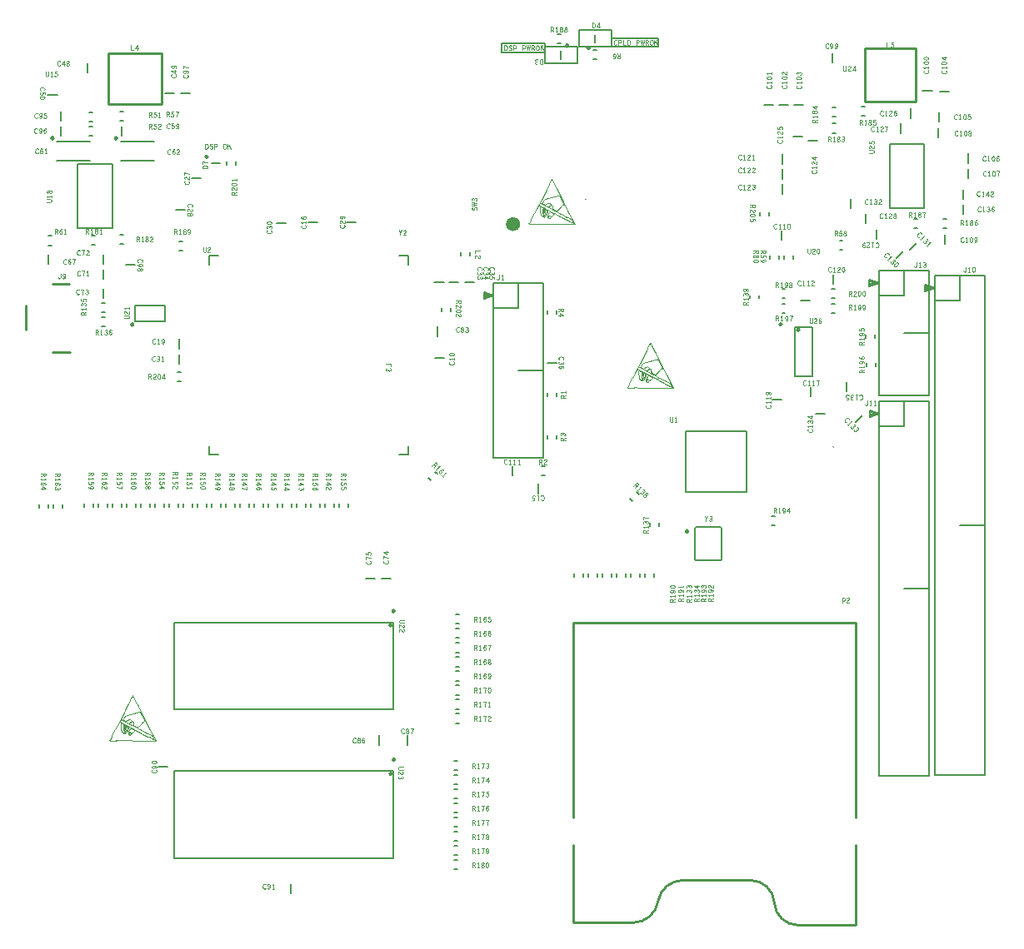
<source format=gto>
G04 ================== begin FILE IDENTIFICATION RECORD ==================*
G04 Layout Name:  Beamforming_PCB_Ver1_0_1.brd*
G04 Film Name:    silkscreen_top*
G04 File Format:  Gerber RS274X*
G04 File Origin:  Cadence Allegro 16.6-2015-S066*
G04 Origin Date:  Thu Mar 18 00:04:30 2021*
G04 *
G04 Layer:  BOARD GEOMETRY/SILKSCREEN_TOP*
G04 Layer:  REF DES/SILKSCREEN_TOP*
G04 Layer:  PACKAGE GEOMETRY/SILKSCREEN_TOP*
G04 Layer:  MANUFACTURING/AUTOSILK_TOP*
G04 *
G04 Offset:    (0.00 0.00)*
G04 Mirror:    No*
G04 Mode:      Positive*
G04 Rotation:  0*
G04 FullContactRelief:  No*
G04 UndefLineWidth:     0.00*
G04 ================== end FILE IDENTIFICATION RECORD ====================*
%FSLAX25Y25*MOIN*%
%IR0*IPPOS*OFA0.00000B0.00000*MIA0B0*SFA1.00000B1.00000*%
%ADD10C,.01*%
%ADD11C,.003*%
%ADD12C,.004*%
%ADD13C,.005*%
%ADD14C,.006*%
%ADD15C,.00965*%
%ADD16C,.00984*%
%ADD17C,.00787*%
G75*
%LPD*%
G75*
G36*
G01X199561Y295822D02*
G03I-2828J0D01*
G37*
G54D10*
G01X1762Y263071D02*
Y253622D01*
G01X19479Y244469D02*
X12589D01*
G01Y272028D02*
X19085D01*
G01X220769Y16100D02*
X244769D01*
G01X220769Y47100D02*
Y16100D01*
G01Y136100D02*
Y58100D01*
G01X333769Y136100D02*
X220769D01*
G01X244769Y16100D02*
G03X254769Y24600I0J10133D01*
G01D02*
G02X264769Y33100I10000J-1632D01*
G01D02*
X291769D01*
G01D02*
G02X301269Y24100I0J-9514D01*
G01D02*
G03X310769Y15100I9500J514D01*
G01D02*
X333769D01*
G01D02*
Y47100D01*
G01Y58100D02*
Y136100D01*
G54D11*
G01X43474Y104874D02*
X42965Y103872D01*
X42316Y102596D01*
X41640Y101270D01*
X41042Y100100D01*
X40380Y98802D01*
X39481Y97039D01*
X38517Y95145D01*
X37630Y93400D01*
G02X36835Y91841I-558673J283909D01*
G02X36152Y90512I-296629J151604D01*
G01X35544Y89338D01*
G02X35486Y89255I-347J180D01*
G03X35453Y89213I267J-244D01*
G03X35425Y89164I358J-237D01*
G03X35406Y89117I332J-162D01*
G03X35400Y89080I111J-37D01*
G03X35433Y89047I33J0D01*
G01X38088Y89024D01*
G03X41041Y89006I4771J540547D01*
G03X44550Y89000I3583J1069416D01*
G01X48058Y89002D01*
X51011Y89007D01*
X53688Y89015D01*
G03X53697Y89025I0J9D01*
G03X53687Y89060I-100J-10D01*
G01X51302Y93802D01*
X48879Y98614D01*
X46400Y103531D01*
G03X45725Y104861I-308853J-155912D01*
G03X45149Y105980I-157429J-80328D01*
G01X44630Y106981D01*
G03X44600Y106999I-30J-16D01*
G03X44571Y106981I1J-33D01*
G01X44249Y106375D01*
G03X43890Y105689I59373J-31508D01*
G03X43474Y104874I115951J-59698D01*
G01X40875Y95520D02*
G02X41085Y95405I-1763J-3468D01*
G02X41173Y95325I-147J-250D01*
G02X41184Y95250I-67J-48D01*
G02X41132Y95165I-207J68D01*
G03X41105Y95106I64J-65D01*
G03X41091Y94806I16117J-902D01*
G03X41085Y94449I9532J-339D01*
G03X41090Y94039I16603J-3D01*
G03X41114Y93406I23561J576D01*
G03X41157Y93074I2160J111D01*
G03X41243Y92819I1107J231D01*
G03X41408Y92521I2562J1224D01*
G02X41575Y92224I-2679J-1702D01*
G02X41679Y91955I-1467J-722D01*
G02X41708Y91763I-703J-204D01*
G02X41645Y91700I-63J0D01*
G02X41613Y91712I0J50D01*
G02X41535Y91781I1576J1861D01*
G02X41444Y91870I1445J1568D01*
G02X41347Y91975I2475J2383D01*
G03X41209Y92122I-2559J-2264D01*
G03X41129Y92173I-153J-152D01*
G03X41065Y92165I-24J-67D01*
G03X40999Y92100I142J-211D01*
G02X40929Y92046I-121J84D01*
G02X40851Y92051I-34J88D01*
G02X40745Y92134I208J375D01*
G02X40558Y92343I4684J4379D01*
G02X40424Y92519I1346J1164D01*
G02X40302Y92725I2029J1340D01*
G02X40207Y92928I1962J1042D01*
G02X40161Y93093I723J290D01*
G02X40086Y93693I7129J1196D01*
G02X40033Y94517I24357J1980D01*
G02X40003Y95324I34183J1675D01*
G02X40038Y95639I1176J29D01*
G02X40100Y95803I749J-189D01*
G02X40178Y95843I67J-35D01*
G02X40320Y95799I-65J-462D01*
G02X40875Y95520I-28893J-58167D01*
G01X40733Y97015D02*
G03X41432Y96641I86064J160012D01*
G03X42307Y96177I206525J388402D01*
G03X43308Y95648I259556J489933D01*
G01X44400Y95075D01*
X44935Y94794D01*
X45714Y94385D01*
X46576Y93932D01*
X47400Y93500D01*
X48231Y93063D01*
X49115Y92600D01*
X49925Y92175D01*
X50500Y91875D01*
G02X51988Y91090I-106090J-202900D01*
G02X52426Y90815I-1681J-3163D01*
G02X52686Y90542I-641J-871D01*
G02X52965Y90065I-3923J-2615D01*
G02X53095Y89799I-10008J-5056D01*
G02X53199Y89569I-5370J-2567D01*
G02X53280Y89373I-10534J-4468D01*
G02X53273Y89339I-29J-12D01*
G02X53239Y89332I-22J22D01*
G02X53056Y89409I3597J8805D01*
G02X52840Y89509I2106J4831D01*
G02X52591Y89634I4315J8907D01*
G01X52253Y89811D01*
X51727Y90085D01*
X51133Y90395D01*
X50550Y90698D01*
X49941Y91015D01*
X49268Y91366D01*
X48632Y91698D01*
X48150Y91950D01*
X47662Y92204D01*
X47003Y92548D01*
X46297Y92915D01*
X45650Y93251D01*
X45024Y93576D01*
X44385Y93909D01*
X43818Y94206D01*
G02X43450Y94399I42347J81192D01*
G03X43077Y94596I-41231J-77615D01*
G01X42486Y94905D01*
X41814Y95255D01*
X41150Y95600D01*
G02X40533Y95920I115734J223904D01*
G02X40007Y96196I62739J120208D01*
G01X39544Y96441D01*
G02X39506Y96467I97J182D01*
G02X39489Y96543I42J49D01*
G02X39681Y96951I17645J-8054D01*
G02X39881Y97354I16440J-7908D01*
G02X39957Y97400I76J-39D01*
G02X39999Y97390I-1J-96D01*
G02X40210Y97287I-12808J-26505D01*
G02X40454Y97162I-6233J-12467D01*
G02X40733Y97015I-11196J-21588D01*
G01X44723Y93518D02*
X45396Y93140D01*
X44533Y92115D01*
G02X44098Y91610I-20521J17237D01*
G02X43811Y91317I-3129J2778D01*
G02X43604Y91153I-1168J1261D01*
G02X43461Y91120I-114J169D01*
G02X43309Y91188I42J297D01*
G02X43229Y91324I159J185D01*
G02X43224Y91548I599J125D01*
G02X43298Y91894I3425J-552D01*
G02X43367Y92124I4383J-1189D01*
G02X43422Y92215I224J-73D01*
G02X43492Y92238I57J-55D01*
G02X43598Y92201I-62J-347D01*
G03X43753Y92125I1265J2384D01*
G03X43837Y92105I90J191D01*
G03X43882Y92131I0J51D01*
G03X43900Y92196I-111J66D01*
G03X43886Y92241I-79J0D01*
G03X43839Y92297I-340J-237D01*
G03X43771Y92355I-396J-396D01*
G03X43692Y92404I-406J-567D01*
G03X43492Y92439I-153J-285D01*
G03X43295Y92352I58J-397D01*
G03X43149Y92159I337J-407D01*
G03X43093Y91910I602J-266D01*
G02X43084Y91796I-1116J31D01*
G02X43063Y91667I-1849J235D01*
G02X43033Y91545I-1737J362D01*
G02X43000Y91450I-717J196D01*
G02X42936I-32J14D01*
G02X42905Y91619I339J150D01*
G02X42957Y92064I3840J-223D01*
G02X43060Y92502I3847J-673D01*
G02X43223Y92898I2004J-593D01*
G02X43512Y93380I5355J-2883D01*
G02X43825Y93821I7234J-4803D01*
G02X43987Y93898I155J-118D01*
G02X44031Y93887I-3J-105D01*
G02X44229Y93785I-10866J-21335D01*
G02X44461Y93663I-5690J-11101D01*
G02X44723Y93518I-10202J-18743D01*
G01X41579Y94749D02*
G02X41626Y94547I-2837J-766D01*
G02X41665Y94316I-4796J-928D01*
G02X41691Y94090I-4659J-650D01*
G02X41700Y93909I-1911J-186D01*
G03X41717Y93722I1034J0D01*
G03X41769Y93507I1952J358D01*
G03X41849Y93288I2080J636D01*
G03X41949Y93085I1758J740D01*
G02X42116Y92748I-2713J-1554D01*
G02X42187Y92477I-911J-384D01*
G02X42167Y92266I-506J-59D01*
G02X42061Y92109I-319J101D01*
G02X41976Y92083I-74J89D01*
G02X41890Y92123I15J144D01*
G02X41784Y92253I459J482D01*
G02X41620Y92531I6485J4013D01*
G02X41450Y92867I3453J1958D01*
G02X41362Y93139I1233J549D01*
G02X41319Y93471I2097J440D01*
G02X41299Y94059I18004J907D01*
G02X41287Y94839I207858J3588D01*
G02X41293Y95065I2697J41D01*
G02X41321Y95164I258J-19D01*
G02X41379Y95200I58J-29D01*
G02X41416Y95178I0J-42D01*
G02X41471Y95067I-1350J-738D01*
G02X41527Y94922I-1509J-666D01*
G02X41579Y94749I-2790J-933D01*
G01X42395Y94734D02*
G02X42416Y94699I-45J-51D01*
G02X42447Y94552I-6110J-1365D01*
G02X42480Y94374I-4354J-899D01*
G02X42510Y94172I-7241J-1179D01*
G03X42541Y93946I17280J2255D01*
G03X42579Y93700I24531J3663D01*
G03X42616Y93471I22601J3534D01*
G03X42647Y93300I7135J1205D01*
G02X42668Y93134I-1298J-249D01*
G02X42663Y92991I-727J-46D01*
G02X42632Y92867I-557J73D01*
G02X42575Y92763I-397J150D01*
G02X42487Y92682I-270J205D01*
G02X42417Y92687I-32J49D01*
G02X42339Y92787I225J256D01*
G02X42175Y93113I12853J6670D01*
G02X42071Y93355I2458J1200D01*
G02X41976Y93639I4284J1591D01*
G02X41902Y93920I4210J1259D01*
G02X41864Y94150I1797J415D01*
G03X41840Y94359I-6206J-607D01*
G03X41808Y94572I-6864J-922D01*
G03X41774Y94761I-6080J-996D01*
G03X41743Y94885I-1233J-242D01*
G01X41671Y95120D01*
X42011Y94947D01*
G02X42144Y94878I-4416J-8674D01*
G02X42264Y94813I-3088J-5844D01*
G02X42363Y94757I-3812J-6854D01*
G02X42395Y94734I-92J-161D01*
G01X43040Y94325D02*
G03X43035Y94255I3114J-258D01*
G03X43029Y94134I25299J-1315D01*
G03X43021Y93993I28243J-1673D01*
G03X43015Y93850I30119J-1335D01*
G02X43003Y93716I-1490J66D01*
G02X42980Y93603I-803J105D01*
G02X42950Y93521I-528J147D01*
G02X42916Y93500I-33J16D01*
G02X42820Y93555I0J112D01*
G02X42712Y93771I1476J873D01*
G02X42628Y94029I1623J671D01*
G02X42600Y94262I958J233D01*
G02X42610Y94391I866J-2D01*
G02X42644Y94458I117J-17D01*
G02X42710Y94487I71J-73D01*
G02X42825Y94482I32J-589D01*
G02X42910Y94460I-61J-412D01*
G02X42981Y94423I-97J-272D01*
G02X43027Y94375I-114J-156D01*
G02X43040Y94325I-65J-44D01*
G01X41275Y91742D02*
G02X41196Y91713I-70J70D01*
G02X41105Y91750I15J168D01*
G02X41049Y91831I107J134D01*
G02X41060Y91916I98J31D01*
G02X41094Y91953I114J-71D01*
G02X41134Y91966I39J-51D01*
G02X41179Y91952I-3J-88D01*
G02X41230Y91910I-170J-259D01*
G02X41266Y91865I-183J-184D01*
G02X41287Y91817I-148J-93D01*
G02X41290Y91773I-114J-30D01*
G02X41275Y91742I-52J6D01*
G01X48605Y98589D02*
G02X48951Y97893I-97090J-48700D01*
G02X49236Y97303I-49643J-24344D01*
G01X49487Y96778D01*
G02X49481Y96754I-18J-8D01*
G02X49457Y96737I-136J167D01*
G02X49319Y96656I-34446J58528D01*
G02X49158Y96561I-15996J26925D01*
G02X48973Y96454I-26981J46436D01*
G03X48754Y96309I1042J-1811D01*
G03X48553Y96136I1309J-1724D01*
G03X48379Y95943I1456J-1488D01*
G03X48238Y95739I1344J-1079D01*
G02X47935Y95327I-2121J1242D01*
G02X47411Y94790I-8019J7300D01*
G02X46861Y94287I-11400J11913D01*
G02X46629Y94200I-232J266D01*
G02X46472Y94232I0J401D01*
G02X46133Y94385I3313J7792D01*
G02X45716Y94597I4075J8532D01*
G02X45237Y94865I8455J15673D01*
G01X44825Y95104D01*
X44967Y95518D01*
G03X45074Y95903I-3047J1054D01*
G03X45068Y96152I-529J112D01*
G03X44956Y96315I-282J-74D01*
G03X44730Y96421I-396J-551D01*
G02X44576Y96482I168J649D01*
G02X44421Y96585I504J927D01*
G02X44271Y96727I817J1013D01*
G02X44130Y96902I1348J1231D01*
G03X43849Y97226I-1694J-1185D01*
G03X43582Y97361I-366J-392D01*
G03X43266Y97339I-116J-615D01*
G03X42821Y97148I999J-2941D01*
G03X42606Y97027I1856J-3550D01*
G03X42407Y96897I1780J-2942D01*
G03X42246Y96776I1722J-2459D01*
G03X42171Y96691I216J-266D01*
G02X42089Y96608I-225J140D01*
G02X41994Y96590I-70J111D01*
G02X41846Y96639I100J550D01*
G02X41506Y96814I6290J12639D01*
G02X41287Y96934I5688J10640D01*
G02X41088Y97049I4221J7534D01*
G02X40924Y97149I4716J7919D01*
G02X40863Y97198I187J295D01*
G02X40844Y97319I73J74D01*
G02X41100Y97797I12304J-6282D01*
G02X41398Y98286I6688J-3740D01*
G02X41693Y98678I3449J-2289D01*
G02X41876Y98816I398J-338D01*
G02X42246Y98961I1690J-3768D01*
G02X42831Y99140I3156J-9267D01*
G02X43819Y99400I18082J-66703D01*
G03X44621Y99607I-46663J182449D01*
G03X45432Y99820I-50024J192118D01*
G03X46148Y100011I-45431J171743D01*
G03X46600Y100136I-7968J29693D01*
G02X46935Y100230I9518J-33276D01*
G02X47237Y100311I6040J-21918D01*
G02X47491Y100376I7387J-28336D01*
G02X47574Y100389I122J-510D01*
G02X47645Y100353I7J-74D01*
G02X47929Y99865I-38370J-22657D01*
G02X48249Y99283I-16697J-9559D01*
G02X48605Y98589I-32149J-16930D01*
G01X44300Y96402D02*
G02X44276Y96351I-66J0D01*
G02X44153Y96258I-1372J1687D01*
G02X43992Y96154I-1296J1829D01*
G02X43800Y96050I-1875J3233D01*
G02X43563Y95936I-2695J5299D01*
G02X43415Y95886I-334J745D01*
G02X43333Y95887I-39J159D01*
G02X43300Y95931I12J44D01*
G02X43326Y95996I94J0D01*
G02X43425Y96086I717J-690D01*
G02X43562Y96182I812J-1012D01*
G02X43725Y96270I999J-1656D01*
G02X44059Y96427I8078J-16752D01*
G02X44203Y96476I311J-677D01*
G02X44270Y96462I18J-79D01*
G02X44300Y96402I-45J-60D01*
G01X211174Y311674D02*
X210665Y310672D01*
X210016Y309396D01*
X209340Y308070D01*
X208742Y306900D01*
X208080Y305602D01*
X207181Y303839D01*
X206217Y301945D01*
X205330Y300200D01*
G02X204535Y298641I-558673J283909D01*
G02X203852Y297312I-296629J151604D01*
G01X203244Y296138D01*
G02X203186Y296055I-347J180D01*
G03X203153Y296013I267J-244D01*
G03X203125Y295964I358J-237D01*
G03X203106Y295917I332J-162D01*
G03X203100Y295880I111J-37D01*
G03X203133Y295847I33J0D01*
G01X205788Y295824D01*
G03X208741Y295806I4771J540547D01*
G03X212250Y295800I3583J1069416D01*
G01X215758Y295802D01*
X218711Y295807D01*
X221388Y295815D01*
G03X221397Y295825I0J9D01*
G03X221387Y295860I-100J-10D01*
G01X219002Y300602D01*
X216579Y305414D01*
X214100Y310331D01*
G03X213425Y311661I-308853J-155912D01*
G03X212849Y312780I-157429J-80328D01*
G01X212330Y313781D01*
G03X212300Y313799I-30J-16D01*
G03X212271Y313781I1J-33D01*
G01X211949Y313175D01*
G03X211590Y312489I59373J-31508D01*
G03X211174Y311674I115951J-59698D01*
G01X208433Y303815D02*
G03X209132Y303441I86064J160012D01*
G03X210007Y302977I206525J388402D01*
G03X211008Y302448I259556J489933D01*
G01X212100Y301875D01*
X212635Y301594D01*
X213414Y301185D01*
X214276Y300732D01*
X215100Y300300D01*
X215931Y299863D01*
X216815Y299400D01*
X217625Y298975D01*
X218200Y298675D01*
G02X219688Y297890I-106090J-202900D01*
G02X220126Y297615I-1681J-3163D01*
G02X220386Y297342I-641J-871D01*
G02X220665Y296865I-3923J-2615D01*
G02X220795Y296599I-10008J-5056D01*
G02X220899Y296369I-5370J-2567D01*
G02X220980Y296173I-10534J-4468D01*
G02X220973Y296139I-29J-12D01*
G02X220939Y296132I-22J22D01*
G02X220756Y296209I3597J8805D01*
G02X220540Y296309I2106J4831D01*
G02X220291Y296434I4315J8907D01*
G01X219953Y296611D01*
X219427Y296885D01*
X218833Y297195D01*
X218250Y297498D01*
X217641Y297815D01*
X216968Y298166D01*
X216332Y298498D01*
X215850Y298750D01*
X215362Y299004D01*
X214703Y299348D01*
X213997Y299715D01*
X213350Y300051D01*
X212724Y300376D01*
X212085Y300709D01*
X211518Y301006D01*
G02X211150Y301199I42347J81192D01*
G03X210777Y301396I-41231J-77615D01*
G01X210186Y301705D01*
X209514Y302055D01*
X208850Y302400D01*
G02X208233Y302720I115734J223904D01*
G02X207707Y302996I62739J120208D01*
G01X207244Y303241D01*
G02X207206Y303267I97J182D01*
G02X207189Y303343I42J49D01*
G02X207381Y303751I17645J-8054D01*
G02X207581Y304154I16440J-7908D01*
G02X207657Y304200I76J-39D01*
G02X207699Y304190I-1J-96D01*
G02X207910Y304087I-12808J-26505D01*
G02X208154Y303962I-6233J-12467D01*
G02X208433Y303815I-11196J-21588D01*
G01X208575Y302320D02*
G02X208785Y302205I-1763J-3468D01*
G02X208873Y302125I-147J-250D01*
G02X208884Y302050I-67J-48D01*
G02X208832Y301965I-207J68D01*
G03X208805Y301906I64J-65D01*
G03X208791Y301606I16117J-902D01*
G03X208785Y301249I9532J-339D01*
G03X208790Y300839I16603J-3D01*
G03X208814Y300206I23561J576D01*
G03X208857Y299874I2160J111D01*
G03X208943Y299619I1107J231D01*
G03X209108Y299321I2562J1224D01*
G02X209275Y299024I-2679J-1702D01*
G02X209379Y298755I-1467J-722D01*
G02X209408Y298563I-703J-204D01*
G02X209345Y298500I-63J0D01*
G02X209313Y298512I0J50D01*
G02X209235Y298581I1576J1861D01*
G02X209144Y298670I1445J1568D01*
G02X209047Y298775I2475J2383D01*
G03X208909Y298922I-2559J-2264D01*
G03X208829Y298973I-153J-152D01*
G03X208765Y298965I-24J-67D01*
G03X208699Y298900I142J-211D01*
G02X208629Y298846I-121J84D01*
G02X208551Y298851I-34J88D01*
G02X208445Y298934I208J375D01*
G02X208258Y299143I4684J4379D01*
G02X208124Y299319I1346J1164D01*
G02X208002Y299525I2029J1340D01*
G02X207907Y299728I1962J1042D01*
G02X207861Y299893I723J290D01*
G02X207786Y300493I7129J1196D01*
G02X207733Y301317I24357J1980D01*
G02X207703Y302124I34183J1675D01*
G02X207738Y302439I1176J29D01*
G02X207800Y302603I749J-189D01*
G02X207878Y302643I67J-35D01*
G02X208020Y302599I-65J-462D01*
G02X208575Y302320I-28893J-58167D01*
G01X209279Y301549D02*
G02X209326Y301347I-2837J-766D01*
G02X209365Y301116I-4796J-928D01*
G02X209391Y300890I-4659J-650D01*
G02X209400Y300709I-1911J-186D01*
G03X209417Y300522I1034J0D01*
G03X209469Y300307I1952J358D01*
G03X209549Y300088I2080J636D01*
G03X209649Y299885I1758J740D01*
G02X209816Y299548I-2713J-1554D01*
G02X209887Y299277I-911J-384D01*
G02X209867Y299066I-506J-59D01*
G02X209761Y298909I-319J101D01*
G02X209676Y298883I-74J89D01*
G02X209590Y298923I15J144D01*
G02X209484Y299053I459J482D01*
G02X209320Y299331I6485J4013D01*
G02X209150Y299667I3453J1958D01*
G02X209062Y299939I1233J549D01*
G02X209019Y300271I2097J440D01*
G02X208999Y300859I18004J907D01*
G02X208987Y301639I207858J3588D01*
G02X208993Y301865I2697J41D01*
G02X209021Y301964I258J-19D01*
G02X209079Y302000I58J-29D01*
G02X209116Y301978I0J-42D01*
G02X209171Y301867I-1350J-738D01*
G02X209227Y301722I-1509J-666D01*
G02X209279Y301549I-2790J-933D01*
G01X210095Y301534D02*
G02X210116Y301499I-45J-51D01*
G02X210147Y301352I-6110J-1365D01*
G02X210180Y301174I-4354J-899D01*
G02X210210Y300972I-7241J-1179D01*
G03X210241Y300746I17280J2255D01*
G03X210279Y300500I24531J3663D01*
G03X210316Y300271I22601J3534D01*
G03X210347Y300100I7135J1205D01*
G02X210368Y299934I-1298J-249D01*
G02X210363Y299791I-727J-46D01*
G02X210332Y299667I-557J73D01*
G02X210275Y299563I-397J150D01*
G02X210187Y299482I-270J205D01*
G02X210117Y299487I-32J49D01*
G02X210039Y299587I225J256D01*
G02X209875Y299913I12853J6670D01*
G02X209771Y300155I2458J1200D01*
G02X209676Y300439I4284J1591D01*
G02X209602Y300720I4210J1259D01*
G02X209564Y300950I1797J415D01*
G03X209540Y301159I-6206J-607D01*
G03X209508Y301372I-6864J-922D01*
G03X209474Y301561I-6080J-996D01*
G03X209443Y301685I-1233J-242D01*
G01X209371Y301920D01*
X209711Y301747D01*
G02X209844Y301678I-4416J-8674D01*
G02X209964Y301613I-3088J-5844D01*
G02X210063Y301557I-3812J-6854D01*
G02X210095Y301534I-92J-161D01*
G01X210740Y301125D02*
G03X210735Y301055I3114J-258D01*
G03X210729Y300934I25299J-1315D01*
G03X210721Y300793I28243J-1673D01*
G03X210715Y300650I30119J-1335D01*
G02X210703Y300516I-1490J66D01*
G02X210680Y300403I-803J105D01*
G02X210650Y300321I-528J147D01*
G02X210616Y300300I-33J16D01*
G02X210520Y300355I0J112D01*
G02X210412Y300571I1476J873D01*
G02X210328Y300829I1623J671D01*
G02X210300Y301062I958J233D01*
G02X210310Y301191I866J-2D01*
G02X210344Y301258I117J-17D01*
G02X210410Y301287I71J-73D01*
G02X210525Y301282I32J-589D01*
G02X210610Y301260I-61J-412D01*
G02X210681Y301223I-97J-272D01*
G02X210727Y301175I-114J-156D01*
G02X210740Y301125I-65J-44D01*
G01X208975Y298542D02*
G02X208896Y298513I-70J70D01*
G02X208805Y298550I15J168D01*
G02X208749Y298631I107J134D01*
G02X208760Y298716I98J31D01*
G02X208794Y298753I114J-71D01*
G02X208834Y298766I39J-51D01*
G02X208879Y298752I-3J-88D01*
G02X208930Y298710I-170J-259D01*
G02X208966Y298665I-183J-184D01*
G02X208987Y298617I-148J-93D01*
G02X208990Y298573I-114J-30D01*
G02X208975Y298542I-52J6D01*
G01X216305Y305389D02*
G02X216651Y304693I-97090J-48700D01*
G02X216936Y304103I-49643J-24344D01*
G01X217187Y303578D01*
G02X217181Y303554I-18J-8D01*
G02X217157Y303537I-136J167D01*
G02X217019Y303456I-34446J58528D01*
G02X216858Y303361I-15996J26925D01*
G02X216673Y303254I-26981J46436D01*
G03X216454Y303109I1042J-1811D01*
G03X216253Y302936I1309J-1724D01*
G03X216079Y302743I1456J-1488D01*
G03X215938Y302539I1344J-1079D01*
G02X215635Y302127I-2121J1242D01*
G02X215111Y301590I-8019J7300D01*
G02X214561Y301087I-11400J11913D01*
G02X214329Y301000I-232J266D01*
G02X214172Y301032I0J401D01*
G02X213833Y301185I3313J7792D01*
G02X213416Y301397I4075J8532D01*
G02X212937Y301665I8455J15673D01*
G01X212525Y301904D01*
X212667Y302318D01*
G03X212774Y302703I-3047J1054D01*
G03X212768Y302952I-529J112D01*
G03X212656Y303115I-282J-74D01*
G03X212430Y303221I-396J-551D01*
G02X212276Y303282I168J649D01*
G02X212121Y303385I504J927D01*
G02X211971Y303527I817J1013D01*
G02X211830Y303702I1348J1231D01*
G03X211549Y304026I-1694J-1185D01*
G03X211282Y304161I-366J-392D01*
G03X210966Y304139I-116J-615D01*
G03X210521Y303948I999J-2941D01*
G03X210306Y303827I1856J-3550D01*
G03X210107Y303697I1780J-2942D01*
G03X209946Y303576I1722J-2459D01*
G03X209871Y303491I216J-266D01*
G02X209789Y303408I-225J140D01*
G02X209694Y303390I-70J111D01*
G02X209546Y303439I100J550D01*
G02X209206Y303614I6290J12639D01*
G02X208987Y303734I5688J10640D01*
G02X208788Y303849I4221J7534D01*
G02X208624Y303949I4716J7919D01*
G02X208563Y303998I187J295D01*
G02X208544Y304119I73J74D01*
G02X208800Y304597I12304J-6282D01*
G02X209098Y305086I6688J-3740D01*
G02X209393Y305478I3449J-2289D01*
G02X209576Y305616I398J-338D01*
G02X209946Y305761I1690J-3768D01*
G02X210531Y305940I3156J-9267D01*
G02X211519Y306200I18082J-66703D01*
G03X212321Y306407I-46663J182449D01*
G03X213132Y306620I-50024J192118D01*
G03X213848Y306811I-45431J171743D01*
G03X214300Y306936I-7968J29693D01*
G02X214635Y307030I9518J-33276D01*
G02X214937Y307111I6040J-21918D01*
G02X215191Y307176I7387J-28336D01*
G02X215274Y307189I122J-510D01*
G02X215345Y307153I7J-74D01*
G02X215629Y306665I-38370J-22657D01*
G02X215949Y306083I-16697J-9559D01*
G02X216305Y305389I-32149J-16930D01*
G01X212423Y300318D02*
X213096Y299940D01*
X212233Y298915D01*
G02X211798Y298410I-20521J17237D01*
G02X211511Y298117I-3129J2778D01*
G02X211304Y297953I-1168J1261D01*
G02X211161Y297920I-114J169D01*
G02X211009Y297988I42J297D01*
G02X210929Y298124I159J185D01*
G02X210924Y298348I599J125D01*
G02X210998Y298694I3425J-552D01*
G02X211067Y298924I4383J-1189D01*
G02X211122Y299015I224J-73D01*
G02X211192Y299038I57J-55D01*
G02X211298Y299001I-62J-347D01*
G03X211453Y298925I1265J2384D01*
G03X211537Y298905I90J191D01*
G03X211582Y298931I0J51D01*
G03X211600Y298996I-111J66D01*
G03X211586Y299041I-79J0D01*
G03X211539Y299097I-340J-237D01*
G03X211471Y299155I-396J-396D01*
G03X211392Y299204I-406J-567D01*
G03X211192Y299239I-153J-285D01*
G03X210995Y299152I58J-397D01*
G03X210849Y298959I337J-407D01*
G03X210793Y298710I602J-266D01*
G02X210784Y298596I-1116J31D01*
G02X210763Y298467I-1849J235D01*
G02X210733Y298345I-1737J362D01*
G02X210700Y298250I-717J196D01*
G02X210636I-32J14D01*
G02X210605Y298419I339J150D01*
G02X210657Y298864I3840J-223D01*
G02X210760Y299302I3847J-673D01*
G02X210923Y299698I2004J-593D01*
G02X211212Y300180I5355J-2883D01*
G02X211525Y300621I7234J-4803D01*
G02X211687Y300698I155J-118D01*
G02X211731Y300687I-3J-105D01*
G02X211929Y300585I-10866J-21335D01*
G02X212161Y300463I-5690J-11101D01*
G02X212423Y300318I-10202J-18743D01*
G01X212000Y303202D02*
G02X211976Y303151I-66J0D01*
G02X211853Y303058I-1372J1687D01*
G02X211692Y302954I-1296J1829D01*
G02X211500Y302850I-1875J3233D01*
G02X211263Y302736I-2695J5299D01*
G02X211115Y302686I-334J745D01*
G02X211033Y302687I-39J159D01*
G02X211000Y302731I12J44D01*
G02X211026Y302796I94J0D01*
G02X211125Y302886I717J-690D01*
G02X211262Y302982I812J-1012D01*
G02X211425Y303070I999J-1656D01*
G02X211759Y303227I8078J-16752D01*
G02X211903Y303276I311J-677D01*
G02X211970Y303262I18J-79D01*
G02X212000Y303202I-45J-60D01*
G01X225975Y305743D02*
G03X225809Y305793I-198J-357D01*
G01D02*
G03X225650Y305769I-29J-343D01*
G01D02*
G03X225523Y305675I120J-295D01*
G01X250574Y246074D02*
X250065Y245072D01*
X249416Y243796D01*
X248740Y242470D01*
X248142Y241300D01*
X247480Y240002D01*
X246581Y238239D01*
X245617Y236345D01*
X244730Y234600D01*
G02X243935Y233041I-558673J283909D01*
G02X243252Y231712I-296629J151604D01*
G01X242644Y230538D01*
G02X242586Y230455I-347J180D01*
G03X242553Y230413I267J-244D01*
G03X242525Y230364I358J-237D01*
G03X242506Y230317I332J-162D01*
G03X242500Y230280I111J-37D01*
G03X242533Y230247I33J0D01*
G01X245188Y230224D01*
G03X248141Y230206I4771J540547D01*
G03X251650Y230200I3583J1069416D01*
G01X255158Y230202D01*
X258111Y230207D01*
X260788Y230215D01*
G03X260797Y230225I0J9D01*
G03X260787Y230260I-100J-10D01*
G01X258402Y235002D01*
X255979Y239814D01*
X253500Y244731D01*
G03X252825Y246061I-308853J-155912D01*
G03X252249Y247180I-157429J-80328D01*
G01X251730Y248181D01*
G03X251700Y248199I-30J-16D01*
G03X251671Y248181I1J-33D01*
G01X251349Y247575D01*
G03X250990Y246889I59373J-31508D01*
G03X250574Y246074I115951J-59698D01*
G01X247975Y236720D02*
G02X248185Y236605I-1763J-3468D01*
G02X248273Y236525I-147J-250D01*
G02X248284Y236450I-67J-48D01*
G02X248232Y236365I-207J68D01*
G03X248205Y236306I64J-65D01*
G03X248191Y236006I16117J-902D01*
G03X248185Y235649I9532J-339D01*
G03X248190Y235239I16603J-3D01*
G03X248214Y234606I23561J576D01*
G03X248257Y234274I2160J111D01*
G03X248343Y234019I1107J231D01*
G03X248508Y233721I2562J1224D01*
G02X248675Y233424I-2679J-1702D01*
G02X248779Y233155I-1467J-722D01*
G02X248808Y232963I-703J-204D01*
G02X248745Y232900I-63J0D01*
G02X248713Y232912I0J50D01*
G02X248635Y232981I1576J1861D01*
G02X248544Y233070I1445J1568D01*
G02X248447Y233175I2475J2383D01*
G03X248309Y233322I-2559J-2264D01*
G03X248229Y233373I-153J-152D01*
G03X248165Y233365I-24J-67D01*
G03X248099Y233300I142J-211D01*
G02X248029Y233246I-121J84D01*
G02X247951Y233251I-34J88D01*
G02X247845Y233334I208J375D01*
G02X247658Y233543I4684J4379D01*
G02X247524Y233719I1346J1164D01*
G02X247402Y233925I2029J1340D01*
G02X247307Y234128I1962J1042D01*
G02X247261Y234293I723J290D01*
G02X247186Y234893I7129J1196D01*
G02X247133Y235717I24357J1980D01*
G02X247103Y236524I34183J1675D01*
G02X247138Y236839I1176J29D01*
G02X247200Y237003I749J-189D01*
G02X247278Y237043I67J-35D01*
G02X247420Y236999I-65J-462D01*
G02X247975Y236720I-28893J-58167D01*
G01X247833Y238215D02*
G03X248532Y237841I86064J160012D01*
G03X249407Y237377I206525J388402D01*
G03X250408Y236848I259556J489933D01*
G01X251500Y236275D01*
X252035Y235994D01*
X252814Y235585D01*
X253676Y235132D01*
X254500Y234700D01*
X255331Y234263D01*
X256215Y233800D01*
X257025Y233375D01*
X257600Y233075D01*
G02X259088Y232290I-106090J-202900D01*
G02X259526Y232015I-1681J-3163D01*
G02X259786Y231742I-641J-871D01*
G02X260065Y231265I-3923J-2615D01*
G02X260195Y230999I-10008J-5056D01*
G02X260299Y230769I-5370J-2567D01*
G02X260380Y230573I-10534J-4468D01*
G02X260373Y230539I-29J-12D01*
G02X260339Y230532I-22J22D01*
G02X260156Y230609I3597J8805D01*
G02X259940Y230709I2106J4831D01*
G02X259691Y230834I4315J8907D01*
G01X259353Y231011D01*
X258827Y231285D01*
X258233Y231595D01*
X257650Y231898D01*
X257041Y232215D01*
X256368Y232566D01*
X255732Y232898D01*
X255250Y233150D01*
X254762Y233404D01*
X254103Y233748D01*
X253397Y234115D01*
X252750Y234451D01*
X252124Y234776D01*
X251485Y235109D01*
X250918Y235406D01*
G02X250550Y235599I42347J81192D01*
G03X250177Y235796I-41231J-77615D01*
G01X249586Y236105D01*
X248914Y236455D01*
X248250Y236800D01*
G02X247633Y237120I115734J223904D01*
G02X247107Y237396I62739J120208D01*
G01X246644Y237641D01*
G02X246606Y237667I97J182D01*
G02X246589Y237743I42J49D01*
G02X246781Y238151I17645J-8054D01*
G02X246981Y238554I16440J-7908D01*
G02X247057Y238600I76J-39D01*
G02X247099Y238590I-1J-96D01*
G02X247310Y238487I-12808J-26505D01*
G02X247554Y238362I-6233J-12467D01*
G02X247833Y238215I-11196J-21588D01*
G01X251823Y234718D02*
X252496Y234340D01*
X251633Y233315D01*
G02X251198Y232810I-20521J17237D01*
G02X250911Y232517I-3129J2778D01*
G02X250704Y232353I-1168J1261D01*
G02X250561Y232320I-114J169D01*
G02X250409Y232388I42J297D01*
G02X250329Y232524I159J185D01*
G02X250324Y232748I599J125D01*
G02X250398Y233094I3425J-552D01*
G02X250467Y233324I4383J-1189D01*
G02X250522Y233415I224J-73D01*
G02X250592Y233438I57J-55D01*
G02X250698Y233401I-62J-347D01*
G03X250853Y233325I1265J2384D01*
G03X250937Y233305I90J191D01*
G03X250982Y233331I0J51D01*
G03X251000Y233396I-111J66D01*
G03X250986Y233441I-79J0D01*
G03X250939Y233497I-340J-237D01*
G03X250871Y233555I-396J-396D01*
G03X250792Y233604I-406J-567D01*
G03X250592Y233639I-153J-285D01*
G03X250395Y233552I58J-397D01*
G03X250249Y233359I337J-407D01*
G03X250193Y233110I602J-266D01*
G02X250184Y232996I-1116J31D01*
G02X250163Y232867I-1849J235D01*
G02X250133Y232745I-1737J362D01*
G02X250100Y232650I-717J196D01*
G02X250036I-32J14D01*
G02X250005Y232819I339J150D01*
G02X250057Y233264I3840J-223D01*
G02X250160Y233702I3847J-673D01*
G02X250323Y234098I2004J-593D01*
G02X250612Y234580I5355J-2883D01*
G02X250925Y235021I7234J-4803D01*
G02X251087Y235098I155J-118D01*
G02X251131Y235087I-3J-105D01*
G02X251329Y234985I-10866J-21335D01*
G02X251561Y234863I-5690J-11101D01*
G02X251823Y234718I-10202J-18743D01*
G01X248375Y232942D02*
G02X248296Y232913I-70J70D01*
G02X248205Y232950I15J168D01*
G02X248149Y233031I107J134D01*
G02X248160Y233116I98J31D01*
G02X248194Y233153I114J-71D01*
G02X248234Y233166I39J-51D01*
G02X248279Y233152I-3J-88D01*
G02X248330Y233110I-170J-259D01*
G02X248366Y233065I-183J-184D01*
G02X248387Y233017I-148J-93D01*
G02X248390Y232973I-114J-30D01*
G02X248375Y232942I-52J6D01*
G01X248679Y235949D02*
G02X248726Y235747I-2837J-766D01*
G02X248765Y235516I-4796J-928D01*
G02X248791Y235290I-4659J-650D01*
G02X248800Y235109I-1911J-186D01*
G03X248817Y234922I1034J0D01*
G03X248869Y234707I1952J358D01*
G03X248949Y234488I2080J636D01*
G03X249049Y234285I1758J740D01*
G02X249216Y233948I-2713J-1554D01*
G02X249287Y233677I-911J-384D01*
G02X249267Y233466I-506J-59D01*
G02X249161Y233309I-319J101D01*
G02X249076Y233283I-74J89D01*
G02X248990Y233323I15J144D01*
G02X248884Y233453I459J482D01*
G02X248720Y233731I6485J4013D01*
G02X248550Y234067I3453J1958D01*
G02X248462Y234339I1233J549D01*
G02X248419Y234671I2097J440D01*
G02X248399Y235259I18004J907D01*
G02X248387Y236039I207858J3588D01*
G02X248393Y236265I2697J41D01*
G02X248421Y236364I258J-19D01*
G02X248479Y236400I58J-29D01*
G02X248516Y236378I0J-42D01*
G02X248571Y236267I-1350J-738D01*
G02X248627Y236122I-1509J-666D01*
G02X248679Y235949I-2790J-933D01*
G01X249495Y235934D02*
G02X249516Y235899I-45J-51D01*
G02X249547Y235752I-6110J-1365D01*
G02X249580Y235574I-4354J-899D01*
G02X249610Y235372I-7241J-1179D01*
G03X249641Y235146I17280J2255D01*
G03X249679Y234900I24531J3663D01*
G03X249716Y234671I22601J3534D01*
G03X249747Y234500I7135J1205D01*
G02X249768Y234334I-1298J-249D01*
G02X249763Y234191I-727J-46D01*
G02X249732Y234067I-557J73D01*
G02X249675Y233963I-397J150D01*
G02X249587Y233882I-270J205D01*
G02X249517Y233887I-32J49D01*
G02X249439Y233987I225J256D01*
G02X249275Y234313I12853J6670D01*
G02X249171Y234555I2458J1200D01*
G02X249076Y234839I4284J1591D01*
G02X249002Y235120I4210J1259D01*
G02X248964Y235350I1797J415D01*
G03X248940Y235559I-6206J-607D01*
G03X248908Y235772I-6864J-922D01*
G03X248874Y235961I-6080J-996D01*
G03X248843Y236085I-1233J-242D01*
G01X248771Y236320D01*
X249111Y236147D01*
G02X249244Y236078I-4416J-8674D01*
G02X249364Y236013I-3088J-5844D01*
G02X249463Y235957I-3812J-6854D01*
G02X249495Y235934I-92J-161D01*
G01X250140Y235525D02*
G03X250135Y235455I3114J-258D01*
G03X250129Y235334I25299J-1315D01*
G03X250121Y235193I28243J-1673D01*
G03X250115Y235050I30119J-1335D01*
G02X250103Y234916I-1490J66D01*
G02X250080Y234803I-803J105D01*
G02X250050Y234721I-528J147D01*
G02X250016Y234700I-33J16D01*
G02X249920Y234755I0J112D01*
G02X249812Y234971I1476J873D01*
G02X249728Y235229I1623J671D01*
G02X249700Y235462I958J233D01*
G02X249710Y235591I866J-2D01*
G02X249744Y235658I117J-17D01*
G02X249810Y235687I71J-73D01*
G02X249925Y235682I32J-589D01*
G02X250010Y235660I-61J-412D01*
G02X250081Y235623I-97J-272D01*
G02X250127Y235575I-114J-156D01*
G02X250140Y235525I-65J-44D01*
G01X255705Y239789D02*
G02X256051Y239093I-97090J-48700D01*
G02X256336Y238503I-49643J-24344D01*
G01X256587Y237978D01*
G02X256581Y237954I-18J-8D01*
G02X256557Y237937I-136J167D01*
G02X256419Y237856I-34446J58528D01*
G02X256258Y237761I-15996J26925D01*
G02X256073Y237654I-26981J46436D01*
G03X255854Y237509I1042J-1811D01*
G03X255653Y237336I1309J-1724D01*
G03X255479Y237143I1456J-1488D01*
G03X255338Y236939I1344J-1079D01*
G02X255035Y236527I-2121J1242D01*
G02X254511Y235990I-8019J7300D01*
G02X253961Y235487I-11400J11913D01*
G02X253729Y235400I-232J266D01*
G02X253572Y235432I0J401D01*
G02X253233Y235585I3313J7792D01*
G02X252816Y235797I4075J8532D01*
G02X252337Y236065I8455J15673D01*
G01X251925Y236304D01*
X252067Y236718D01*
G03X252174Y237103I-3047J1054D01*
G03X252168Y237352I-529J112D01*
G03X252056Y237515I-282J-74D01*
G03X251830Y237621I-396J-551D01*
G02X251676Y237682I168J649D01*
G02X251521Y237785I504J927D01*
G02X251371Y237927I817J1013D01*
G02X251230Y238102I1348J1231D01*
G03X250949Y238426I-1694J-1185D01*
G03X250682Y238561I-366J-392D01*
G03X250366Y238539I-116J-615D01*
G03X249921Y238348I999J-2941D01*
G03X249706Y238227I1856J-3550D01*
G03X249507Y238097I1780J-2942D01*
G03X249346Y237976I1722J-2459D01*
G03X249271Y237891I216J-266D01*
G02X249189Y237808I-225J140D01*
G02X249094Y237790I-70J111D01*
G02X248946Y237839I100J550D01*
G02X248606Y238014I6290J12639D01*
G02X248387Y238134I5688J10640D01*
G02X248188Y238249I4221J7534D01*
G02X248024Y238349I4716J7919D01*
G02X247963Y238398I187J295D01*
G02X247944Y238519I73J74D01*
G02X248200Y238997I12304J-6282D01*
G02X248498Y239486I6688J-3740D01*
G02X248793Y239878I3449J-2289D01*
G02X248976Y240016I398J-338D01*
G02X249346Y240161I1690J-3768D01*
G02X249931Y240340I3156J-9267D01*
G02X250919Y240600I18082J-66703D01*
G03X251721Y240807I-46663J182449D01*
G03X252532Y241020I-50024J192118D01*
G03X253248Y241211I-45431J171743D01*
G03X253700Y241336I-7968J29693D01*
G02X254035Y241430I9518J-33276D01*
G02X254337Y241511I6040J-21918D01*
G02X254591Y241576I7387J-28336D01*
G02X254674Y241589I122J-510D01*
G02X254745Y241553I7J-74D01*
G02X255029Y241065I-38370J-22657D01*
G02X255349Y240483I-16697J-9559D01*
G02X255705Y239789I-32149J-16930D01*
G01X251400Y237602D02*
G02X251376Y237551I-66J0D01*
G02X251253Y237458I-1372J1687D01*
G02X251092Y237354I-1296J1829D01*
G02X250900Y237250I-1875J3233D01*
G02X250663Y237136I-2695J5299D01*
G02X250515Y237086I-334J745D01*
G02X250433Y237087I-39J159D01*
G02X250400Y237131I12J44D01*
G02X250426Y237196I94J0D01*
G02X250525Y237286I717J-690D01*
G02X250662Y237382I812J-1012D01*
G02X250825Y237470I999J-1656D01*
G02X251159Y237627I8078J-16752D01*
G02X251303Y237676I311J-677D01*
G02X251370Y237662I18J-79D01*
G02X251400Y237602I-45J-60D01*
G01X325018Y206425D02*
G03X324875Y206543I-400J-340D01*
G01D02*
G03X324709Y206593I-198J-357D01*
G01D02*
G03X324550Y206569I-29J-343D01*
G01D02*
G03X324423Y206475I120J-295D01*
G54D12*
G01X6750Y325933D02*
X6600Y326033D01*
X6425Y326100D01*
X6225D01*
X6000Y326000D01*
X5825Y325833D01*
X5700Y325633D01*
X5600Y325300D01*
X5575Y325000D01*
X5625Y324700D01*
X5700Y324500D01*
X5850Y324300D01*
X6025Y324167D01*
X6200Y324100D01*
X6375D01*
X6550Y324167D01*
X6700Y324267D01*
X6825Y324400D01*
G01X7525Y324933D02*
X7700Y325167D01*
X7850Y325300D01*
X8050Y325367D01*
X8225Y325300D01*
X8350Y325167D01*
X8450Y324967D01*
X8475Y324733D01*
X8450Y324533D01*
X8350Y324333D01*
X8200Y324167D01*
X8025Y324100D01*
X7825Y324167D01*
X7650Y324367D01*
X7550Y324667D01*
X7525Y325000D01*
X7575Y325433D01*
X7650Y325667D01*
X7775Y325900D01*
X7950Y326067D01*
X8125Y326100D01*
X8300Y326033D01*
X8425Y325867D01*
G01X9800Y324100D02*
Y326100D01*
X9500Y325700D01*
G01Y324100D02*
X10100D01*
G01X6350Y334033D02*
X6200Y334133D01*
X6025Y334200D01*
X5825D01*
X5600Y334100D01*
X5425Y333933D01*
X5300Y333733D01*
X5200Y333400D01*
X5175Y333100D01*
X5225Y332800D01*
X5300Y332600D01*
X5450Y332400D01*
X5625Y332267D01*
X5800Y332200D01*
X5975D01*
X6150Y332267D01*
X6300Y332367D01*
X6425Y332500D01*
G01X7175Y332433D02*
X7350Y332267D01*
X7550Y332200D01*
X7750Y332267D01*
X7925Y332467D01*
X8050Y332767D01*
X8100Y333067D01*
Y333433D01*
X8050Y333733D01*
X7925Y334000D01*
X7775Y334133D01*
X7600Y334200D01*
X7400Y334133D01*
X7250Y334000D01*
X7150Y333800D01*
X7100Y333533D01*
X7150Y333300D01*
X7275Y333067D01*
X7425Y332933D01*
X7600Y332900D01*
X7800Y332967D01*
X7950Y333133D01*
X8100Y333433D01*
G01X8925Y333033D02*
X9100Y333267D01*
X9250Y333400D01*
X9450Y333467D01*
X9625Y333400D01*
X9750Y333267D01*
X9850Y333067D01*
X9875Y332833D01*
X9850Y332633D01*
X9750Y332433D01*
X9600Y332267D01*
X9425Y332200D01*
X9225Y332267D01*
X9050Y332467D01*
X8950Y332767D01*
X8925Y333100D01*
X8975Y333533D01*
X9050Y333767D01*
X9175Y334000D01*
X9350Y334167D01*
X9525Y334200D01*
X9700Y334133D01*
X9825Y333967D01*
G01X6450Y340133D02*
X6300Y340233D01*
X6125Y340300D01*
X5925D01*
X5700Y340200D01*
X5525Y340033D01*
X5400Y339833D01*
X5300Y339500D01*
X5275Y339200D01*
X5325Y338900D01*
X5400Y338700D01*
X5550Y338500D01*
X5725Y338367D01*
X5900Y338300D01*
X6075D01*
X6250Y338367D01*
X6400Y338467D01*
X6525Y338600D01*
G01X7275Y338533D02*
X7450Y338367D01*
X7650Y338300D01*
X7850Y338367D01*
X8025Y338567D01*
X8150Y338867D01*
X8200Y339167D01*
Y339533D01*
X8150Y339833D01*
X8025Y340100D01*
X7875Y340233D01*
X7700Y340300D01*
X7500Y340233D01*
X7350Y340100D01*
X7250Y339900D01*
X7200Y339633D01*
X7250Y339400D01*
X7375Y339167D01*
X7525Y339033D01*
X7700Y339000D01*
X7900Y339067D01*
X8050Y339233D01*
X8200Y339533D01*
G01X8950Y338600D02*
X9100Y338433D01*
X9275Y338333D01*
X9500Y338300D01*
X9725Y338367D01*
X9900Y338500D01*
X10025Y338733D01*
X10050Y339000D01*
X10000Y339267D01*
X9875Y339433D01*
X9700Y339567D01*
X9525Y339600D01*
X9350Y339567D01*
X9125Y339433D01*
X9200Y340300D01*
X9875D01*
G01X7800Y196000D02*
X9800D01*
Y195375D01*
X9700Y195175D01*
X9567Y195050D01*
X9300Y195000D01*
X9033Y195050D01*
X8867Y195200D01*
X8767Y195375D01*
Y196000D01*
G01Y195375D02*
X7800Y195000D01*
G01Y193700D02*
X9800D01*
X9400Y194000D01*
G01X7800D02*
Y193400D01*
G01X8633Y192375D02*
X8867Y192200D01*
X9000Y192050D01*
X9067Y191850D01*
X9000Y191675D01*
X8867Y191550D01*
X8667Y191450D01*
X8433Y191425D01*
X8233Y191450D01*
X8033Y191550D01*
X7867Y191700D01*
X7800Y191875D01*
X7867Y192075D01*
X8067Y192250D01*
X8367Y192350D01*
X8700Y192375D01*
X9133Y192325D01*
X9367Y192250D01*
X9600Y192125D01*
X9767Y191950D01*
X9800Y191775D01*
X9733Y191600D01*
X9567Y191475D01*
G01X7800Y189800D02*
X9800D01*
X8367Y190725D01*
Y189475D01*
G01X9233Y349450D02*
X9333Y349600D01*
X9400Y349775D01*
Y349975D01*
X9300Y350200D01*
X9133Y350375D01*
X8933Y350500D01*
X8600Y350600D01*
X8300Y350625D01*
X8000Y350575D01*
X7800Y350500D01*
X7600Y350350D01*
X7467Y350175D01*
X7400Y350000D01*
Y349825D01*
X7467Y349650D01*
X7567Y349500D01*
X7700Y349375D01*
G01Y348750D02*
X7533Y348600D01*
X7433Y348425D01*
X7400Y348200D01*
X7467Y347975D01*
X7600Y347800D01*
X7833Y347675D01*
X8100Y347650D01*
X8367Y347700D01*
X8533Y347825D01*
X8667Y348000D01*
X8700Y348175D01*
X8667Y348350D01*
X8533Y348575D01*
X9400Y348500D01*
Y347825D01*
G01Y346400D02*
X9333Y346600D01*
X9167Y346750D01*
X8967Y346850D01*
X8700Y346925D01*
X8400Y346950D01*
X8100Y346925D01*
X7833Y346850D01*
X7633Y346750D01*
X7467Y346600D01*
X7400Y346400D01*
X7467Y346200D01*
X7633Y346050D01*
X7833Y345950D01*
X8100Y345875D01*
X8400Y345850D01*
X8700Y345875D01*
X8967Y345950D01*
X9167Y346050D01*
X9333Y346200D01*
X9400Y346400D01*
G01X10177Y304650D02*
X11610D01*
X11910Y304750D01*
X12110Y304950D01*
X12177Y305200D01*
X12110Y305450D01*
X11910Y305650D01*
X11610Y305750D01*
X10177D01*
G01X12177Y307000D02*
X10177D01*
X10577Y306700D01*
G01X12177D02*
Y307300D01*
G01Y308800D02*
X12144Y308975D01*
X12044Y309175D01*
X11877Y309300D01*
X11644Y309350D01*
X11410Y309300D01*
X11210Y309150D01*
X11110Y308925D01*
Y308675D01*
X11044Y308525D01*
X10877Y308400D01*
X10644Y308350D01*
X10410Y308425D01*
X10244Y308600D01*
X10177Y308800D01*
X10244Y309000D01*
X10410Y309175D01*
X10644Y309250D01*
X10877Y309200D01*
X11044Y309075D01*
X11110Y308925D01*
Y308675D01*
X11210Y308450D01*
X11410Y308300D01*
X11644Y308250D01*
X11877Y308300D01*
X12044Y308425D01*
X12144Y308625D01*
X12177Y308800D01*
G01X9700Y357000D02*
Y355567D01*
X9800Y355267D01*
X10000Y355067D01*
X10250Y355000D01*
X10500Y355067D01*
X10700Y355267D01*
X10800Y355567D01*
Y357000D01*
G01X12050Y355000D02*
Y357000D01*
X11750Y356600D01*
G01Y355000D02*
X12350D01*
G01X13300Y355300D02*
X13450Y355133D01*
X13625Y355033D01*
X13850Y355000D01*
X14075Y355067D01*
X14250Y355200D01*
X14375Y355433D01*
X14400Y355700D01*
X14350Y355967D01*
X14225Y356133D01*
X14050Y356267D01*
X13875Y356300D01*
X13700Y356267D01*
X13475Y356133D01*
X13550Y357000D01*
X14225D01*
G01X13400Y195900D02*
X15400D01*
Y195275D01*
X15300Y195075D01*
X15167Y194950D01*
X14900Y194900D01*
X14633Y194950D01*
X14467Y195100D01*
X14367Y195275D01*
Y195900D01*
G01Y195275D02*
X13400Y194900D01*
G01Y193600D02*
X15400D01*
X15000Y193900D01*
G01X13400D02*
Y193300D01*
G01X14233Y192275D02*
X14467Y192100D01*
X14600Y191950D01*
X14667Y191750D01*
X14600Y191575D01*
X14467Y191450D01*
X14267Y191350D01*
X14033Y191325D01*
X13833Y191350D01*
X13633Y191450D01*
X13467Y191600D01*
X13400Y191775D01*
X13467Y191975D01*
X13667Y192150D01*
X13967Y192250D01*
X14300Y192275D01*
X14733Y192225D01*
X14967Y192150D01*
X15200Y192025D01*
X15367Y191850D01*
X15400Y191675D01*
X15333Y191500D01*
X15167Y191375D01*
G01X13800Y190550D02*
X13567Y190400D01*
X13433Y190200D01*
X13400Y189975D01*
X13433Y189775D01*
X13600Y189575D01*
X13800Y189450D01*
X14000Y189425D01*
X14233Y189475D01*
X14400Y189650D01*
X14467Y189825D01*
Y190050D01*
G01Y189825D02*
X14567Y189675D01*
X14733Y189550D01*
X14933Y189500D01*
X15133Y189550D01*
X15300Y189675D01*
X15400Y189900D01*
X15367Y190125D01*
X15233Y190350D01*
G01X14750Y274400D02*
X14875Y274200D01*
X15025Y274067D01*
X15200Y274000D01*
X15400Y274067D01*
X15550Y274200D01*
X15700Y274400D01*
X15750Y274667D01*
Y276000D01*
G01X16625Y274233D02*
X16800Y274067D01*
X17000Y274000D01*
X17200Y274067D01*
X17375Y274267D01*
X17500Y274567D01*
X17550Y274867D01*
Y275233D01*
X17500Y275533D01*
X17375Y275800D01*
X17225Y275933D01*
X17050Y276000D01*
X16850Y275933D01*
X16700Y275800D01*
X16600Y275600D01*
X16550Y275333D01*
X16600Y275100D01*
X16725Y274867D01*
X16875Y274733D01*
X17050Y274700D01*
X17250Y274767D01*
X17400Y274933D01*
X17550Y275233D01*
G01X13500Y291800D02*
Y293800D01*
X14125D01*
X14325Y293700D01*
X14450Y293567D01*
X14500Y293300D01*
X14450Y293033D01*
X14300Y292867D01*
X14125Y292767D01*
X13500D01*
G01X14125D02*
X14500Y291800D01*
G01X15325Y292633D02*
X15500Y292867D01*
X15650Y293000D01*
X15850Y293067D01*
X16025Y293000D01*
X16150Y292867D01*
X16250Y292667D01*
X16275Y292433D01*
X16250Y292233D01*
X16150Y292033D01*
X16000Y291867D01*
X15825Y291800D01*
X15625Y291867D01*
X15450Y292067D01*
X15350Y292367D01*
X15325Y292700D01*
X15375Y293133D01*
X15450Y293367D01*
X15575Y293600D01*
X15750Y293767D01*
X15925Y293800D01*
X16100Y293733D01*
X16225Y293567D01*
G01X17600Y291800D02*
Y293800D01*
X17300Y293400D01*
G01Y291800D02*
X17900D01*
G01X15550Y361033D02*
X15400Y361133D01*
X15225Y361200D01*
X15025D01*
X14800Y361100D01*
X14625Y360933D01*
X14500Y360733D01*
X14400Y360400D01*
X14375Y360100D01*
X14425Y359800D01*
X14500Y359600D01*
X14650Y359400D01*
X14825Y359267D01*
X15000Y359200D01*
X15175D01*
X15350Y359267D01*
X15500Y359367D01*
X15625Y359500D01*
G01X17100Y359200D02*
Y361200D01*
X16175Y359767D01*
X17425D01*
G01X18600Y359200D02*
X18775Y359233D01*
X18975Y359333D01*
X19100Y359500D01*
X19150Y359733D01*
X19100Y359967D01*
X18950Y360167D01*
X18725Y360267D01*
X18475D01*
X18325Y360333D01*
X18200Y360500D01*
X18150Y360733D01*
X18225Y360967D01*
X18400Y361133D01*
X18600Y361200D01*
X18800Y361133D01*
X18975Y360967D01*
X19050Y360733D01*
X19000Y360500D01*
X18875Y360333D01*
X18725Y360267D01*
X18475D01*
X18250Y360167D01*
X18100Y359967D01*
X18050Y359733D01*
X18100Y359500D01*
X18225Y359333D01*
X18425Y359233D01*
X18600Y359200D01*
G01X17950Y281633D02*
X17800Y281733D01*
X17625Y281800D01*
X17425D01*
X17200Y281700D01*
X17025Y281533D01*
X16900Y281333D01*
X16800Y281000D01*
X16775Y280700D01*
X16825Y280400D01*
X16900Y280200D01*
X17050Y280000D01*
X17225Y279867D01*
X17400Y279800D01*
X17575D01*
X17750Y279867D01*
X17900Y279967D01*
X18025Y280100D01*
G01X18725Y280633D02*
X18900Y280867D01*
X19050Y281000D01*
X19250Y281067D01*
X19425Y281000D01*
X19550Y280867D01*
X19650Y280667D01*
X19675Y280433D01*
X19650Y280233D01*
X19550Y280033D01*
X19400Y279867D01*
X19225Y279800D01*
X19025Y279867D01*
X18850Y280067D01*
X18750Y280367D01*
X18725Y280700D01*
X18775Y281133D01*
X18850Y281367D01*
X18975Y281600D01*
X19150Y281767D01*
X19325Y281800D01*
X19500Y281733D01*
X19625Y281567D01*
G01X20950Y279800D02*
X21000Y280233D01*
X21075Y280600D01*
X21175Y280933D01*
X21300Y281300D01*
X21500Y281800D01*
X20500D01*
G01X23150Y269533D02*
X23000Y269633D01*
X22825Y269700D01*
X22625D01*
X22400Y269600D01*
X22225Y269433D01*
X22100Y269233D01*
X22000Y268900D01*
X21975Y268600D01*
X22025Y268300D01*
X22100Y268100D01*
X22250Y267900D01*
X22425Y267767D01*
X22600Y267700D01*
X22775D01*
X22950Y267767D01*
X23100Y267867D01*
X23225Y268000D01*
G01X24350Y267700D02*
X24400Y268133D01*
X24475Y268500D01*
X24575Y268833D01*
X24700Y269200D01*
X24900Y269700D01*
X23900D01*
G01X25650Y268100D02*
X25800Y267867D01*
X26000Y267733D01*
X26225Y267700D01*
X26425Y267733D01*
X26625Y267900D01*
X26750Y268100D01*
X26775Y268300D01*
X26725Y268533D01*
X26550Y268700D01*
X26375Y268767D01*
X26150D01*
G01X26375D02*
X26525Y268867D01*
X26650Y269033D01*
X26700Y269233D01*
X26650Y269433D01*
X26525Y269600D01*
X26300Y269700D01*
X26075Y269667D01*
X25850Y269533D01*
G01X23550Y276933D02*
X23400Y277033D01*
X23225Y277100D01*
X23025D01*
X22800Y277000D01*
X22625Y276833D01*
X22500Y276633D01*
X22400Y276300D01*
X22375Y276000D01*
X22425Y275700D01*
X22500Y275500D01*
X22650Y275300D01*
X22825Y275167D01*
X23000Y275100D01*
X23175D01*
X23350Y275167D01*
X23500Y275267D01*
X23625Y275400D01*
G01X24750Y275100D02*
X24800Y275533D01*
X24875Y275900D01*
X24975Y276233D01*
X25100Y276600D01*
X25300Y277100D01*
X24300D01*
G01X26600Y275100D02*
Y277100D01*
X26300Y276700D01*
G01Y275100D02*
X26900D01*
G01X23450Y285233D02*
X23300Y285333D01*
X23125Y285400D01*
X22925D01*
X22700Y285300D01*
X22525Y285133D01*
X22400Y284933D01*
X22300Y284600D01*
X22275Y284300D01*
X22325Y284000D01*
X22400Y283800D01*
X22550Y283600D01*
X22725Y283467D01*
X22900Y283400D01*
X23075D01*
X23250Y283467D01*
X23400Y283567D01*
X23525Y283700D01*
G01X24650Y283400D02*
X24700Y283833D01*
X24775Y284200D01*
X24875Y284533D01*
X25000Y284900D01*
X25200Y285400D01*
X24200D01*
G01X26025Y285067D02*
X26175Y285267D01*
X26350Y285367D01*
X26550Y285400D01*
X26800Y285333D01*
X26975Y285167D01*
X27025Y284967D01*
X27000Y284767D01*
X26900Y284600D01*
X26400Y284267D01*
X26175Y284033D01*
X26025Y283700D01*
X25975Y283400D01*
X27025D01*
G01X26858Y196300D02*
X28858D01*
Y195675D01*
X28758Y195475D01*
X28625Y195350D01*
X28358Y195300D01*
X28091Y195350D01*
X27925Y195500D01*
X27825Y195675D01*
Y196300D01*
G01Y195675D02*
X26858Y195300D01*
G01Y194000D02*
X28858D01*
X28458Y194300D01*
G01X26858D02*
Y193700D01*
G01X27158Y192750D02*
X26991Y192600D01*
X26891Y192425D01*
X26858Y192200D01*
X26925Y191975D01*
X27058Y191800D01*
X27291Y191675D01*
X27558Y191650D01*
X27825Y191700D01*
X27991Y191825D01*
X28125Y192000D01*
X28158Y192175D01*
X28125Y192350D01*
X27991Y192575D01*
X28858Y192500D01*
Y191825D01*
G01X27091Y190825D02*
X26925Y190650D01*
X26858Y190450D01*
X26925Y190250D01*
X27125Y190075D01*
X27425Y189950D01*
X27725Y189900D01*
X28091D01*
X28391Y189950D01*
X28658Y190075D01*
X28791Y190225D01*
X28858Y190400D01*
X28791Y190600D01*
X28658Y190750D01*
X28458Y190850D01*
X28191Y190900D01*
X27958Y190850D01*
X27725Y190725D01*
X27591Y190575D01*
X27558Y190400D01*
X27625Y190200D01*
X27791Y190050D01*
X28091Y189900D01*
G01X26000Y259500D02*
X24000D01*
Y260125D01*
X24100Y260325D01*
X24233Y260450D01*
X24500Y260500D01*
X24767Y260450D01*
X24933Y260300D01*
X25033Y260125D01*
Y259500D01*
G01Y260125D02*
X26000Y260500D01*
G01Y261800D02*
X24000D01*
X24400Y261500D01*
G01X26000D02*
Y262100D01*
G01X25600Y263050D02*
X25833Y263200D01*
X25967Y263400D01*
X26000Y263625D01*
X25967Y263825D01*
X25800Y264025D01*
X25600Y264150D01*
X25400Y264175D01*
X25167Y264125D01*
X25000Y263950D01*
X24933Y263775D01*
Y263550D01*
G01Y263775D02*
X24833Y263925D01*
X24667Y264050D01*
X24467Y264100D01*
X24267Y264050D01*
X24100Y263925D01*
X24000Y263700D01*
X24033Y263475D01*
X24167Y263250D01*
G01X25700Y264850D02*
X25867Y265000D01*
X25967Y265175D01*
X26000Y265400D01*
X25933Y265625D01*
X25800Y265800D01*
X25567Y265925D01*
X25300Y265950D01*
X25033Y265900D01*
X24867Y265775D01*
X24733Y265600D01*
X24700Y265425D01*
X24733Y265250D01*
X24867Y265025D01*
X24000Y265100D01*
Y265775D01*
G01X25900Y292000D02*
Y294000D01*
X26525D01*
X26725Y293900D01*
X26850Y293767D01*
X26900Y293500D01*
X26850Y293233D01*
X26700Y293067D01*
X26525Y292967D01*
X25900D01*
G01X26525D02*
X26900Y292000D01*
G01X28200D02*
Y294000D01*
X27900Y293600D01*
G01Y292000D02*
X28500D01*
G01X30000D02*
X30175Y292033D01*
X30375Y292133D01*
X30500Y292300D01*
X30550Y292533D01*
X30500Y292767D01*
X30350Y292967D01*
X30125Y293067D01*
X29875D01*
X29725Y293133D01*
X29600Y293300D01*
X29550Y293533D01*
X29625Y293767D01*
X29800Y293933D01*
X30000Y294000D01*
X30200Y293933D01*
X30375Y293767D01*
X30450Y293533D01*
X30400Y293300D01*
X30275Y293133D01*
X30125Y293067D01*
X29875D01*
X29650Y292967D01*
X29500Y292767D01*
X29450Y292533D01*
X29500Y292300D01*
X29625Y292133D01*
X29825Y292033D01*
X30000Y292000D01*
G01X31800D02*
Y294000D01*
X31500Y293600D01*
G01Y292000D02*
X32100D01*
G01X32200Y196200D02*
X34200D01*
Y195575D01*
X34100Y195375D01*
X33967Y195250D01*
X33700Y195200D01*
X33433Y195250D01*
X33267Y195400D01*
X33167Y195575D01*
Y196200D01*
G01Y195575D02*
X32200Y195200D01*
G01Y193900D02*
X34200D01*
X33800Y194200D01*
G01X32200D02*
Y193600D01*
G01X33033Y192575D02*
X33267Y192400D01*
X33400Y192250D01*
X33467Y192050D01*
X33400Y191875D01*
X33267Y191750D01*
X33067Y191650D01*
X32833Y191625D01*
X32633Y191650D01*
X32433Y191750D01*
X32267Y191900D01*
X32200Y192075D01*
X32267Y192275D01*
X32467Y192450D01*
X32767Y192550D01*
X33100Y192575D01*
X33533Y192525D01*
X33767Y192450D01*
X34000Y192325D01*
X34167Y192150D01*
X34200Y191975D01*
X34133Y191800D01*
X33967Y191675D01*
G01X33867Y190775D02*
X34067Y190625D01*
X34167Y190450D01*
X34200Y190250D01*
X34133Y190000D01*
X33967Y189825D01*
X33767Y189775D01*
X33567Y189800D01*
X33400Y189900D01*
X33067Y190400D01*
X32833Y190625D01*
X32500Y190775D01*
X32200Y190825D01*
Y189775D01*
G01X29700Y251500D02*
Y253500D01*
X30325D01*
X30525Y253400D01*
X30650Y253267D01*
X30700Y253000D01*
X30650Y252733D01*
X30500Y252567D01*
X30325Y252467D01*
X29700D01*
G01X30325D02*
X30700Y251500D01*
G01X32000D02*
Y253500D01*
X31700Y253100D01*
G01Y251500D02*
X32300D01*
G01X33250Y251900D02*
X33400Y251667D01*
X33600Y251533D01*
X33825Y251500D01*
X34025Y251533D01*
X34225Y251700D01*
X34350Y251900D01*
X34375Y252100D01*
X34325Y252333D01*
X34150Y252500D01*
X33975Y252567D01*
X33750D01*
G01X33975D02*
X34125Y252667D01*
X34250Y252833D01*
X34300Y253033D01*
X34250Y253233D01*
X34125Y253400D01*
X33900Y253500D01*
X33675Y253467D01*
X33450Y253333D01*
G01X35125Y252333D02*
X35300Y252567D01*
X35450Y252700D01*
X35650Y252767D01*
X35825Y252700D01*
X35950Y252567D01*
X36050Y252367D01*
X36075Y252133D01*
X36050Y251933D01*
X35950Y251733D01*
X35800Y251567D01*
X35625Y251500D01*
X35425Y251567D01*
X35250Y251767D01*
X35150Y252067D01*
X35125Y252400D01*
X35175Y252833D01*
X35250Y253067D01*
X35375Y253300D01*
X35550Y253467D01*
X35725Y253500D01*
X35900Y253433D01*
X36025Y253267D01*
G01X38198Y196300D02*
X40198D01*
Y195675D01*
X40098Y195475D01*
X39965Y195350D01*
X39698Y195300D01*
X39431Y195350D01*
X39265Y195500D01*
X39165Y195675D01*
Y196300D01*
G01Y195675D02*
X38198Y195300D01*
G01Y194000D02*
X40198D01*
X39798Y194300D01*
G01X38198D02*
Y193700D01*
G01X38498Y192750D02*
X38331Y192600D01*
X38231Y192425D01*
X38198Y192200D01*
X38265Y191975D01*
X38398Y191800D01*
X38631Y191675D01*
X38898Y191650D01*
X39165Y191700D01*
X39331Y191825D01*
X39465Y192000D01*
X39498Y192175D01*
X39465Y192350D01*
X39331Y192575D01*
X40198Y192500D01*
Y191825D01*
G01X38198Y190450D02*
X38631Y190400D01*
X38998Y190325D01*
X39331Y190225D01*
X39698Y190100D01*
X40198Y189900D01*
Y190900D01*
G01X43868Y196300D02*
X45868D01*
Y195675D01*
X45768Y195475D01*
X45635Y195350D01*
X45368Y195300D01*
X45101Y195350D01*
X44935Y195500D01*
X44835Y195675D01*
Y196300D01*
G01Y195675D02*
X43868Y195300D01*
G01Y194000D02*
X45868D01*
X45468Y194300D01*
G01X43868D02*
Y193700D01*
G01X44701Y192675D02*
X44935Y192500D01*
X45068Y192350D01*
X45135Y192150D01*
X45068Y191975D01*
X44935Y191850D01*
X44735Y191750D01*
X44501Y191725D01*
X44301Y191750D01*
X44101Y191850D01*
X43935Y192000D01*
X43868Y192175D01*
X43935Y192375D01*
X44135Y192550D01*
X44435Y192650D01*
X44768Y192675D01*
X45201Y192625D01*
X45435Y192550D01*
X45668Y192425D01*
X45835Y192250D01*
X45868Y192075D01*
X45801Y191900D01*
X45635Y191775D01*
G01X45868Y190400D02*
X45801Y190600D01*
X45635Y190750D01*
X45435Y190850D01*
X45168Y190925D01*
X44868Y190950D01*
X44568Y190925D01*
X44301Y190850D01*
X44101Y190750D01*
X43935Y190600D01*
X43868Y190400D01*
X43935Y190200D01*
X44101Y190050D01*
X44301Y189950D01*
X44568Y189875D01*
X44868Y189850D01*
X45168Y189875D01*
X45435Y189950D01*
X45635Y190050D01*
X45801Y190200D01*
X45868Y190400D01*
G01X41100Y258050D02*
X42533D01*
X42833Y258150D01*
X43033Y258350D01*
X43100Y258600D01*
X43033Y258850D01*
X42833Y259050D01*
X42533Y259150D01*
X41100D01*
G01X41433Y259925D02*
X41233Y260075D01*
X41133Y260250D01*
X41100Y260450D01*
X41167Y260700D01*
X41333Y260875D01*
X41533Y260925D01*
X41733Y260900D01*
X41900Y260800D01*
X42233Y260300D01*
X42467Y260075D01*
X42800Y259925D01*
X43100Y259875D01*
Y260925D01*
G01Y262200D02*
X41100D01*
X41500Y261900D01*
G01X43100D02*
Y262500D01*
G01X48290Y280650D02*
X48390Y280800D01*
X48457Y280975D01*
Y281175D01*
X48357Y281400D01*
X48190Y281575D01*
X47990Y281700D01*
X47657Y281800D01*
X47357Y281825D01*
X47057Y281775D01*
X46857Y281700D01*
X46657Y281550D01*
X46524Y281375D01*
X46457Y281200D01*
Y281025D01*
X46524Y280850D01*
X46624Y280700D01*
X46757Y280575D01*
G01X46690Y279825D02*
X46524Y279650D01*
X46457Y279450D01*
X46524Y279250D01*
X46724Y279075D01*
X47024Y278950D01*
X47324Y278900D01*
X47690D01*
X47990Y278950D01*
X48257Y279075D01*
X48390Y279225D01*
X48457Y279400D01*
X48390Y279600D01*
X48257Y279750D01*
X48057Y279850D01*
X47790Y279900D01*
X47557Y279850D01*
X47324Y279725D01*
X47190Y279575D01*
X47157Y279400D01*
X47224Y279200D01*
X47390Y279050D01*
X47690Y278900D01*
G01X46457Y277600D02*
X46490Y277425D01*
X46590Y277225D01*
X46757Y277100D01*
X46990Y277050D01*
X47224Y277100D01*
X47424Y277250D01*
X47524Y277475D01*
Y277725D01*
X47590Y277875D01*
X47757Y278000D01*
X47990Y278050D01*
X48224Y277975D01*
X48390Y277800D01*
X48457Y277600D01*
X48390Y277400D01*
X48224Y277225D01*
X47990Y277150D01*
X47757Y277200D01*
X47590Y277325D01*
X47524Y277475D01*
Y277725D01*
X47424Y277950D01*
X47224Y278100D01*
X46990Y278150D01*
X46757Y278100D01*
X46590Y277975D01*
X46490Y277775D01*
X46457Y277600D01*
G01X46100Y288800D02*
Y290800D01*
X46725D01*
X46925Y290700D01*
X47050Y290567D01*
X47100Y290300D01*
X47050Y290033D01*
X46900Y289867D01*
X46725Y289767D01*
X46100D01*
G01X46725D02*
X47100Y288800D01*
G01X48400D02*
Y290800D01*
X48100Y290400D01*
G01Y288800D02*
X48700D01*
G01X50200D02*
X50375Y288833D01*
X50575Y288933D01*
X50700Y289100D01*
X50750Y289333D01*
X50700Y289567D01*
X50550Y289767D01*
X50325Y289867D01*
X50075D01*
X49925Y289933D01*
X49800Y290100D01*
X49750Y290333D01*
X49825Y290567D01*
X50000Y290733D01*
X50200Y290800D01*
X50400Y290733D01*
X50575Y290567D01*
X50650Y290333D01*
X50600Y290100D01*
X50475Y289933D01*
X50325Y289867D01*
X50075D01*
X49850Y289767D01*
X49700Y289567D01*
X49650Y289333D01*
X49700Y289100D01*
X49825Y288933D01*
X50025Y288833D01*
X50200Y288800D01*
G01X51525Y290467D02*
X51675Y290667D01*
X51850Y290767D01*
X52050Y290800D01*
X52300Y290733D01*
X52475Y290567D01*
X52525Y290367D01*
X52500Y290167D01*
X52400Y290000D01*
X51900Y289667D01*
X51675Y289433D01*
X51525Y289100D01*
X51475Y288800D01*
X52525D01*
G01X43950Y367700D02*
Y365700D01*
X44950D01*
G01X46550D02*
Y367700D01*
X45625Y366267D01*
X46875D01*
G01X49538Y196300D02*
X51538D01*
Y195675D01*
X51438Y195475D01*
X51305Y195350D01*
X51038Y195300D01*
X50771Y195350D01*
X50605Y195500D01*
X50505Y195675D01*
Y196300D01*
G01Y195675D02*
X49538Y195300D01*
G01Y194000D02*
X51538D01*
X51138Y194300D01*
G01X49538D02*
Y193700D01*
G01X49838Y192750D02*
X49671Y192600D01*
X49571Y192425D01*
X49538Y192200D01*
X49605Y191975D01*
X49738Y191800D01*
X49971Y191675D01*
X50238Y191650D01*
X50505Y191700D01*
X50671Y191825D01*
X50805Y192000D01*
X50838Y192175D01*
X50805Y192350D01*
X50671Y192575D01*
X51538Y192500D01*
Y191825D01*
G01X49538Y190400D02*
X49571Y190225D01*
X49671Y190025D01*
X49838Y189900D01*
X50071Y189850D01*
X50305Y189900D01*
X50505Y190050D01*
X50605Y190275D01*
Y190525D01*
X50671Y190675D01*
X50838Y190800D01*
X51071Y190850D01*
X51305Y190775D01*
X51471Y190600D01*
X51538Y190400D01*
X51471Y190200D01*
X51305Y190025D01*
X51071Y189950D01*
X50838Y190000D01*
X50671Y190125D01*
X50605Y190275D01*
Y190525D01*
X50505Y190750D01*
X50305Y190900D01*
X50071Y190950D01*
X49838Y190900D01*
X49671Y190775D01*
X49571Y190575D01*
X49538Y190400D01*
G01X51000Y233800D02*
Y235800D01*
X51625D01*
X51825Y235700D01*
X51950Y235567D01*
X52000Y235300D01*
X51950Y235033D01*
X51800Y234867D01*
X51625Y234767D01*
X51000D01*
G01X51625D02*
X52000Y233800D01*
G01X52825Y235467D02*
X52975Y235667D01*
X53150Y235767D01*
X53350Y235800D01*
X53600Y235733D01*
X53775Y235567D01*
X53825Y235367D01*
X53800Y235167D01*
X53700Y235000D01*
X53200Y234667D01*
X52975Y234433D01*
X52825Y234100D01*
X52775Y233800D01*
X53825D01*
G01X55100Y235800D02*
X54900Y235733D01*
X54750Y235567D01*
X54650Y235367D01*
X54575Y235100D01*
X54550Y234800D01*
X54575Y234500D01*
X54650Y234233D01*
X54750Y234033D01*
X54900Y233867D01*
X55100Y233800D01*
X55300Y233867D01*
X55450Y234033D01*
X55550Y234233D01*
X55625Y234500D01*
X55650Y234800D01*
X55625Y235100D01*
X55550Y235367D01*
X55450Y235567D01*
X55300Y235733D01*
X55100Y235800D01*
G01X57200Y233800D02*
Y235800D01*
X56275Y234367D01*
X57525D01*
G01X51200Y334000D02*
Y336000D01*
X51825D01*
X52025Y335900D01*
X52150Y335767D01*
X52200Y335500D01*
X52150Y335233D01*
X52000Y335067D01*
X51825Y334967D01*
X51200D01*
G01X51825D02*
X52200Y334000D01*
G01X52950Y334300D02*
X53100Y334133D01*
X53275Y334033D01*
X53500Y334000D01*
X53725Y334067D01*
X53900Y334200D01*
X54025Y334433D01*
X54050Y334700D01*
X54000Y334967D01*
X53875Y335133D01*
X53700Y335267D01*
X53525Y335300D01*
X53350Y335267D01*
X53125Y335133D01*
X53200Y336000D01*
X53875D01*
G01X54825Y335667D02*
X54975Y335867D01*
X55150Y335967D01*
X55350Y336000D01*
X55600Y335933D01*
X55775Y335767D01*
X55825Y335567D01*
X55800Y335367D01*
X55700Y335200D01*
X55200Y334867D01*
X54975Y334633D01*
X54825Y334300D01*
X54775Y334000D01*
X55825D01*
G01X51200Y338700D02*
Y340700D01*
X51825D01*
X52025Y340600D01*
X52150Y340467D01*
X52200Y340200D01*
X52150Y339933D01*
X52000Y339767D01*
X51825Y339667D01*
X51200D01*
G01X51825D02*
X52200Y338700D01*
G01X52950Y339000D02*
X53100Y338833D01*
X53275Y338733D01*
X53500Y338700D01*
X53725Y338767D01*
X53900Y338900D01*
X54025Y339133D01*
X54050Y339400D01*
X54000Y339667D01*
X53875Y339833D01*
X53700Y339967D01*
X53525Y340000D01*
X53350Y339967D01*
X53125Y339833D01*
X53200Y340700D01*
X53875D01*
G01X55300Y338700D02*
Y340700D01*
X55000Y340300D01*
G01Y338700D02*
X55600D01*
G01X52310Y77250D02*
X52210Y77100D01*
X52143Y76925D01*
Y76725D01*
X52243Y76500D01*
X52410Y76325D01*
X52610Y76200D01*
X52943Y76100D01*
X53243Y76075D01*
X53543Y76125D01*
X53743Y76200D01*
X53943Y76350D01*
X54076Y76525D01*
X54143Y76700D01*
Y76875D01*
X54076Y77050D01*
X53976Y77200D01*
X53843Y77325D01*
G01X53910Y78075D02*
X54076Y78250D01*
X54143Y78450D01*
X54076Y78650D01*
X53876Y78825D01*
X53576Y78950D01*
X53276Y79000D01*
X52910D01*
X52610Y78950D01*
X52343Y78825D01*
X52210Y78675D01*
X52143Y78500D01*
X52210Y78300D01*
X52343Y78150D01*
X52543Y78050D01*
X52810Y78000D01*
X53043Y78050D01*
X53276Y78175D01*
X53410Y78325D01*
X53443Y78500D01*
X53376Y78700D01*
X53210Y78850D01*
X52910Y79000D01*
G01X52143Y80300D02*
X52210Y80100D01*
X52376Y79950D01*
X52576Y79850D01*
X52843Y79775D01*
X53143Y79750D01*
X53443Y79775D01*
X53710Y79850D01*
X53910Y79950D01*
X54076Y80100D01*
X54143Y80300D01*
X54076Y80500D01*
X53910Y80650D01*
X53710Y80750D01*
X53443Y80825D01*
X53143Y80850D01*
X52843Y80825D01*
X52576Y80750D01*
X52376Y80650D01*
X52210Y80500D01*
X52143Y80300D01*
G01X55208Y196300D02*
X57208D01*
Y195675D01*
X57108Y195475D01*
X56975Y195350D01*
X56708Y195300D01*
X56441Y195350D01*
X56275Y195500D01*
X56175Y195675D01*
Y196300D01*
G01Y195675D02*
X55208Y195300D01*
G01Y194000D02*
X57208D01*
X56808Y194300D01*
G01X55208D02*
Y193700D01*
G01X55508Y192750D02*
X55341Y192600D01*
X55241Y192425D01*
X55208Y192200D01*
X55275Y191975D01*
X55408Y191800D01*
X55641Y191675D01*
X55908Y191650D01*
X56175Y191700D01*
X56341Y191825D01*
X56475Y192000D01*
X56508Y192175D01*
X56475Y192350D01*
X56341Y192575D01*
X57208Y192500D01*
Y191825D01*
G01X55208Y190100D02*
X57208D01*
X55775Y191025D01*
Y189775D01*
G01X53450Y242733D02*
X53300Y242833D01*
X53125Y242900D01*
X52925D01*
X52700Y242800D01*
X52525Y242633D01*
X52400Y242433D01*
X52300Y242100D01*
X52275Y241800D01*
X52325Y241500D01*
X52400Y241300D01*
X52550Y241100D01*
X52725Y240967D01*
X52900Y240900D01*
X53075D01*
X53250Y240967D01*
X53400Y241067D01*
X53525Y241200D01*
G01X54150Y241300D02*
X54300Y241067D01*
X54500Y240933D01*
X54725Y240900D01*
X54925Y240933D01*
X55125Y241100D01*
X55250Y241300D01*
X55275Y241500D01*
X55225Y241733D01*
X55050Y241900D01*
X54875Y241967D01*
X54650D01*
G01X54875D02*
X55025Y242067D01*
X55150Y242233D01*
X55200Y242433D01*
X55150Y242633D01*
X55025Y242800D01*
X54800Y242900D01*
X54575Y242867D01*
X54350Y242733D01*
G01X56500Y240900D02*
Y242900D01*
X56200Y242500D01*
G01Y240900D02*
X56800D01*
G01X53550Y249733D02*
X53400Y249833D01*
X53225Y249900D01*
X53025D01*
X52800Y249800D01*
X52625Y249633D01*
X52500Y249433D01*
X52400Y249100D01*
X52375Y248800D01*
X52425Y248500D01*
X52500Y248300D01*
X52650Y248100D01*
X52825Y247967D01*
X53000Y247900D01*
X53175D01*
X53350Y247967D01*
X53500Y248067D01*
X53625Y248200D01*
G01X54800Y247900D02*
Y249900D01*
X54500Y249500D01*
G01Y247900D02*
X55100D01*
G01X56175Y248133D02*
X56350Y247967D01*
X56550Y247900D01*
X56750Y247967D01*
X56925Y248167D01*
X57050Y248467D01*
X57100Y248767D01*
Y249133D01*
X57050Y249433D01*
X56925Y249700D01*
X56775Y249833D01*
X56600Y249900D01*
X56400Y249833D01*
X56250Y249700D01*
X56150Y249500D01*
X56100Y249233D01*
X56150Y249000D01*
X56275Y248767D01*
X56425Y248633D01*
X56600Y248600D01*
X56800Y248667D01*
X56950Y248833D01*
X57100Y249133D01*
G01X60500Y196400D02*
X62500D01*
Y195775D01*
X62400Y195575D01*
X62267Y195450D01*
X62000Y195400D01*
X61733Y195450D01*
X61567Y195600D01*
X61467Y195775D01*
Y196400D01*
G01Y195775D02*
X60500Y195400D01*
G01Y194100D02*
X62500D01*
X62100Y194400D01*
G01X60500D02*
Y193800D01*
G01X60800Y192850D02*
X60633Y192700D01*
X60533Y192525D01*
X60500Y192300D01*
X60567Y192075D01*
X60700Y191900D01*
X60933Y191775D01*
X61200Y191750D01*
X61467Y191800D01*
X61633Y191925D01*
X61767Y192100D01*
X61800Y192275D01*
X61767Y192450D01*
X61633Y192675D01*
X62500Y192600D01*
Y191925D01*
G01X62167Y190975D02*
X62367Y190825D01*
X62467Y190650D01*
X62500Y190450D01*
X62433Y190200D01*
X62267Y190025D01*
X62067Y189975D01*
X61867Y190000D01*
X61700Y190100D01*
X61367Y190600D01*
X61133Y190825D01*
X60800Y190975D01*
X60500Y191025D01*
Y189975D01*
G01X59650Y325633D02*
X59500Y325733D01*
X59325Y325800D01*
X59125D01*
X58900Y325700D01*
X58725Y325533D01*
X58600Y325333D01*
X58500Y325000D01*
X58475Y324700D01*
X58525Y324400D01*
X58600Y324200D01*
X58750Y324000D01*
X58925Y323867D01*
X59100Y323800D01*
X59275D01*
X59450Y323867D01*
X59600Y323967D01*
X59725Y324100D01*
G01X60425Y324633D02*
X60600Y324867D01*
X60750Y325000D01*
X60950Y325067D01*
X61125Y325000D01*
X61250Y324867D01*
X61350Y324667D01*
X61375Y324433D01*
X61350Y324233D01*
X61250Y324033D01*
X61100Y323867D01*
X60925Y323800D01*
X60725Y323867D01*
X60550Y324067D01*
X60450Y324367D01*
X60425Y324700D01*
X60475Y325133D01*
X60550Y325367D01*
X60675Y325600D01*
X60850Y325767D01*
X61025Y325800D01*
X61200Y325733D01*
X61325Y325567D01*
G01X62225Y325467D02*
X62375Y325667D01*
X62550Y325767D01*
X62750Y325800D01*
X63000Y325733D01*
X63175Y325567D01*
X63225Y325367D01*
X63200Y325167D01*
X63100Y325000D01*
X62600Y324667D01*
X62375Y324433D01*
X62225Y324100D01*
X62175Y323800D01*
X63225D01*
G01X59350Y335933D02*
X59200Y336033D01*
X59025Y336100D01*
X58825D01*
X58600Y336000D01*
X58425Y335833D01*
X58300Y335633D01*
X58200Y335300D01*
X58175Y335000D01*
X58225Y334700D01*
X58300Y334500D01*
X58450Y334300D01*
X58625Y334167D01*
X58800Y334100D01*
X58975D01*
X59150Y334167D01*
X59300Y334267D01*
X59425Y334400D01*
G01X60050D02*
X60200Y334233D01*
X60375Y334133D01*
X60600Y334100D01*
X60825Y334167D01*
X61000Y334300D01*
X61125Y334533D01*
X61150Y334800D01*
X61100Y335067D01*
X60975Y335233D01*
X60800Y335367D01*
X60625Y335400D01*
X60450Y335367D01*
X60225Y335233D01*
X60300Y336100D01*
X60975D01*
G01X61975Y334333D02*
X62150Y334167D01*
X62350Y334100D01*
X62550Y334167D01*
X62725Y334367D01*
X62850Y334667D01*
X62900Y334967D01*
Y335333D01*
X62850Y335633D01*
X62725Y335900D01*
X62575Y336033D01*
X62400Y336100D01*
X62200Y336033D01*
X62050Y335900D01*
X61950Y335700D01*
X61900Y335433D01*
X61950Y335200D01*
X62075Y334967D01*
X62225Y334833D01*
X62400Y334800D01*
X62600Y334867D01*
X62750Y335033D01*
X62900Y335333D01*
G01X58100Y338800D02*
Y340800D01*
X58725D01*
X58925Y340700D01*
X59050Y340567D01*
X59100Y340300D01*
X59050Y340033D01*
X58900Y339867D01*
X58725Y339767D01*
X58100D01*
G01X58725D02*
X59100Y338800D01*
G01X59850Y339100D02*
X60000Y338933D01*
X60175Y338833D01*
X60400Y338800D01*
X60625Y338867D01*
X60800Y339000D01*
X60925Y339233D01*
X60950Y339500D01*
X60900Y339767D01*
X60775Y339933D01*
X60600Y340067D01*
X60425Y340100D01*
X60250Y340067D01*
X60025Y339933D01*
X60100Y340800D01*
X60775D01*
G01X62150Y338800D02*
X62200Y339233D01*
X62275Y339600D01*
X62375Y339933D01*
X62500Y340300D01*
X62700Y340800D01*
X61700D01*
G01X60167Y355750D02*
X60067Y355600D01*
X60000Y355425D01*
Y355225D01*
X60100Y355000D01*
X60267Y354825D01*
X60467Y354700D01*
X60800Y354600D01*
X61100Y354575D01*
X61400Y354625D01*
X61600Y354700D01*
X61800Y354850D01*
X61933Y355025D01*
X62000Y355200D01*
Y355375D01*
X61933Y355550D01*
X61833Y355700D01*
X61700Y355825D01*
G01X62000Y357300D02*
X60000D01*
X61433Y356375D01*
Y357625D01*
G01X61767Y358375D02*
X61933Y358550D01*
X62000Y358750D01*
X61933Y358950D01*
X61733Y359125D01*
X61433Y359250D01*
X61133Y359300D01*
X60767D01*
X60467Y359250D01*
X60200Y359125D01*
X60067Y358975D01*
X60000Y358800D01*
X60067Y358600D01*
X60200Y358450D01*
X60400Y358350D01*
X60667Y358300D01*
X60900Y358350D01*
X61133Y358475D01*
X61267Y358625D01*
X61300Y358800D01*
X61233Y359000D01*
X61067Y359150D01*
X60767Y359300D01*
G01X61200Y291800D02*
Y293800D01*
X61825D01*
X62025Y293700D01*
X62150Y293567D01*
X62200Y293300D01*
X62150Y293033D01*
X62000Y292867D01*
X61825Y292767D01*
X61200D01*
G01X61825D02*
X62200Y291800D01*
G01X63500D02*
Y293800D01*
X63200Y293400D01*
G01Y291800D02*
X63800D01*
G01X65300D02*
X65475Y291833D01*
X65675Y291933D01*
X65800Y292100D01*
X65850Y292333D01*
X65800Y292567D01*
X65650Y292767D01*
X65425Y292867D01*
X65175D01*
X65025Y292933D01*
X64900Y293100D01*
X64850Y293333D01*
X64925Y293567D01*
X65100Y293733D01*
X65300Y293800D01*
X65500Y293733D01*
X65675Y293567D01*
X65750Y293333D01*
X65700Y293100D01*
X65575Y292933D01*
X65425Y292867D01*
X65175D01*
X64950Y292767D01*
X64800Y292567D01*
X64750Y292333D01*
X64800Y292100D01*
X64925Y291933D01*
X65125Y291833D01*
X65300Y291800D01*
G01X66675Y292033D02*
X66850Y291867D01*
X67050Y291800D01*
X67250Y291867D01*
X67425Y292067D01*
X67550Y292367D01*
X67600Y292667D01*
Y293033D01*
X67550Y293333D01*
X67425Y293600D01*
X67275Y293733D01*
X67100Y293800D01*
X66900Y293733D01*
X66750Y293600D01*
X66650Y293400D01*
X66600Y293133D01*
X66650Y292900D01*
X66775Y292667D01*
X66925Y292533D01*
X67100Y292500D01*
X67300Y292567D01*
X67450Y292733D01*
X67600Y293033D01*
G01X66100Y196100D02*
X68100D01*
Y195475D01*
X68000Y195275D01*
X67867Y195150D01*
X67600Y195100D01*
X67333Y195150D01*
X67167Y195300D01*
X67067Y195475D01*
Y196100D01*
G01Y195475D02*
X66100Y195100D01*
G01Y193800D02*
X68100D01*
X67700Y194100D01*
G01X66100D02*
Y193500D01*
G01X66400Y192550D02*
X66233Y192400D01*
X66133Y192225D01*
X66100Y192000D01*
X66167Y191775D01*
X66300Y191600D01*
X66533Y191475D01*
X66800Y191450D01*
X67067Y191500D01*
X67233Y191625D01*
X67367Y191800D01*
X67400Y191975D01*
X67367Y192150D01*
X67233Y192375D01*
X68100Y192300D01*
Y191625D01*
G01X66100Y190200D02*
X68100D01*
X67700Y190500D01*
G01X66100D02*
Y189900D01*
G01X68290Y302750D02*
X68390Y302900D01*
X68457Y303075D01*
Y303275D01*
X68357Y303500D01*
X68190Y303675D01*
X67990Y303800D01*
X67657Y303900D01*
X67357Y303925D01*
X67057Y303875D01*
X66857Y303800D01*
X66657Y303650D01*
X66524Y303475D01*
X66457Y303300D01*
Y303125D01*
X66524Y302950D01*
X66624Y302800D01*
X66757Y302675D01*
G01X68124Y301975D02*
X68324Y301825D01*
X68424Y301650D01*
X68457Y301450D01*
X68390Y301200D01*
X68224Y301025D01*
X68024Y300975D01*
X67824Y301000D01*
X67657Y301100D01*
X67324Y301600D01*
X67090Y301825D01*
X66757Y301975D01*
X66457Y302025D01*
Y300975D01*
G01Y299700D02*
X66490Y299525D01*
X66590Y299325D01*
X66757Y299200D01*
X66990Y299150D01*
X67224Y299200D01*
X67424Y299350D01*
X67524Y299575D01*
Y299825D01*
X67590Y299975D01*
X67757Y300100D01*
X67990Y300150D01*
X68224Y300075D01*
X68390Y299900D01*
X68457Y299700D01*
X68390Y299500D01*
X68224Y299325D01*
X67990Y299250D01*
X67757Y299300D01*
X67590Y299425D01*
X67524Y299575D01*
Y299825D01*
X67424Y300050D01*
X67224Y300200D01*
X66990Y300250D01*
X66757Y300200D01*
X66590Y300075D01*
X66490Y299875D01*
X66457Y299700D01*
G01X65410Y312950D02*
X65310Y312800D01*
X65243Y312625D01*
Y312425D01*
X65343Y312200D01*
X65510Y312025D01*
X65710Y311900D01*
X66043Y311800D01*
X66343Y311775D01*
X66643Y311825D01*
X66843Y311900D01*
X67043Y312050D01*
X67176Y312225D01*
X67243Y312400D01*
Y312575D01*
X67176Y312750D01*
X67076Y312900D01*
X66943Y313025D01*
G01X65576Y313725D02*
X65376Y313875D01*
X65276Y314050D01*
X65243Y314250D01*
X65310Y314500D01*
X65476Y314675D01*
X65676Y314725D01*
X65876Y314700D01*
X66043Y314600D01*
X66376Y314100D01*
X66610Y313875D01*
X66943Y313725D01*
X67243Y313675D01*
Y314725D01*
G01Y315950D02*
X66810Y316000D01*
X66443Y316075D01*
X66110Y316175D01*
X65743Y316300D01*
X65243Y316500D01*
Y315500D01*
G01X64867Y355550D02*
X64767Y355400D01*
X64700Y355225D01*
Y355025D01*
X64800Y354800D01*
X64967Y354625D01*
X65167Y354500D01*
X65500Y354400D01*
X65800Y354375D01*
X66100Y354425D01*
X66300Y354500D01*
X66500Y354650D01*
X66633Y354825D01*
X66700Y355000D01*
Y355175D01*
X66633Y355350D01*
X66533Y355500D01*
X66400Y355625D01*
G01X66467Y356375D02*
X66633Y356550D01*
X66700Y356750D01*
X66633Y356950D01*
X66433Y357125D01*
X66133Y357250D01*
X65833Y357300D01*
X65467D01*
X65167Y357250D01*
X64900Y357125D01*
X64767Y356975D01*
X64700Y356800D01*
X64767Y356600D01*
X64900Y356450D01*
X65100Y356350D01*
X65367Y356300D01*
X65600Y356350D01*
X65833Y356475D01*
X65967Y356625D01*
X66000Y356800D01*
X65933Y357000D01*
X65767Y357150D01*
X65467Y357300D01*
G01X66700Y358550D02*
X66267Y358600D01*
X65900Y358675D01*
X65567Y358775D01*
X65200Y358900D01*
X64700Y359100D01*
Y358100D01*
G01X71600Y196200D02*
X73600D01*
Y195575D01*
X73500Y195375D01*
X73367Y195250D01*
X73100Y195200D01*
X72833Y195250D01*
X72667Y195400D01*
X72567Y195575D01*
Y196200D01*
G01Y195575D02*
X71600Y195200D01*
G01Y193900D02*
X73600D01*
X73200Y194200D01*
G01X71600D02*
Y193600D01*
G01X71900Y192650D02*
X71733Y192500D01*
X71633Y192325D01*
X71600Y192100D01*
X71667Y191875D01*
X71800Y191700D01*
X72033Y191575D01*
X72300Y191550D01*
X72567Y191600D01*
X72733Y191725D01*
X72867Y191900D01*
X72900Y192075D01*
X72867Y192250D01*
X72733Y192475D01*
X73600Y192400D01*
Y191725D01*
G01Y190300D02*
X73533Y190500D01*
X73367Y190650D01*
X73167Y190750D01*
X72900Y190825D01*
X72600Y190850D01*
X72300Y190825D01*
X72033Y190750D01*
X71833Y190650D01*
X71667Y190500D01*
X71600Y190300D01*
X71667Y190100D01*
X71833Y189950D01*
X72033Y189850D01*
X72300Y189775D01*
X72600Y189750D01*
X72900Y189775D01*
X73167Y189850D01*
X73367Y189950D01*
X73533Y190100D01*
X73600Y190300D01*
G01X72750Y286600D02*
Y285167D01*
X72850Y284867D01*
X73050Y284667D01*
X73300Y284600D01*
X73550Y284667D01*
X73750Y284867D01*
X73850Y285167D01*
Y286600D01*
G01X74625Y286267D02*
X74775Y286467D01*
X74950Y286567D01*
X75150Y286600D01*
X75400Y286533D01*
X75575Y286367D01*
X75625Y286167D01*
X75600Y285967D01*
X75500Y285800D01*
X75000Y285467D01*
X74775Y285233D01*
X74625Y284900D01*
X74575Y284600D01*
X75625D01*
G01X74500Y318150D02*
X72500D01*
Y318650D01*
X72600Y318850D01*
X72733Y319000D01*
X72933Y319125D01*
X73167Y319225D01*
X73500Y319250D01*
X73833Y319225D01*
X74067Y319125D01*
X74267Y319000D01*
X74400Y318850D01*
X74500Y318650D01*
Y318150D01*
G01Y320450D02*
X74067Y320500D01*
X73700Y320575D01*
X73367Y320675D01*
X73000Y320800D01*
X72500Y321000D01*
Y320000D01*
G01X73600Y326000D02*
Y328000D01*
X74100D01*
X74300Y327900D01*
X74450Y327767D01*
X74575Y327567D01*
X74675Y327333D01*
X74700Y327000D01*
X74675Y326667D01*
X74575Y326433D01*
X74450Y326233D01*
X74300Y326100D01*
X74100Y326000D01*
X73600D01*
G01X75425Y326267D02*
X75625Y326100D01*
X75850Y326000D01*
X76050D01*
X76250Y326100D01*
X76400Y326267D01*
X76475Y326500D01*
X76425Y326733D01*
X76300Y326933D01*
X76075Y327067D01*
X75775Y327133D01*
X75600Y327267D01*
X75525Y327500D01*
X75575Y327733D01*
X75700Y327900D01*
X75875Y328000D01*
X76050D01*
X76225Y327933D01*
X76375Y327767D01*
G01X77250Y326000D02*
Y328000D01*
X77850D01*
X78050Y327900D01*
X78200Y327667D01*
X78250Y327400D01*
X78200Y327133D01*
X78075Y326933D01*
X77850Y326833D01*
X77250D01*
G01X81350Y326000D02*
X81150Y326033D01*
X80975Y326167D01*
X80825Y326367D01*
X80725Y326600D01*
X80675Y326867D01*
Y327133D01*
X80725Y327400D01*
X80825Y327633D01*
X80975Y327833D01*
X81150Y327967D01*
X81350Y328000D01*
X81550Y327967D01*
X81725Y327833D01*
X81875Y327633D01*
X81975Y327400D01*
X82025Y327133D01*
Y326867D01*
X81975Y326600D01*
X81875Y326367D01*
X81725Y326167D01*
X81550Y326033D01*
X81350Y326000D01*
G01X82600D02*
Y328000D01*
G01X83550D02*
X82600Y326767D01*
G01X83700Y326000D02*
X83025Y327333D01*
G01X77500Y196000D02*
X79500D01*
Y195375D01*
X79400Y195175D01*
X79267Y195050D01*
X79000Y195000D01*
X78733Y195050D01*
X78567Y195200D01*
X78467Y195375D01*
Y196000D01*
G01Y195375D02*
X77500Y195000D01*
G01Y193700D02*
X79500D01*
X79100Y194000D01*
G01X77500D02*
Y193400D01*
G01Y191600D02*
X79500D01*
X78067Y192525D01*
Y191275D01*
G01X77733Y190525D02*
X77567Y190350D01*
X77500Y190150D01*
X77567Y189950D01*
X77767Y189775D01*
X78067Y189650D01*
X78367Y189600D01*
X78733D01*
X79033Y189650D01*
X79300Y189775D01*
X79433Y189925D01*
X79500Y190100D01*
X79433Y190300D01*
X79300Y190450D01*
X79100Y190550D01*
X78833Y190600D01*
X78600Y190550D01*
X78367Y190425D01*
X78233Y190275D01*
X78200Y190100D01*
X78267Y189900D01*
X78433Y189750D01*
X78733Y189600D01*
G01X83100Y195900D02*
X85100D01*
Y195275D01*
X85000Y195075D01*
X84867Y194950D01*
X84600Y194900D01*
X84333Y194950D01*
X84167Y195100D01*
X84067Y195275D01*
Y195900D01*
G01Y195275D02*
X83100Y194900D01*
G01Y193600D02*
X85100D01*
X84700Y193900D01*
G01X83100D02*
Y193300D01*
G01Y191500D02*
X85100D01*
X83667Y192425D01*
Y191175D01*
G01X83100Y190000D02*
X83133Y189825D01*
X83233Y189625D01*
X83400Y189500D01*
X83633Y189450D01*
X83867Y189500D01*
X84067Y189650D01*
X84167Y189875D01*
Y190125D01*
X84233Y190275D01*
X84400Y190400D01*
X84633Y190450D01*
X84867Y190375D01*
X85033Y190200D01*
X85100Y190000D01*
X85033Y189800D01*
X84867Y189625D01*
X84633Y189550D01*
X84400Y189600D01*
X84233Y189725D01*
X84167Y189875D01*
Y190125D01*
X84067Y190350D01*
X83867Y190500D01*
X83633Y190550D01*
X83400Y190500D01*
X83233Y190375D01*
X83133Y190175D01*
X83100Y190000D01*
G01X86100Y307700D02*
X84100D01*
Y308325D01*
X84200Y308525D01*
X84333Y308650D01*
X84600Y308700D01*
X84867Y308650D01*
X85033Y308500D01*
X85133Y308325D01*
Y307700D01*
G01Y308325D02*
X86100Y308700D01*
G01X84433Y309525D02*
X84233Y309675D01*
X84133Y309850D01*
X84100Y310050D01*
X84167Y310300D01*
X84333Y310475D01*
X84533Y310525D01*
X84733Y310500D01*
X84900Y310400D01*
X85233Y309900D01*
X85467Y309675D01*
X85800Y309525D01*
X86100Y309475D01*
Y310525D01*
G01X84100Y311800D02*
X84167Y311600D01*
X84333Y311450D01*
X84533Y311350D01*
X84800Y311275D01*
X85100Y311250D01*
X85400Y311275D01*
X85667Y311350D01*
X85867Y311450D01*
X86033Y311600D01*
X86100Y311800D01*
X86033Y312000D01*
X85867Y312150D01*
X85667Y312250D01*
X85400Y312325D01*
X85100Y312350D01*
X84800Y312325D01*
X84533Y312250D01*
X84333Y312150D01*
X84167Y312000D01*
X84100Y311800D01*
G01X86100Y313600D02*
X84100D01*
X84500Y313300D01*
G01X86100D02*
Y313900D01*
G01X88300Y195900D02*
X90300D01*
Y195275D01*
X90200Y195075D01*
X90067Y194950D01*
X89800Y194900D01*
X89533Y194950D01*
X89367Y195100D01*
X89267Y195275D01*
Y195900D01*
G01Y195275D02*
X88300Y194900D01*
G01Y193600D02*
X90300D01*
X89900Y193900D01*
G01X88300D02*
Y193300D01*
G01Y191500D02*
X90300D01*
X88867Y192425D01*
Y191175D01*
G01X88300Y190050D02*
X88733Y190000D01*
X89100Y189925D01*
X89433Y189825D01*
X89800Y189700D01*
X90300Y189500D01*
Y190500D01*
G01X94000Y195900D02*
X96000D01*
Y195275D01*
X95900Y195075D01*
X95767Y194950D01*
X95500Y194900D01*
X95233Y194950D01*
X95067Y195100D01*
X94967Y195275D01*
Y195900D01*
G01Y195275D02*
X94000Y194900D01*
G01Y193600D02*
X96000D01*
X95600Y193900D01*
G01X94000D02*
Y193300D01*
G01Y191500D02*
X96000D01*
X94567Y192425D01*
Y191175D01*
G01X94833Y190475D02*
X95067Y190300D01*
X95200Y190150D01*
X95267Y189950D01*
X95200Y189775D01*
X95067Y189650D01*
X94867Y189550D01*
X94633Y189525D01*
X94433Y189550D01*
X94233Y189650D01*
X94067Y189800D01*
X94000Y189975D01*
X94067Y190175D01*
X94267Y190350D01*
X94567Y190450D01*
X94900Y190475D01*
X95333Y190425D01*
X95567Y190350D01*
X95800Y190225D01*
X95967Y190050D01*
X96000Y189875D01*
X95933Y189700D01*
X95767Y189575D01*
G01X97750Y31533D02*
X97600Y31633D01*
X97425Y31700D01*
X97225D01*
X97000Y31600D01*
X96825Y31433D01*
X96700Y31233D01*
X96600Y30900D01*
X96575Y30600D01*
X96625Y30300D01*
X96700Y30100D01*
X96850Y29900D01*
X97025Y29767D01*
X97200Y29700D01*
X97375D01*
X97550Y29767D01*
X97700Y29867D01*
X97825Y30000D01*
G01X98575Y29933D02*
X98750Y29767D01*
X98950Y29700D01*
X99150Y29767D01*
X99325Y29967D01*
X99450Y30267D01*
X99500Y30567D01*
Y30933D01*
X99450Y31233D01*
X99325Y31500D01*
X99175Y31633D01*
X99000Y31700D01*
X98800Y31633D01*
X98650Y31500D01*
X98550Y31300D01*
X98500Y31033D01*
X98550Y30800D01*
X98675Y30567D01*
X98825Y30433D01*
X99000Y30400D01*
X99200Y30467D01*
X99350Y30633D01*
X99500Y30933D01*
G01X100800Y29700D02*
Y31700D01*
X100500Y31300D01*
G01Y29700D02*
X101100D01*
G01X100000Y195900D02*
X102000D01*
Y195275D01*
X101900Y195075D01*
X101767Y194950D01*
X101500Y194900D01*
X101233Y194950D01*
X101067Y195100D01*
X100967Y195275D01*
Y195900D01*
G01Y195275D02*
X100000Y194900D01*
G01Y193600D02*
X102000D01*
X101600Y193900D01*
G01X100000D02*
Y193300D01*
G01Y191500D02*
X102000D01*
X100567Y192425D01*
Y191175D01*
G01X100300Y190550D02*
X100133Y190400D01*
X100033Y190225D01*
X100000Y190000D01*
X100067Y189775D01*
X100200Y189600D01*
X100433Y189475D01*
X100700Y189450D01*
X100967Y189500D01*
X101133Y189625D01*
X101267Y189800D01*
X101300Y189975D01*
X101267Y190150D01*
X101133Y190375D01*
X102000Y190300D01*
Y189625D01*
G01X98367Y293250D02*
X98267Y293100D01*
X98200Y292925D01*
Y292725D01*
X98300Y292500D01*
X98467Y292325D01*
X98667Y292200D01*
X99000Y292100D01*
X99300Y292075D01*
X99600Y292125D01*
X99800Y292200D01*
X100000Y292350D01*
X100133Y292525D01*
X100200Y292700D01*
Y292875D01*
X100133Y293050D01*
X100033Y293200D01*
X99900Y293325D01*
G01X99800Y293950D02*
X100033Y294100D01*
X100167Y294300D01*
X100200Y294525D01*
X100167Y294725D01*
X100000Y294925D01*
X99800Y295050D01*
X99600Y295075D01*
X99367Y295025D01*
X99200Y294850D01*
X99133Y294675D01*
Y294450D01*
G01Y294675D02*
X99033Y294825D01*
X98867Y294950D01*
X98667Y295000D01*
X98467Y294950D01*
X98300Y294825D01*
X98200Y294600D01*
X98233Y294375D01*
X98367Y294150D01*
G01X98200Y296300D02*
X98267Y296100D01*
X98433Y295950D01*
X98633Y295850D01*
X98900Y295775D01*
X99200Y295750D01*
X99500Y295775D01*
X99767Y295850D01*
X99967Y295950D01*
X100133Y296100D01*
X100200Y296300D01*
X100133Y296500D01*
X99967Y296650D01*
X99767Y296750D01*
X99500Y296825D01*
X99200Y296850D01*
X98900Y296825D01*
X98633Y296750D01*
X98433Y296650D01*
X98267Y296500D01*
X98200Y296300D01*
G01X105100Y195800D02*
X107100D01*
Y195175D01*
X107000Y194975D01*
X106867Y194850D01*
X106600Y194800D01*
X106333Y194850D01*
X106167Y195000D01*
X106067Y195175D01*
Y195800D01*
G01Y195175D02*
X105100Y194800D01*
G01Y193500D02*
X107100D01*
X106700Y193800D01*
G01X105100D02*
Y193200D01*
G01Y191400D02*
X107100D01*
X105667Y192325D01*
Y191075D01*
G01X105100Y189600D02*
X107100D01*
X105667Y190525D01*
Y189275D01*
G01X111000Y195800D02*
X113000D01*
Y195175D01*
X112900Y194975D01*
X112767Y194850D01*
X112500Y194800D01*
X112233Y194850D01*
X112067Y195000D01*
X111967Y195175D01*
Y195800D01*
G01Y195175D02*
X111000Y194800D01*
G01Y193500D02*
X113000D01*
X112600Y193800D01*
G01X111000D02*
Y193200D01*
G01Y191400D02*
X113000D01*
X111567Y192325D01*
Y191075D01*
G01X111400Y190450D02*
X111167Y190300D01*
X111033Y190100D01*
X111000Y189875D01*
X111033Y189675D01*
X111200Y189475D01*
X111400Y189350D01*
X111600Y189325D01*
X111833Y189375D01*
X112000Y189550D01*
X112067Y189725D01*
Y189950D01*
G01Y189725D02*
X112167Y189575D01*
X112333Y189450D01*
X112533Y189400D01*
X112733Y189450D01*
X112900Y189575D01*
X113000Y189800D01*
X112967Y190025D01*
X112833Y190250D01*
G01X112110Y295350D02*
X112010Y295200D01*
X111943Y295025D01*
Y294825D01*
X112043Y294600D01*
X112210Y294425D01*
X112410Y294300D01*
X112743Y294200D01*
X113043Y294175D01*
X113343Y294225D01*
X113543Y294300D01*
X113743Y294450D01*
X113876Y294625D01*
X113943Y294800D01*
Y294975D01*
X113876Y295150D01*
X113776Y295300D01*
X113643Y295425D01*
G01X113943Y296600D02*
X111943D01*
X112343Y296300D01*
G01X113943D02*
Y296900D01*
G01X113110Y297925D02*
X112876Y298100D01*
X112743Y298250D01*
X112676Y298450D01*
X112743Y298625D01*
X112876Y298750D01*
X113076Y298850D01*
X113310Y298875D01*
X113510Y298850D01*
X113710Y298750D01*
X113876Y298600D01*
X113943Y298425D01*
X113876Y298225D01*
X113676Y298050D01*
X113376Y297950D01*
X113043Y297925D01*
X112610Y297975D01*
X112376Y298050D01*
X112143Y298175D01*
X111976Y298350D01*
X111943Y298525D01*
X112010Y298700D01*
X112176Y298825D01*
G01X116500Y195800D02*
X118500D01*
Y195175D01*
X118400Y194975D01*
X118267Y194850D01*
X118000Y194800D01*
X117733Y194850D01*
X117567Y195000D01*
X117467Y195175D01*
Y195800D01*
G01Y195175D02*
X116500Y194800D01*
G01Y193500D02*
X118500D01*
X118100Y193800D01*
G01X116500D02*
Y193200D01*
G01X116800Y192250D02*
X116633Y192100D01*
X116533Y191925D01*
X116500Y191700D01*
X116567Y191475D01*
X116700Y191300D01*
X116933Y191175D01*
X117200Y191150D01*
X117467Y191200D01*
X117633Y191325D01*
X117767Y191500D01*
X117800Y191675D01*
X117767Y191850D01*
X117633Y192075D01*
X118500Y192000D01*
Y191325D01*
G01X117333Y190375D02*
X117567Y190200D01*
X117700Y190050D01*
X117767Y189850D01*
X117700Y189675D01*
X117567Y189550D01*
X117367Y189450D01*
X117133Y189425D01*
X116933Y189450D01*
X116733Y189550D01*
X116567Y189700D01*
X116500Y189875D01*
X116567Y190075D01*
X116767Y190250D01*
X117067Y190350D01*
X117400Y190375D01*
X117833Y190325D01*
X118067Y190250D01*
X118300Y190125D01*
X118467Y189950D01*
X118500Y189775D01*
X118433Y189600D01*
X118267Y189475D01*
G01X121900Y196000D02*
X123900D01*
Y195375D01*
X123800Y195175D01*
X123667Y195050D01*
X123400Y195000D01*
X123133Y195050D01*
X122967Y195200D01*
X122867Y195375D01*
Y196000D01*
G01Y195375D02*
X121900Y195000D01*
G01Y193700D02*
X123900D01*
X123500Y194000D01*
G01X121900D02*
Y193400D01*
G01Y191600D02*
X123900D01*
X122467Y192525D01*
Y191275D01*
G01X123567Y190575D02*
X123767Y190425D01*
X123867Y190250D01*
X123900Y190050D01*
X123833Y189800D01*
X123667Y189625D01*
X123467Y189575D01*
X123267Y189600D01*
X123100Y189700D01*
X122767Y190200D01*
X122533Y190425D01*
X122200Y190575D01*
X121900Y190625D01*
Y189575D01*
G01X127900Y196000D02*
X129900D01*
Y195375D01*
X129800Y195175D01*
X129667Y195050D01*
X129400Y195000D01*
X129133Y195050D01*
X128967Y195200D01*
X128867Y195375D01*
Y196000D01*
G01Y195375D02*
X127900Y195000D01*
G01Y193700D02*
X129900D01*
X129500Y194000D01*
G01X127900D02*
Y193400D01*
G01X128200Y192450D02*
X128033Y192300D01*
X127933Y192125D01*
X127900Y191900D01*
X127967Y191675D01*
X128100Y191500D01*
X128333Y191375D01*
X128600Y191350D01*
X128867Y191400D01*
X129033Y191525D01*
X129167Y191700D01*
X129200Y191875D01*
X129167Y192050D01*
X129033Y192275D01*
X129900Y192200D01*
Y191525D01*
G01X128200Y190650D02*
X128033Y190500D01*
X127933Y190325D01*
X127900Y190100D01*
X127967Y189875D01*
X128100Y189700D01*
X128333Y189575D01*
X128600Y189550D01*
X128867Y189600D01*
X129033Y189725D01*
X129167Y189900D01*
X129200Y190075D01*
X129167Y190250D01*
X129033Y190475D01*
X129900Y190400D01*
Y189725D01*
G01X127510Y295450D02*
X127410Y295300D01*
X127343Y295125D01*
Y294925D01*
X127443Y294700D01*
X127610Y294525D01*
X127810Y294400D01*
X128143Y294300D01*
X128443Y294275D01*
X128743Y294325D01*
X128943Y294400D01*
X129143Y294550D01*
X129276Y294725D01*
X129343Y294900D01*
Y295075D01*
X129276Y295250D01*
X129176Y295400D01*
X129043Y295525D01*
G01X127676Y296225D02*
X127476Y296375D01*
X127376Y296550D01*
X127343Y296750D01*
X127410Y297000D01*
X127576Y297175D01*
X127776Y297225D01*
X127976Y297200D01*
X128143Y297100D01*
X128476Y296600D01*
X128710Y296375D01*
X129043Y296225D01*
X129343Y296175D01*
Y297225D01*
G01X129110Y298075D02*
X129276Y298250D01*
X129343Y298450D01*
X129276Y298650D01*
X129076Y298825D01*
X128776Y298950D01*
X128476Y299000D01*
X128110D01*
X127810Y298950D01*
X127543Y298825D01*
X127410Y298675D01*
X127343Y298500D01*
X127410Y298300D01*
X127543Y298150D01*
X127743Y298050D01*
X128010Y298000D01*
X128243Y298050D01*
X128476Y298175D01*
X128610Y298325D01*
X128643Y298500D01*
X128576Y298700D01*
X128410Y298850D01*
X128110Y299000D01*
G01X133750Y89933D02*
X133600Y90033D01*
X133425Y90100D01*
X133225D01*
X133000Y90000D01*
X132825Y89833D01*
X132700Y89633D01*
X132600Y89300D01*
X132575Y89000D01*
X132625Y88700D01*
X132700Y88500D01*
X132850Y88300D01*
X133025Y88167D01*
X133200Y88100D01*
X133375D01*
X133550Y88167D01*
X133700Y88267D01*
X133825Y88400D01*
G01X135000Y88100D02*
X135175Y88133D01*
X135375Y88233D01*
X135500Y88400D01*
X135550Y88633D01*
X135500Y88867D01*
X135350Y89067D01*
X135125Y89167D01*
X134875D01*
X134725Y89233D01*
X134600Y89400D01*
X134550Y89633D01*
X134625Y89867D01*
X134800Y90033D01*
X135000Y90100D01*
X135200Y90033D01*
X135375Y89867D01*
X135450Y89633D01*
X135400Y89400D01*
X135275Y89233D01*
X135125Y89167D01*
X134875D01*
X134650Y89067D01*
X134500Y88867D01*
X134450Y88633D01*
X134500Y88400D01*
X134625Y88233D01*
X134825Y88133D01*
X135000Y88100D01*
G01X136325Y88933D02*
X136500Y89167D01*
X136650Y89300D01*
X136850Y89367D01*
X137025Y89300D01*
X137150Y89167D01*
X137250Y88967D01*
X137275Y88733D01*
X137250Y88533D01*
X137150Y88333D01*
X137000Y88167D01*
X136825Y88100D01*
X136625Y88167D01*
X136450Y88367D01*
X136350Y88667D01*
X136325Y89000D01*
X136375Y89433D01*
X136450Y89667D01*
X136575Y89900D01*
X136750Y90067D01*
X136925Y90100D01*
X137100Y90033D01*
X137225Y89867D01*
G01X138067Y160850D02*
X137967Y160700D01*
X137900Y160525D01*
Y160325D01*
X138000Y160100D01*
X138167Y159925D01*
X138367Y159800D01*
X138700Y159700D01*
X139000Y159675D01*
X139300Y159725D01*
X139500Y159800D01*
X139700Y159950D01*
X139833Y160125D01*
X139900Y160300D01*
Y160475D01*
X139833Y160650D01*
X139733Y160800D01*
X139600Y160925D01*
G01X139900Y162050D02*
X139467Y162100D01*
X139100Y162175D01*
X138767Y162275D01*
X138400Y162400D01*
X137900Y162600D01*
Y161600D01*
G01X139600Y163350D02*
X139767Y163500D01*
X139867Y163675D01*
X139900Y163900D01*
X139833Y164125D01*
X139700Y164300D01*
X139467Y164425D01*
X139200Y164450D01*
X138933Y164400D01*
X138767Y164275D01*
X138633Y164100D01*
X138600Y163925D01*
X138633Y163750D01*
X138767Y163525D01*
X137900Y163600D01*
Y164275D01*
G01X145067Y161050D02*
X144967Y160900D01*
X144900Y160725D01*
Y160525D01*
X145000Y160300D01*
X145167Y160125D01*
X145367Y160000D01*
X145700Y159900D01*
X146000Y159875D01*
X146300Y159925D01*
X146500Y160000D01*
X146700Y160150D01*
X146833Y160325D01*
X146900Y160500D01*
Y160675D01*
X146833Y160850D01*
X146733Y161000D01*
X146600Y161125D01*
G01X146900Y162250D02*
X146467Y162300D01*
X146100Y162375D01*
X145767Y162475D01*
X145400Y162600D01*
X144900Y162800D01*
Y161800D01*
G01X146900Y164400D02*
X144900D01*
X146333Y163475D01*
Y164725D01*
G01X145900Y239900D02*
X147900D01*
Y238900D01*
G01X147500Y238150D02*
X147733Y238000D01*
X147867Y237800D01*
X147900Y237575D01*
X147867Y237375D01*
X147700Y237175D01*
X147500Y237050D01*
X147300Y237025D01*
X147067Y237075D01*
X146900Y237250D01*
X146833Y237425D01*
Y237650D01*
G01Y237425D02*
X146733Y237275D01*
X146567Y237150D01*
X146367Y237100D01*
X146167Y237150D01*
X146000Y237275D01*
X145900Y237500D01*
X145933Y237725D01*
X146067Y237950D01*
G01X152700Y78450D02*
X151267D01*
X150967Y78350D01*
X150767Y78150D01*
X150700Y77900D01*
X150767Y77650D01*
X150967Y77450D01*
X151267Y77350D01*
X152700D01*
G01X152367Y76575D02*
X152567Y76425D01*
X152667Y76250D01*
X152700Y76050D01*
X152633Y75800D01*
X152467Y75625D01*
X152267Y75575D01*
X152067Y75600D01*
X151900Y75700D01*
X151567Y76200D01*
X151333Y76425D01*
X151000Y76575D01*
X150700Y76625D01*
Y75575D01*
G01X151100Y74850D02*
X150867Y74700D01*
X150733Y74500D01*
X150700Y74275D01*
X150733Y74075D01*
X150900Y73875D01*
X151100Y73750D01*
X151300Y73725D01*
X151533Y73775D01*
X151700Y73950D01*
X151767Y74125D01*
Y74350D01*
G01Y74125D02*
X151867Y73975D01*
X152033Y73850D01*
X152233Y73800D01*
X152433Y73850D01*
X152600Y73975D01*
X152700Y74200D01*
X152667Y74425D01*
X152533Y74650D01*
G01X153200Y137250D02*
X151767D01*
X151467Y137150D01*
X151267Y136950D01*
X151200Y136700D01*
X151267Y136450D01*
X151467Y136250D01*
X151767Y136150D01*
X153200D01*
G01X152867Y135375D02*
X153067Y135225D01*
X153167Y135050D01*
X153200Y134850D01*
X153133Y134600D01*
X152967Y134425D01*
X152767Y134375D01*
X152567Y134400D01*
X152400Y134500D01*
X152067Y135000D01*
X151833Y135225D01*
X151500Y135375D01*
X151200Y135425D01*
Y134375D01*
G01X152867Y133575D02*
X153067Y133425D01*
X153167Y133250D01*
X153200Y133050D01*
X153133Y132800D01*
X152967Y132625D01*
X152767Y132575D01*
X152567Y132600D01*
X152400Y132700D01*
X152067Y133200D01*
X151833Y133425D01*
X151500Y133575D01*
X151200Y133625D01*
Y132575D01*
G01X151550Y291400D02*
Y292300D01*
X151050Y293400D01*
G01X152050D02*
X151550Y292300D01*
G01X152875Y293067D02*
X153025Y293267D01*
X153200Y293367D01*
X153400Y293400D01*
X153650Y293333D01*
X153825Y293167D01*
X153875Y292967D01*
X153850Y292767D01*
X153750Y292600D01*
X153250Y292267D01*
X153025Y292033D01*
X152875Y291700D01*
X152825Y291400D01*
X153875D01*
G01X153150Y93690D02*
X153000Y93790D01*
X152825Y93857D01*
X152625D01*
X152400Y93757D01*
X152225Y93590D01*
X152100Y93390D01*
X152000Y93057D01*
X151975Y92757D01*
X152025Y92457D01*
X152100Y92257D01*
X152250Y92057D01*
X152425Y91924D01*
X152600Y91857D01*
X152775D01*
X152950Y91924D01*
X153100Y92024D01*
X153225Y92157D01*
G01X154400Y91857D02*
X154575Y91890D01*
X154775Y91990D01*
X154900Y92157D01*
X154950Y92390D01*
X154900Y92624D01*
X154750Y92824D01*
X154525Y92924D01*
X154275D01*
X154125Y92990D01*
X154000Y93157D01*
X153950Y93390D01*
X154025Y93624D01*
X154200Y93790D01*
X154400Y93857D01*
X154600Y93790D01*
X154775Y93624D01*
X154850Y93390D01*
X154800Y93157D01*
X154675Y92990D01*
X154525Y92924D01*
X154275D01*
X154050Y92824D01*
X153900Y92624D01*
X153850Y92390D01*
X153900Y92157D01*
X154025Y91990D01*
X154225Y91890D01*
X154400Y91857D01*
G01X156150D02*
X156200Y92290D01*
X156275Y92657D01*
X156375Y92990D01*
X156500Y93357D01*
X156700Y93857D01*
X155700D01*
G01X164302Y199028D02*
X165716Y200442D01*
X166158Y200000D01*
X166229Y199788D01*
X166223Y199606D01*
X166070Y199382D01*
X165846Y199229D01*
X165622Y199217D01*
X165427Y199270D01*
X164985Y199712D01*
G01X165427Y199270D02*
X165009Y198321D01*
G01X165928Y197402D02*
X167343Y198816D01*
X166848Y198745D01*
G01X165716Y197614D02*
X166140Y197190D01*
G01X167455Y197054D02*
X167743Y197095D01*
X167944Y197083D01*
X168132Y196989D01*
X168209Y196818D01*
X168203Y196635D01*
X168132Y196423D01*
X167985Y196241D01*
X167826Y196117D01*
X167614Y196046D01*
X167390Y196034D01*
X167219Y196111D01*
X167125Y196300D01*
X167142Y196565D01*
X167284Y196848D01*
X167502Y197101D01*
X167844Y197372D01*
X168062Y197484D01*
X168315Y197561D01*
X168557Y197555D01*
X168704Y197454D01*
X168781Y197284D01*
X168751Y197077D01*
G01X168474Y194856D02*
X169889Y196270D01*
X169394Y196199D01*
G01X168262Y195068D02*
X168686Y194644D01*
G01X171367Y240750D02*
X171267Y240600D01*
X171200Y240425D01*
Y240225D01*
X171300Y240000D01*
X171467Y239825D01*
X171667Y239700D01*
X172000Y239600D01*
X172300Y239575D01*
X172600Y239625D01*
X172800Y239700D01*
X173000Y239850D01*
X173133Y240025D01*
X173200Y240200D01*
Y240375D01*
X173133Y240550D01*
X173033Y240700D01*
X172900Y240825D01*
G01X173200Y242000D02*
X171200D01*
X171600Y241700D01*
G01X173200D02*
Y242300D01*
G01X171200Y243800D02*
X171267Y243600D01*
X171433Y243450D01*
X171633Y243350D01*
X171900Y243275D01*
X172200Y243250D01*
X172500Y243275D01*
X172767Y243350D01*
X172967Y243450D01*
X173133Y243600D01*
X173200Y243800D01*
X173133Y244000D01*
X172967Y244150D01*
X172767Y244250D01*
X172500Y244325D01*
X172200Y244350D01*
X171900Y244325D01*
X171633Y244250D01*
X171433Y244150D01*
X171267Y244000D01*
X171200Y243800D01*
G01X173900Y265200D02*
X175900D01*
Y264575D01*
X175800Y264375D01*
X175667Y264250D01*
X175400Y264200D01*
X175133Y264250D01*
X174967Y264400D01*
X174867Y264575D01*
Y265200D01*
G01Y264575D02*
X173900Y264200D01*
G01X175567Y263375D02*
X175767Y263225D01*
X175867Y263050D01*
X175900Y262850D01*
X175833Y262600D01*
X175667Y262425D01*
X175467Y262375D01*
X175267Y262400D01*
X175100Y262500D01*
X174767Y263000D01*
X174533Y263225D01*
X174200Y263375D01*
X173900Y263425D01*
Y262375D01*
G01X175900Y261100D02*
X175833Y261300D01*
X175667Y261450D01*
X175467Y261550D01*
X175200Y261625D01*
X174900Y261650D01*
X174600Y261625D01*
X174333Y261550D01*
X174133Y261450D01*
X173967Y261300D01*
X173900Y261100D01*
X173967Y260900D01*
X174133Y260750D01*
X174333Y260650D01*
X174600Y260575D01*
X174900Y260550D01*
X175200Y260575D01*
X175467Y260650D01*
X175667Y260750D01*
X175833Y260900D01*
X175900Y261100D01*
G01X175567Y259775D02*
X175767Y259625D01*
X175867Y259450D01*
X175900Y259250D01*
X175833Y259000D01*
X175667Y258825D01*
X175467Y258775D01*
X175267Y258800D01*
X175100Y258900D01*
X174767Y259400D01*
X174533Y259625D01*
X174200Y259775D01*
X173900Y259825D01*
Y258775D01*
G01X175150Y254433D02*
X175000Y254533D01*
X174825Y254600D01*
X174625D01*
X174400Y254500D01*
X174225Y254333D01*
X174100Y254133D01*
X174000Y253800D01*
X173975Y253500D01*
X174025Y253200D01*
X174100Y253000D01*
X174250Y252800D01*
X174425Y252667D01*
X174600Y252600D01*
X174775D01*
X174950Y252667D01*
X175100Y252767D01*
X175225Y252900D01*
G01X176400Y252600D02*
X176575Y252633D01*
X176775Y252733D01*
X176900Y252900D01*
X176950Y253133D01*
X176900Y253367D01*
X176750Y253567D01*
X176525Y253667D01*
X176275D01*
X176125Y253733D01*
X176000Y253900D01*
X175950Y254133D01*
X176025Y254367D01*
X176200Y254533D01*
X176400Y254600D01*
X176600Y254533D01*
X176775Y254367D01*
X176850Y254133D01*
X176800Y253900D01*
X176675Y253733D01*
X176525Y253667D01*
X176275D01*
X176050Y253567D01*
X175900Y253367D01*
X175850Y253133D01*
X175900Y252900D01*
X176025Y252733D01*
X176225Y252633D01*
X176400Y252600D01*
G01X177650Y253000D02*
X177800Y252767D01*
X178000Y252633D01*
X178225Y252600D01*
X178425Y252633D01*
X178625Y252800D01*
X178750Y253000D01*
X178775Y253200D01*
X178725Y253433D01*
X178550Y253600D01*
X178375Y253667D01*
X178150D01*
G01X178375D02*
X178525Y253767D01*
X178650Y253933D01*
X178700Y254133D01*
X178650Y254333D01*
X178525Y254500D01*
X178300Y254600D01*
X178075Y254567D01*
X177850Y254433D01*
G01X180500Y38238D02*
Y40238D01*
X181125D01*
X181325Y40138D01*
X181450Y40005D01*
X181500Y39738D01*
X181450Y39471D01*
X181300Y39305D01*
X181125Y39205D01*
X180500D01*
G01X181125D02*
X181500Y38238D01*
G01X182800D02*
Y40238D01*
X182500Y39838D01*
G01Y38238D02*
X183100D01*
G01X184600D02*
X184775Y38271D01*
X184975Y38371D01*
X185100Y38538D01*
X185150Y38771D01*
X185100Y39005D01*
X184950Y39205D01*
X184725Y39305D01*
X184475D01*
X184325Y39371D01*
X184200Y39538D01*
X184150Y39771D01*
X184225Y40005D01*
X184400Y40171D01*
X184600Y40238D01*
X184800Y40171D01*
X184975Y40005D01*
X185050Y39771D01*
X185000Y39538D01*
X184875Y39371D01*
X184725Y39305D01*
X184475D01*
X184250Y39205D01*
X184100Y39005D01*
X184050Y38771D01*
X184100Y38538D01*
X184225Y38371D01*
X184425Y38271D01*
X184600Y38238D01*
G01X186400Y40238D02*
X186200Y40171D01*
X186050Y40005D01*
X185950Y39805D01*
X185875Y39538D01*
X185850Y39238D01*
X185875Y38938D01*
X185950Y38671D01*
X186050Y38471D01*
X186200Y38305D01*
X186400Y38238D01*
X186600Y38305D01*
X186750Y38471D01*
X186850Y38671D01*
X186925Y38938D01*
X186950Y39238D01*
X186925Y39538D01*
X186850Y39805D01*
X186750Y40005D01*
X186600Y40171D01*
X186400Y40238D01*
G01X180500Y43908D02*
Y45908D01*
X181125D01*
X181325Y45808D01*
X181450Y45675D01*
X181500Y45408D01*
X181450Y45141D01*
X181300Y44975D01*
X181125Y44875D01*
X180500D01*
G01X181125D02*
X181500Y43908D01*
G01X182800D02*
Y45908D01*
X182500Y45508D01*
G01Y43908D02*
X183100D01*
G01X184550D02*
X184600Y44341D01*
X184675Y44708D01*
X184775Y45041D01*
X184900Y45408D01*
X185100Y45908D01*
X184100D01*
G01X185975Y44141D02*
X186150Y43975D01*
X186350Y43908D01*
X186550Y43975D01*
X186725Y44175D01*
X186850Y44475D01*
X186900Y44775D01*
Y45141D01*
X186850Y45441D01*
X186725Y45708D01*
X186575Y45841D01*
X186400Y45908D01*
X186200Y45841D01*
X186050Y45708D01*
X185950Y45508D01*
X185900Y45241D01*
X185950Y45008D01*
X186075Y44775D01*
X186225Y44641D01*
X186400Y44608D01*
X186600Y44675D01*
X186750Y44841D01*
X186900Y45141D01*
G01X180500Y49578D02*
Y51578D01*
X181125D01*
X181325Y51478D01*
X181450Y51345D01*
X181500Y51078D01*
X181450Y50811D01*
X181300Y50645D01*
X181125Y50545D01*
X180500D01*
G01X181125D02*
X181500Y49578D01*
G01X182800D02*
Y51578D01*
X182500Y51178D01*
G01Y49578D02*
X183100D01*
G01X184550D02*
X184600Y50011D01*
X184675Y50378D01*
X184775Y50711D01*
X184900Y51078D01*
X185100Y51578D01*
X184100D01*
G01X186400Y49578D02*
X186575Y49611D01*
X186775Y49711D01*
X186900Y49878D01*
X186950Y50111D01*
X186900Y50345D01*
X186750Y50545D01*
X186525Y50645D01*
X186275D01*
X186125Y50711D01*
X186000Y50878D01*
X185950Y51111D01*
X186025Y51345D01*
X186200Y51511D01*
X186400Y51578D01*
X186600Y51511D01*
X186775Y51345D01*
X186850Y51111D01*
X186800Y50878D01*
X186675Y50711D01*
X186525Y50645D01*
X186275D01*
X186050Y50545D01*
X185900Y50345D01*
X185850Y50111D01*
X185900Y49878D01*
X186025Y49711D01*
X186225Y49611D01*
X186400Y49578D01*
G01X180500Y55248D02*
Y57248D01*
X181125D01*
X181325Y57148D01*
X181450Y57015D01*
X181500Y56748D01*
X181450Y56481D01*
X181300Y56315D01*
X181125Y56215D01*
X180500D01*
G01X181125D02*
X181500Y55248D01*
G01X182800D02*
Y57248D01*
X182500Y56848D01*
G01Y55248D02*
X183100D01*
G01X184550D02*
X184600Y55681D01*
X184675Y56048D01*
X184775Y56381D01*
X184900Y56748D01*
X185100Y57248D01*
X184100D01*
G01X186350Y55248D02*
X186400Y55681D01*
X186475Y56048D01*
X186575Y56381D01*
X186700Y56748D01*
X186900Y57248D01*
X185900D01*
G01X180500Y60918D02*
Y62918D01*
X181125D01*
X181325Y62818D01*
X181450Y62685D01*
X181500Y62418D01*
X181450Y62151D01*
X181300Y61985D01*
X181125Y61885D01*
X180500D01*
G01X181125D02*
X181500Y60918D01*
G01X182800D02*
Y62918D01*
X182500Y62518D01*
G01Y60918D02*
X183100D01*
G01X184550D02*
X184600Y61351D01*
X184675Y61718D01*
X184775Y62051D01*
X184900Y62418D01*
X185100Y62918D01*
X184100D01*
G01X185925Y61751D02*
X186100Y61985D01*
X186250Y62118D01*
X186450Y62185D01*
X186625Y62118D01*
X186750Y61985D01*
X186850Y61785D01*
X186875Y61551D01*
X186850Y61351D01*
X186750Y61151D01*
X186600Y60985D01*
X186425Y60918D01*
X186225Y60985D01*
X186050Y61185D01*
X185950Y61485D01*
X185925Y61818D01*
X185975Y62251D01*
X186050Y62485D01*
X186175Y62718D01*
X186350Y62885D01*
X186525Y62918D01*
X186700Y62851D01*
X186825Y62685D01*
G01X180500Y66588D02*
Y68588D01*
X181125D01*
X181325Y68488D01*
X181450Y68355D01*
X181500Y68088D01*
X181450Y67821D01*
X181300Y67655D01*
X181125Y67555D01*
X180500D01*
G01X181125D02*
X181500Y66588D01*
G01X182800D02*
Y68588D01*
X182500Y68188D01*
G01Y66588D02*
X183100D01*
G01X184550D02*
X184600Y67021D01*
X184675Y67388D01*
X184775Y67721D01*
X184900Y68088D01*
X185100Y68588D01*
X184100D01*
G01X185850Y66888D02*
X186000Y66721D01*
X186175Y66621D01*
X186400Y66588D01*
X186625Y66655D01*
X186800Y66788D01*
X186925Y67021D01*
X186950Y67288D01*
X186900Y67555D01*
X186775Y67721D01*
X186600Y67855D01*
X186425Y67888D01*
X186250Y67855D01*
X186025Y67721D01*
X186100Y68588D01*
X186775D01*
G01X180500Y72258D02*
Y74258D01*
X181125D01*
X181325Y74158D01*
X181450Y74025D01*
X181500Y73758D01*
X181450Y73491D01*
X181300Y73325D01*
X181125Y73225D01*
X180500D01*
G01X181125D02*
X181500Y72258D01*
G01X182800D02*
Y74258D01*
X182500Y73858D01*
G01Y72258D02*
X183100D01*
G01X184550D02*
X184600Y72691D01*
X184675Y73058D01*
X184775Y73391D01*
X184900Y73758D01*
X185100Y74258D01*
X184100D01*
G01X186700Y72258D02*
Y74258D01*
X185775Y72825D01*
X187025D01*
G01X180500Y77928D02*
Y79928D01*
X181125D01*
X181325Y79828D01*
X181450Y79695D01*
X181500Y79428D01*
X181450Y79161D01*
X181300Y78995D01*
X181125Y78895D01*
X180500D01*
G01X181125D02*
X181500Y77928D01*
G01X182800D02*
Y79928D01*
X182500Y79528D01*
G01Y77928D02*
X183100D01*
G01X184550D02*
X184600Y78361D01*
X184675Y78728D01*
X184775Y79061D01*
X184900Y79428D01*
X185100Y79928D01*
X184100D01*
G01X185850Y78328D02*
X186000Y78095D01*
X186200Y77961D01*
X186425Y77928D01*
X186625Y77961D01*
X186825Y78128D01*
X186950Y78328D01*
X186975Y78528D01*
X186925Y78761D01*
X186750Y78928D01*
X186575Y78995D01*
X186350D01*
G01X186575D02*
X186725Y79095D01*
X186850Y79261D01*
X186900Y79461D01*
X186850Y79661D01*
X186725Y79828D01*
X186500Y79928D01*
X186275Y79895D01*
X186050Y79761D01*
G01X181300Y96918D02*
Y98918D01*
X181925D01*
X182125Y98818D01*
X182250Y98685D01*
X182300Y98418D01*
X182250Y98151D01*
X182100Y97985D01*
X181925Y97885D01*
X181300D01*
G01X181925D02*
X182300Y96918D01*
G01X183600D02*
Y98918D01*
X183300Y98518D01*
G01Y96918D02*
X183900D01*
G01X185350D02*
X185400Y97351D01*
X185475Y97718D01*
X185575Y98051D01*
X185700Y98418D01*
X185900Y98918D01*
X184900D01*
G01X186725Y98585D02*
X186875Y98785D01*
X187050Y98885D01*
X187250Y98918D01*
X187500Y98851D01*
X187675Y98685D01*
X187725Y98485D01*
X187700Y98285D01*
X187600Y98118D01*
X187100Y97785D01*
X186875Y97551D01*
X186725Y97218D01*
X186675Y96918D01*
X187725D01*
G01X181300Y102588D02*
Y104588D01*
X181925D01*
X182125Y104488D01*
X182250Y104355D01*
X182300Y104088D01*
X182250Y103821D01*
X182100Y103655D01*
X181925Y103555D01*
X181300D01*
G01X181925D02*
X182300Y102588D01*
G01X183600D02*
Y104588D01*
X183300Y104188D01*
G01Y102588D02*
X183900D01*
G01X185350D02*
X185400Y103021D01*
X185475Y103388D01*
X185575Y103721D01*
X185700Y104088D01*
X185900Y104588D01*
X184900D01*
G01X187200Y102588D02*
Y104588D01*
X186900Y104188D01*
G01Y102588D02*
X187500D01*
G01X181300Y108258D02*
Y110258D01*
X181925D01*
X182125Y110158D01*
X182250Y110025D01*
X182300Y109758D01*
X182250Y109491D01*
X182100Y109325D01*
X181925Y109225D01*
X181300D01*
G01X181925D02*
X182300Y108258D01*
G01X183600D02*
Y110258D01*
X183300Y109858D01*
G01Y108258D02*
X183900D01*
G01X185350D02*
X185400Y108691D01*
X185475Y109058D01*
X185575Y109391D01*
X185700Y109758D01*
X185900Y110258D01*
X184900D01*
G01X187200D02*
X187000Y110191D01*
X186850Y110025D01*
X186750Y109825D01*
X186675Y109558D01*
X186650Y109258D01*
X186675Y108958D01*
X186750Y108691D01*
X186850Y108491D01*
X187000Y108325D01*
X187200Y108258D01*
X187400Y108325D01*
X187550Y108491D01*
X187650Y108691D01*
X187725Y108958D01*
X187750Y109258D01*
X187725Y109558D01*
X187650Y109825D01*
X187550Y110025D01*
X187400Y110191D01*
X187200Y110258D01*
G01X181300Y113928D02*
Y115928D01*
X181925D01*
X182125Y115828D01*
X182250Y115695D01*
X182300Y115428D01*
X182250Y115161D01*
X182100Y114995D01*
X181925Y114895D01*
X181300D01*
G01X181925D02*
X182300Y113928D01*
G01X183600D02*
Y115928D01*
X183300Y115528D01*
G01Y113928D02*
X183900D01*
G01X184925Y114761D02*
X185100Y114995D01*
X185250Y115128D01*
X185450Y115195D01*
X185625Y115128D01*
X185750Y114995D01*
X185850Y114795D01*
X185875Y114561D01*
X185850Y114361D01*
X185750Y114161D01*
X185600Y113995D01*
X185425Y113928D01*
X185225Y113995D01*
X185050Y114195D01*
X184950Y114495D01*
X184925Y114828D01*
X184975Y115261D01*
X185050Y115495D01*
X185175Y115728D01*
X185350Y115895D01*
X185525Y115928D01*
X185700Y115861D01*
X185825Y115695D01*
G01X186775Y114161D02*
X186950Y113995D01*
X187150Y113928D01*
X187350Y113995D01*
X187525Y114195D01*
X187650Y114495D01*
X187700Y114795D01*
Y115161D01*
X187650Y115461D01*
X187525Y115728D01*
X187375Y115861D01*
X187200Y115928D01*
X187000Y115861D01*
X186850Y115728D01*
X186750Y115528D01*
X186700Y115261D01*
X186750Y115028D01*
X186875Y114795D01*
X187025Y114661D01*
X187200Y114628D01*
X187400Y114695D01*
X187550Y114861D01*
X187700Y115161D01*
G01X181300Y119598D02*
Y121598D01*
X181925D01*
X182125Y121498D01*
X182250Y121365D01*
X182300Y121098D01*
X182250Y120831D01*
X182100Y120665D01*
X181925Y120565D01*
X181300D01*
G01X181925D02*
X182300Y119598D01*
G01X183600D02*
Y121598D01*
X183300Y121198D01*
G01Y119598D02*
X183900D01*
G01X184925Y120431D02*
X185100Y120665D01*
X185250Y120798D01*
X185450Y120865D01*
X185625Y120798D01*
X185750Y120665D01*
X185850Y120465D01*
X185875Y120231D01*
X185850Y120031D01*
X185750Y119831D01*
X185600Y119665D01*
X185425Y119598D01*
X185225Y119665D01*
X185050Y119865D01*
X184950Y120165D01*
X184925Y120498D01*
X184975Y120931D01*
X185050Y121165D01*
X185175Y121398D01*
X185350Y121565D01*
X185525Y121598D01*
X185700Y121531D01*
X185825Y121365D01*
G01X187200Y119598D02*
X187375Y119631D01*
X187575Y119731D01*
X187700Y119898D01*
X187750Y120131D01*
X187700Y120365D01*
X187550Y120565D01*
X187325Y120665D01*
X187075D01*
X186925Y120731D01*
X186800Y120898D01*
X186750Y121131D01*
X186825Y121365D01*
X187000Y121531D01*
X187200Y121598D01*
X187400Y121531D01*
X187575Y121365D01*
X187650Y121131D01*
X187600Y120898D01*
X187475Y120731D01*
X187325Y120665D01*
X187075D01*
X186850Y120565D01*
X186700Y120365D01*
X186650Y120131D01*
X186700Y119898D01*
X186825Y119731D01*
X187025Y119631D01*
X187200Y119598D01*
G01X181300Y125268D02*
Y127268D01*
X181925D01*
X182125Y127168D01*
X182250Y127035D01*
X182300Y126768D01*
X182250Y126501D01*
X182100Y126335D01*
X181925Y126235D01*
X181300D01*
G01X181925D02*
X182300Y125268D01*
G01X183600D02*
Y127268D01*
X183300Y126868D01*
G01Y125268D02*
X183900D01*
G01X184925Y126101D02*
X185100Y126335D01*
X185250Y126468D01*
X185450Y126535D01*
X185625Y126468D01*
X185750Y126335D01*
X185850Y126135D01*
X185875Y125901D01*
X185850Y125701D01*
X185750Y125501D01*
X185600Y125335D01*
X185425Y125268D01*
X185225Y125335D01*
X185050Y125535D01*
X184950Y125835D01*
X184925Y126168D01*
X184975Y126601D01*
X185050Y126835D01*
X185175Y127068D01*
X185350Y127235D01*
X185525Y127268D01*
X185700Y127201D01*
X185825Y127035D01*
G01X187150Y125268D02*
X187200Y125701D01*
X187275Y126068D01*
X187375Y126401D01*
X187500Y126768D01*
X187700Y127268D01*
X186700D01*
G01X181300Y130938D02*
Y132938D01*
X181925D01*
X182125Y132838D01*
X182250Y132705D01*
X182300Y132438D01*
X182250Y132171D01*
X182100Y132005D01*
X181925Y131905D01*
X181300D01*
G01X181925D02*
X182300Y130938D01*
G01X183600D02*
Y132938D01*
X183300Y132538D01*
G01Y130938D02*
X183900D01*
G01X184925Y131771D02*
X185100Y132005D01*
X185250Y132138D01*
X185450Y132205D01*
X185625Y132138D01*
X185750Y132005D01*
X185850Y131805D01*
X185875Y131571D01*
X185850Y131371D01*
X185750Y131171D01*
X185600Y131005D01*
X185425Y130938D01*
X185225Y131005D01*
X185050Y131205D01*
X184950Y131505D01*
X184925Y131838D01*
X184975Y132271D01*
X185050Y132505D01*
X185175Y132738D01*
X185350Y132905D01*
X185525Y132938D01*
X185700Y132871D01*
X185825Y132705D01*
G01X186725Y131771D02*
X186900Y132005D01*
X187050Y132138D01*
X187250Y132205D01*
X187425Y132138D01*
X187550Y132005D01*
X187650Y131805D01*
X187675Y131571D01*
X187650Y131371D01*
X187550Y131171D01*
X187400Y131005D01*
X187225Y130938D01*
X187025Y131005D01*
X186850Y131205D01*
X186750Y131505D01*
X186725Y131838D01*
X186775Y132271D01*
X186850Y132505D01*
X186975Y132738D01*
X187150Y132905D01*
X187325Y132938D01*
X187500Y132871D01*
X187625Y132705D01*
G01X181300Y136608D02*
Y138608D01*
X181925D01*
X182125Y138508D01*
X182250Y138375D01*
X182300Y138108D01*
X182250Y137841D01*
X182100Y137675D01*
X181925Y137575D01*
X181300D01*
G01X181925D02*
X182300Y136608D01*
G01X183600D02*
Y138608D01*
X183300Y138208D01*
G01Y136608D02*
X183900D01*
G01X184925Y137441D02*
X185100Y137675D01*
X185250Y137808D01*
X185450Y137875D01*
X185625Y137808D01*
X185750Y137675D01*
X185850Y137475D01*
X185875Y137241D01*
X185850Y137041D01*
X185750Y136841D01*
X185600Y136675D01*
X185425Y136608D01*
X185225Y136675D01*
X185050Y136875D01*
X184950Y137175D01*
X184925Y137508D01*
X184975Y137941D01*
X185050Y138175D01*
X185175Y138408D01*
X185350Y138575D01*
X185525Y138608D01*
X185700Y138541D01*
X185825Y138375D01*
G01X186650Y136908D02*
X186800Y136741D01*
X186975Y136641D01*
X187200Y136608D01*
X187425Y136675D01*
X187600Y136808D01*
X187725Y137041D01*
X187750Y137308D01*
X187700Y137575D01*
X187575Y137741D01*
X187400Y137875D01*
X187225Y137908D01*
X187050Y137875D01*
X186825Y137741D01*
X186900Y138608D01*
X187575D01*
G01X184233Y277450D02*
X184333Y277600D01*
X184400Y277775D01*
Y277975D01*
X184300Y278200D01*
X184133Y278375D01*
X183933Y278500D01*
X183600Y278600D01*
X183300Y278625D01*
X183000Y278575D01*
X182800Y278500D01*
X182600Y278350D01*
X182467Y278175D01*
X182400Y278000D01*
Y277825D01*
X182467Y277650D01*
X182567Y277500D01*
X182700Y277375D01*
G01X182800Y276750D02*
X182567Y276600D01*
X182433Y276400D01*
X182400Y276175D01*
X182433Y275975D01*
X182600Y275775D01*
X182800Y275650D01*
X183000Y275625D01*
X183233Y275675D01*
X183400Y275850D01*
X183467Y276025D01*
Y276250D01*
G01Y276025D02*
X183567Y275875D01*
X183733Y275750D01*
X183933Y275700D01*
X184133Y275750D01*
X184300Y275875D01*
X184400Y276100D01*
X184367Y276325D01*
X184233Y276550D01*
G01X182800Y274950D02*
X182567Y274800D01*
X182433Y274600D01*
X182400Y274375D01*
X182433Y274175D01*
X182600Y273975D01*
X182800Y273850D01*
X183000Y273825D01*
X183233Y273875D01*
X183400Y274050D01*
X183467Y274225D01*
Y274450D01*
G01Y274225D02*
X183567Y274075D01*
X183733Y273950D01*
X183933Y273900D01*
X184133Y273950D01*
X184300Y274075D01*
X184400Y274300D01*
X184367Y274525D01*
X184233Y274750D01*
G01X183600Y285100D02*
X181600D01*
Y284100D01*
G01X183267Y283275D02*
X183467Y283125D01*
X183567Y282950D01*
X183600Y282750D01*
X183533Y282500D01*
X183367Y282325D01*
X183167Y282275D01*
X182967Y282300D01*
X182800Y282400D01*
X182467Y282900D01*
X182233Y283125D01*
X181900Y283275D01*
X181600Y283325D01*
Y282275D01*
G01X182033Y301525D02*
X182200Y301725D01*
X182300Y301950D01*
Y302150D01*
X182200Y302350D01*
X182033Y302500D01*
X181800Y302575D01*
X181567Y302525D01*
X181367Y302400D01*
X181233Y302175D01*
X181167Y301875D01*
X181033Y301700D01*
X180800Y301625D01*
X180567Y301675D01*
X180400Y301800D01*
X180300Y301975D01*
Y302150D01*
X180367Y302325D01*
X180533Y302475D01*
G01X180300Y303100D02*
X182300Y303450D01*
X180300Y303850D01*
X182300Y304250D01*
X180300Y304600D01*
G01X181900Y305100D02*
X182133Y305250D01*
X182267Y305450D01*
X182300Y305675D01*
X182267Y305875D01*
X182100Y306075D01*
X181900Y306200D01*
X181700Y306225D01*
X181467Y306175D01*
X181300Y306000D01*
X181233Y305825D01*
Y305600D01*
G01Y305825D02*
X181133Y305975D01*
X180967Y306100D01*
X180767Y306150D01*
X180567Y306100D01*
X180400Y305975D01*
X180300Y305750D01*
X180333Y305525D01*
X180467Y305300D01*
G01X186633Y277450D02*
X186733Y277600D01*
X186800Y277775D01*
Y277975D01*
X186700Y278200D01*
X186533Y278375D01*
X186333Y278500D01*
X186000Y278600D01*
X185700Y278625D01*
X185400Y278575D01*
X185200Y278500D01*
X185000Y278350D01*
X184867Y278175D01*
X184800Y278000D01*
Y277825D01*
X184867Y277650D01*
X184967Y277500D01*
X185100Y277375D01*
G01X185200Y276750D02*
X184967Y276600D01*
X184833Y276400D01*
X184800Y276175D01*
X184833Y275975D01*
X185000Y275775D01*
X185200Y275650D01*
X185400Y275625D01*
X185633Y275675D01*
X185800Y275850D01*
X185867Y276025D01*
Y276250D01*
G01Y276025D02*
X185967Y275875D01*
X186133Y275750D01*
X186333Y275700D01*
X186533Y275750D01*
X186700Y275875D01*
X186800Y276100D01*
X186767Y276325D01*
X186633Y276550D01*
G01X184800Y274100D02*
X186800D01*
X185367Y275025D01*
Y273775D01*
G01X189033Y277450D02*
X189133Y277600D01*
X189200Y277775D01*
Y277975D01*
X189100Y278200D01*
X188933Y278375D01*
X188733Y278500D01*
X188400Y278600D01*
X188100Y278625D01*
X187800Y278575D01*
X187600Y278500D01*
X187400Y278350D01*
X187267Y278175D01*
X187200Y278000D01*
Y277825D01*
X187267Y277650D01*
X187367Y277500D01*
X187500Y277375D01*
G01X187600Y276750D02*
X187367Y276600D01*
X187233Y276400D01*
X187200Y276175D01*
X187233Y275975D01*
X187400Y275775D01*
X187600Y275650D01*
X187800Y275625D01*
X188033Y275675D01*
X188200Y275850D01*
X188267Y276025D01*
Y276250D01*
G01Y276025D02*
X188367Y275875D01*
X188533Y275750D01*
X188733Y275700D01*
X188933Y275750D01*
X189100Y275875D01*
X189200Y276100D01*
X189167Y276325D01*
X189033Y276550D01*
G01X187500Y274950D02*
X187333Y274800D01*
X187233Y274625D01*
X187200Y274400D01*
X187267Y274175D01*
X187400Y274000D01*
X187633Y273875D01*
X187900Y273850D01*
X188167Y273900D01*
X188333Y274025D01*
X188467Y274200D01*
X188500Y274375D01*
X188467Y274550D01*
X188333Y274775D01*
X189200Y274700D01*
Y274025D01*
G01X190200Y274000D02*
X190325Y273800D01*
X190475Y273667D01*
X190650Y273600D01*
X190850Y273667D01*
X191000Y273800D01*
X191150Y274000D01*
X191200Y274267D01*
Y275600D01*
G01X192500Y273600D02*
Y275600D01*
X192200Y275200D01*
G01Y273600D02*
X192800D01*
G01X194250Y201490D02*
X194100Y201590D01*
X193925Y201657D01*
X193725D01*
X193500Y201557D01*
X193325Y201390D01*
X193200Y201190D01*
X193100Y200857D01*
X193075Y200557D01*
X193125Y200257D01*
X193200Y200057D01*
X193350Y199857D01*
X193525Y199724D01*
X193700Y199657D01*
X193875D01*
X194050Y199724D01*
X194200Y199824D01*
X194325Y199957D01*
G01X195500Y199657D02*
Y201657D01*
X195200Y201257D01*
G01Y199657D02*
X195800D01*
G01X197300D02*
Y201657D01*
X197000Y201257D01*
G01Y199657D02*
X197600D01*
G01X199100D02*
Y201657D01*
X198800Y201257D01*
G01Y199657D02*
X199400D01*
G01X193300Y365400D02*
Y367400D01*
X193800D01*
X194000Y367300D01*
X194150Y367167D01*
X194275Y366967D01*
X194375Y366733D01*
X194400Y366400D01*
X194375Y366067D01*
X194275Y365833D01*
X194150Y365633D01*
X194000Y365500D01*
X193800Y365400D01*
X193300D01*
G01X195125Y365667D02*
X195325Y365500D01*
X195550Y365400D01*
X195750D01*
X195950Y365500D01*
X196100Y365667D01*
X196175Y365900D01*
X196125Y366133D01*
X196000Y366333D01*
X195775Y366467D01*
X195475Y366533D01*
X195300Y366667D01*
X195225Y366900D01*
X195275Y367133D01*
X195400Y367300D01*
X195575Y367400D01*
X195750D01*
X195925Y367333D01*
X196075Y367167D01*
G01X196950Y365400D02*
Y367400D01*
X197550D01*
X197750Y367300D01*
X197900Y367067D01*
X197950Y366800D01*
X197900Y366533D01*
X197775Y366333D01*
X197550Y366233D01*
X196950D01*
G01X198500Y364733D02*
X200000D01*
G01X200550Y365400D02*
Y367400D01*
X201150D01*
X201350Y367300D01*
X201500Y367067D01*
X201550Y366800D01*
X201500Y366533D01*
X201375Y366333D01*
X201150Y366233D01*
X200550D01*
G01X202100Y367400D02*
X202450Y365400D01*
X202850Y367400D01*
X203250Y365400D01*
X203600Y367400D01*
G01X204150Y365400D02*
Y367400D01*
X204775D01*
X204975Y367300D01*
X205100Y367167D01*
X205150Y366900D01*
X205100Y366633D01*
X204950Y366467D01*
X204775Y366367D01*
X204150D01*
G01X204775D02*
X205150Y365400D01*
G01X206450D02*
X206250Y365433D01*
X206075Y365567D01*
X205925Y365767D01*
X205825Y366000D01*
X205775Y366267D01*
Y366533D01*
X205825Y366800D01*
X205925Y367033D01*
X206075Y367233D01*
X206250Y367367D01*
X206450Y367400D01*
X206650Y367367D01*
X206825Y367233D01*
X206975Y367033D01*
X207075Y366800D01*
X207125Y366533D01*
Y366267D01*
X207075Y366000D01*
X206975Y365767D01*
X206825Y365567D01*
X206650Y365433D01*
X206450Y365400D01*
G01X207700D02*
Y367400D01*
G01X208650D02*
X207700Y366167D01*
G01X208800Y365400D02*
X208125Y366733D01*
G01X207950Y185410D02*
X208100Y185310D01*
X208275Y185243D01*
X208475D01*
X208700Y185343D01*
X208875Y185510D01*
X209000Y185710D01*
X209100Y186043D01*
X209125Y186343D01*
X209075Y186643D01*
X209000Y186843D01*
X208850Y187043D01*
X208675Y187176D01*
X208500Y187243D01*
X208325D01*
X208150Y187176D01*
X208000Y187076D01*
X207875Y186943D01*
G01X206700Y187243D02*
Y185243D01*
X207000Y185643D01*
G01Y187243D02*
X206400D01*
G01X205450Y186943D02*
X205300Y187110D01*
X205125Y187210D01*
X204900Y187243D01*
X204675Y187176D01*
X204500Y187043D01*
X204375Y186810D01*
X204350Y186543D01*
X204400Y186276D01*
X204525Y186110D01*
X204700Y185976D01*
X204875Y185943D01*
X205050Y185976D01*
X205275Y186110D01*
X205200Y185243D01*
X204525D01*
G01X207300Y199638D02*
Y201638D01*
X207925D01*
X208125Y201538D01*
X208250Y201405D01*
X208300Y201138D01*
X208250Y200871D01*
X208100Y200705D01*
X207925Y200605D01*
X207300D01*
G01X207925D02*
X208300Y199638D01*
G01X209125Y201305D02*
X209275Y201505D01*
X209450Y201605D01*
X209650Y201638D01*
X209900Y201571D01*
X210075Y201405D01*
X210125Y201205D01*
X210100Y201005D01*
X210000Y200838D01*
X209500Y200505D01*
X209275Y200271D01*
X209125Y199938D01*
X209075Y199638D01*
X210125D01*
G01X208450Y361900D02*
Y359900D01*
X207950D01*
X207750Y360000D01*
X207600Y360133D01*
X207475Y360333D01*
X207375Y360567D01*
X207350Y360900D01*
X207375Y361233D01*
X207475Y361467D01*
X207600Y361667D01*
X207750Y361800D01*
X207950Y361900D01*
X208450D01*
G01X206650Y361500D02*
X206500Y361733D01*
X206300Y361867D01*
X206075Y361900D01*
X205875Y361867D01*
X205675Y361700D01*
X205550Y361500D01*
X205525Y361300D01*
X205575Y361067D01*
X205750Y360900D01*
X205925Y360833D01*
X206150D01*
G01X205925D02*
X205775Y360733D01*
X205650Y360567D01*
X205600Y360367D01*
X205650Y360167D01*
X205775Y360000D01*
X206000Y359900D01*
X206225Y359933D01*
X206450Y360067D01*
G01X211900Y372738D02*
Y374738D01*
X212525D01*
X212725Y374638D01*
X212850Y374505D01*
X212900Y374238D01*
X212850Y373971D01*
X212700Y373805D01*
X212525Y373705D01*
X211900D01*
G01X212525D02*
X212900Y372738D01*
G01X214200D02*
Y374738D01*
X213900Y374338D01*
G01Y372738D02*
X214500D01*
G01X216000D02*
X216175Y372771D01*
X216375Y372871D01*
X216500Y373038D01*
X216550Y373271D01*
X216500Y373505D01*
X216350Y373705D01*
X216125Y373805D01*
X215875D01*
X215725Y373871D01*
X215600Y374038D01*
X215550Y374271D01*
X215625Y374505D01*
X215800Y374671D01*
X216000Y374738D01*
X216200Y374671D01*
X216375Y374505D01*
X216450Y374271D01*
X216400Y374038D01*
X216275Y373871D01*
X216125Y373805D01*
X215875D01*
X215650Y373705D01*
X215500Y373505D01*
X215450Y373271D01*
X215500Y373038D01*
X215625Y372871D01*
X215825Y372771D01*
X216000Y372738D01*
G01X217800D02*
X217975Y372771D01*
X218175Y372871D01*
X218300Y373038D01*
X218350Y373271D01*
X218300Y373505D01*
X218150Y373705D01*
X217925Y373805D01*
X217675D01*
X217525Y373871D01*
X217400Y374038D01*
X217350Y374271D01*
X217425Y374505D01*
X217600Y374671D01*
X217800Y374738D01*
X218000Y374671D01*
X218175Y374505D01*
X218250Y374271D01*
X218200Y374038D01*
X218075Y373871D01*
X217925Y373805D01*
X217675D01*
X217450Y373705D01*
X217300Y373505D01*
X217250Y373271D01*
X217300Y373038D01*
X217425Y372871D01*
X217625Y372771D01*
X217800Y372738D01*
G01X217700Y209300D02*
X215700D01*
Y209925D01*
X215800Y210125D01*
X215933Y210250D01*
X216200Y210300D01*
X216467Y210250D01*
X216633Y210100D01*
X216733Y209925D01*
Y209300D01*
G01Y209925D02*
X217700Y210300D01*
G01X217300Y211050D02*
X217533Y211200D01*
X217667Y211400D01*
X217700Y211625D01*
X217667Y211825D01*
X217500Y212025D01*
X217300Y212150D01*
X217100Y212175D01*
X216867Y212125D01*
X216700Y211950D01*
X216633Y211775D01*
Y211550D01*
G01Y211775D02*
X216533Y211925D01*
X216367Y212050D01*
X216167Y212100D01*
X215967Y212050D01*
X215800Y211925D01*
X215700Y211700D01*
X215733Y211475D01*
X215867Y211250D01*
G01X217900Y226300D02*
X215900D01*
Y226925D01*
X216000Y227125D01*
X216133Y227250D01*
X216400Y227300D01*
X216667Y227250D01*
X216833Y227100D01*
X216933Y226925D01*
Y226300D01*
G01Y226925D02*
X217900Y227300D01*
G01Y228600D02*
X215900D01*
X216300Y228300D01*
G01X217900D02*
Y228900D01*
G01X216790Y241550D02*
X216890Y241700D01*
X216957Y241875D01*
Y242075D01*
X216857Y242300D01*
X216690Y242475D01*
X216490Y242600D01*
X216157Y242700D01*
X215857Y242725D01*
X215557Y242675D01*
X215357Y242600D01*
X215157Y242450D01*
X215024Y242275D01*
X214957Y242100D01*
Y241925D01*
X215024Y241750D01*
X215124Y241600D01*
X215257Y241475D01*
G01X215357Y240850D02*
X215124Y240700D01*
X214990Y240500D01*
X214957Y240275D01*
X214990Y240075D01*
X215157Y239875D01*
X215357Y239750D01*
X215557Y239725D01*
X215790Y239775D01*
X215957Y239950D01*
X216024Y240125D01*
Y240350D01*
G01Y240125D02*
X216124Y239975D01*
X216290Y239850D01*
X216490Y239800D01*
X216690Y239850D01*
X216857Y239975D01*
X216957Y240200D01*
X216924Y240425D01*
X216790Y240650D01*
G01X215790Y238975D02*
X216024Y238800D01*
X216157Y238650D01*
X216224Y238450D01*
X216157Y238275D01*
X216024Y238150D01*
X215824Y238050D01*
X215590Y238025D01*
X215390Y238050D01*
X215190Y238150D01*
X215024Y238300D01*
X214957Y238475D01*
X215024Y238675D01*
X215224Y238850D01*
X215524Y238950D01*
X215857Y238975D01*
X216290Y238925D01*
X216524Y238850D01*
X216757Y238725D01*
X216924Y238550D01*
X216957Y238375D01*
X216890Y238200D01*
X216724Y238075D01*
G01X214938Y261900D02*
X216938D01*
Y261275D01*
X216838Y261075D01*
X216705Y260950D01*
X216438Y260900D01*
X216171Y260950D01*
X216005Y261100D01*
X215905Y261275D01*
Y261900D01*
G01Y261275D02*
X214938Y260900D01*
G01Y259300D02*
X216938D01*
X215505Y260225D01*
Y258975D01*
G01X228450Y374400D02*
Y376400D01*
X228950D01*
X229150Y376300D01*
X229300Y376167D01*
X229425Y375967D01*
X229525Y375733D01*
X229550Y375400D01*
X229525Y375067D01*
X229425Y374833D01*
X229300Y374633D01*
X229150Y374500D01*
X228950Y374400D01*
X228450D01*
G01X231100D02*
Y376400D01*
X230175Y374967D01*
X231425D01*
G01X239600Y364100D02*
Y362100D01*
X238975D01*
X238775Y362200D01*
X238650Y362333D01*
X238600Y362600D01*
X238650Y362867D01*
X238800Y363033D01*
X238975Y363133D01*
X239600D01*
G01X238975D02*
X238600Y364100D01*
G01X237775Y363267D02*
X237600Y363033D01*
X237450Y362900D01*
X237250Y362833D01*
X237075Y362900D01*
X236950Y363033D01*
X236850Y363233D01*
X236825Y363467D01*
X236850Y363667D01*
X236950Y363867D01*
X237100Y364033D01*
X237275Y364100D01*
X237475Y364033D01*
X237650Y363833D01*
X237750Y363533D01*
X237775Y363200D01*
X237725Y362767D01*
X237650Y362533D01*
X237525Y362300D01*
X237350Y362133D01*
X237175Y362100D01*
X237000Y362167D01*
X236875Y362333D01*
G01X238200Y369433D02*
X238050Y369533D01*
X237875Y369600D01*
X237675D01*
X237450Y369500D01*
X237275Y369333D01*
X237150Y369133D01*
X237050Y368800D01*
X237025Y368500D01*
X237075Y368200D01*
X237150Y368000D01*
X237300Y367800D01*
X237475Y367667D01*
X237650Y367600D01*
X237825D01*
X238000Y367667D01*
X238150Y367767D01*
X238275Y367900D01*
G01X238950Y367600D02*
Y369600D01*
X239550D01*
X239750Y369500D01*
X239900Y369267D01*
X239950Y369000D01*
X239900Y368733D01*
X239775Y368533D01*
X239550Y368433D01*
X238950D01*
G01X240750Y369600D02*
Y367600D01*
X241750D01*
G01X242500D02*
Y369600D01*
X243000D01*
X243200Y369500D01*
X243350Y369367D01*
X243475Y369167D01*
X243575Y368933D01*
X243600Y368600D01*
X243575Y368267D01*
X243475Y368033D01*
X243350Y367833D01*
X243200Y367700D01*
X243000Y367600D01*
X242500D01*
G01X244100Y366933D02*
X245600D01*
G01X246150Y367600D02*
Y369600D01*
X246750D01*
X246950Y369500D01*
X247100Y369267D01*
X247150Y369000D01*
X247100Y368733D01*
X246975Y368533D01*
X246750Y368433D01*
X246150D01*
G01X247700Y369600D02*
X248050Y367600D01*
X248450Y369600D01*
X248850Y367600D01*
X249200Y369600D01*
G01X249750Y367600D02*
Y369600D01*
X250375D01*
X250575Y369500D01*
X250700Y369367D01*
X250750Y369100D01*
X250700Y368833D01*
X250550Y368667D01*
X250375Y368567D01*
X249750D01*
G01X250375D02*
X250750Y367600D01*
G01X252050D02*
X251850Y367633D01*
X251675Y367767D01*
X251525Y367967D01*
X251425Y368200D01*
X251375Y368467D01*
Y368733D01*
X251425Y369000D01*
X251525Y369233D01*
X251675Y369433D01*
X251850Y369567D01*
X252050Y369600D01*
X252250Y369567D01*
X252425Y369433D01*
X252575Y369233D01*
X252675Y369000D01*
X252725Y368733D01*
Y368467D01*
X252675Y368200D01*
X252575Y367967D01*
X252425Y367767D01*
X252250Y367633D01*
X252050Y367600D01*
G01X253300D02*
Y369600D01*
G01X254250D02*
X253300Y368367D01*
G01X254400Y367600D02*
X253725Y368933D01*
G01X244902Y190828D02*
X246316Y192242D01*
X246758Y191800D01*
X246829Y191588D01*
X246823Y191406D01*
X246670Y191182D01*
X246446Y191029D01*
X246222Y191017D01*
X246027Y191070D01*
X245585Y191512D01*
G01X246027Y191070D02*
X245609Y190121D01*
G01X246528Y189202D02*
X247943Y190616D01*
X247448Y190545D01*
G01X246316Y189414D02*
X246740Y188990D01*
G01X247695Y188600D02*
X247636Y188329D01*
X247683Y188094D01*
X247819Y187911D01*
X247984Y187793D01*
X248243Y187770D01*
X248473Y187823D01*
X248632Y187946D01*
X248762Y188147D01*
X248756Y188388D01*
X248679Y188559D01*
X248520Y188718D01*
G01X248679Y188559D02*
X248856Y188524D01*
X249062Y188553D01*
X249239Y188659D01*
X249345Y188836D01*
X249375Y189042D01*
X249286Y189272D01*
X249104Y189408D01*
X248850Y189472D01*
G01X249074Y186656D02*
X249222Y186556D01*
X249434Y186485D01*
X249640Y186514D01*
X249840Y186644D01*
X249970Y186844D01*
X250005Y187092D01*
X249917Y187322D01*
X249740Y187498D01*
X249681Y187652D01*
X249711Y187858D01*
X249840Y188058D01*
X250058Y188170D01*
X250300Y188164D01*
X250489Y188070D01*
X250583Y187881D01*
X250589Y187640D01*
X250477Y187422D01*
X250276Y187292D01*
X250070Y187263D01*
X249917Y187322D01*
X249740Y187498D01*
X249510Y187587D01*
X249263Y187551D01*
X249063Y187422D01*
X248933Y187221D01*
X248903Y187015D01*
X248974Y186803D01*
X249074Y186656D01*
G01X250762Y172200D02*
X248762D01*
Y172825D01*
X248862Y173025D01*
X248995Y173150D01*
X249262Y173200D01*
X249529Y173150D01*
X249695Y173000D01*
X249795Y172825D01*
Y172200D01*
G01Y172825D02*
X250762Y173200D01*
G01Y174500D02*
X248762D01*
X249162Y174200D01*
G01X250762D02*
Y174800D01*
G01X250362Y175750D02*
X250595Y175900D01*
X250729Y176100D01*
X250762Y176325D01*
X250729Y176525D01*
X250562Y176725D01*
X250362Y176850D01*
X250162Y176875D01*
X249929Y176825D01*
X249762Y176650D01*
X249695Y176475D01*
Y176250D01*
G01Y176475D02*
X249595Y176625D01*
X249429Y176750D01*
X249229Y176800D01*
X249029Y176750D01*
X248862Y176625D01*
X248762Y176400D01*
X248795Y176175D01*
X248929Y175950D01*
G01X250762Y178050D02*
X250329Y178100D01*
X249962Y178175D01*
X249629Y178275D01*
X249262Y178400D01*
X248762Y178600D01*
Y177600D01*
G01X261522Y144700D02*
X259522D01*
Y145325D01*
X259622Y145525D01*
X259755Y145650D01*
X260022Y145700D01*
X260289Y145650D01*
X260455Y145500D01*
X260555Y145325D01*
Y144700D01*
G01Y145325D02*
X261522Y145700D01*
G01Y147000D02*
X259522D01*
X259922Y146700D01*
G01X261522D02*
Y147300D01*
G01X261289Y148375D02*
X261455Y148550D01*
X261522Y148750D01*
X261455Y148950D01*
X261255Y149125D01*
X260955Y149250D01*
X260655Y149300D01*
X260289D01*
X259989Y149250D01*
X259722Y149125D01*
X259589Y148975D01*
X259522Y148800D01*
X259589Y148600D01*
X259722Y148450D01*
X259922Y148350D01*
X260189Y148300D01*
X260422Y148350D01*
X260655Y148475D01*
X260789Y148625D01*
X260822Y148800D01*
X260755Y149000D01*
X260589Y149150D01*
X260289Y149300D01*
G01X259522Y150600D02*
X259589Y150400D01*
X259755Y150250D01*
X259955Y150150D01*
X260222Y150075D01*
X260522Y150050D01*
X260822Y150075D01*
X261089Y150150D01*
X261289Y150250D01*
X261455Y150400D01*
X261522Y150600D01*
X261455Y150800D01*
X261289Y150950D01*
X261089Y151050D01*
X260822Y151125D01*
X260522Y151150D01*
X260222Y151125D01*
X259955Y151050D01*
X259755Y150950D01*
X259589Y150800D01*
X259522Y150600D01*
G01X259550Y218500D02*
Y217067D01*
X259650Y216767D01*
X259850Y216567D01*
X260100Y216500D01*
X260350Y216567D01*
X260550Y216767D01*
X260650Y217067D01*
Y218500D01*
G01X261900Y216500D02*
Y218500D01*
X261600Y218100D01*
G01Y216500D02*
X262200D01*
G01X264800Y144800D02*
X262800D01*
Y145425D01*
X262900Y145625D01*
X263033Y145750D01*
X263300Y145800D01*
X263567Y145750D01*
X263733Y145600D01*
X263833Y145425D01*
Y144800D01*
G01Y145425D02*
X264800Y145800D01*
G01Y147100D02*
X262800D01*
X263200Y146800D01*
G01X264800D02*
Y147400D01*
G01X264567Y148475D02*
X264733Y148650D01*
X264800Y148850D01*
X264733Y149050D01*
X264533Y149225D01*
X264233Y149350D01*
X263933Y149400D01*
X263567D01*
X263267Y149350D01*
X263000Y149225D01*
X262867Y149075D01*
X262800Y148900D01*
X262867Y148700D01*
X263000Y148550D01*
X263200Y148450D01*
X263467Y148400D01*
X263700Y148450D01*
X263933Y148575D01*
X264067Y148725D01*
X264100Y148900D01*
X264033Y149100D01*
X263867Y149250D01*
X263567Y149400D01*
G01X264800Y150700D02*
X262800D01*
X263200Y150400D01*
G01X264800D02*
Y151000D01*
G01X268100Y144700D02*
X266100D01*
Y145325D01*
X266200Y145525D01*
X266333Y145650D01*
X266600Y145700D01*
X266867Y145650D01*
X267033Y145500D01*
X267133Y145325D01*
Y144700D01*
G01Y145325D02*
X268100Y145700D01*
G01Y147000D02*
X266100D01*
X266500Y146700D01*
G01X268100D02*
Y147300D01*
G01X267700Y148250D02*
X267933Y148400D01*
X268067Y148600D01*
X268100Y148825D01*
X268067Y149025D01*
X267900Y149225D01*
X267700Y149350D01*
X267500Y149375D01*
X267267Y149325D01*
X267100Y149150D01*
X267033Y148975D01*
Y148750D01*
G01Y148975D02*
X266933Y149125D01*
X266767Y149250D01*
X266567Y149300D01*
X266367Y149250D01*
X266200Y149125D01*
X266100Y148900D01*
X266133Y148675D01*
X266267Y148450D01*
G01X267700Y150050D02*
X267933Y150200D01*
X268067Y150400D01*
X268100Y150625D01*
X268067Y150825D01*
X267900Y151025D01*
X267700Y151150D01*
X267500Y151175D01*
X267267Y151125D01*
X267100Y150950D01*
X267033Y150775D01*
Y150550D01*
G01Y150775D02*
X266933Y150925D01*
X266767Y151050D01*
X266567Y151100D01*
X266367Y151050D01*
X266200Y150925D01*
X266100Y150700D01*
X266133Y150475D01*
X266267Y150250D01*
G01X271200Y144800D02*
X269200D01*
Y145425D01*
X269300Y145625D01*
X269433Y145750D01*
X269700Y145800D01*
X269967Y145750D01*
X270133Y145600D01*
X270233Y145425D01*
Y144800D01*
G01Y145425D02*
X271200Y145800D01*
G01Y147100D02*
X269200D01*
X269600Y146800D01*
G01X271200D02*
Y147400D01*
G01X270800Y148350D02*
X271033Y148500D01*
X271167Y148700D01*
X271200Y148925D01*
X271167Y149125D01*
X271000Y149325D01*
X270800Y149450D01*
X270600Y149475D01*
X270367Y149425D01*
X270200Y149250D01*
X270133Y149075D01*
Y148850D01*
G01Y149075D02*
X270033Y149225D01*
X269867Y149350D01*
X269667Y149400D01*
X269467Y149350D01*
X269300Y149225D01*
X269200Y149000D01*
X269233Y148775D01*
X269367Y148550D01*
G01X271200Y151000D02*
X269200D01*
X270633Y150075D01*
Y151325D01*
G01X274000Y144800D02*
X272000D01*
Y145425D01*
X272100Y145625D01*
X272233Y145750D01*
X272500Y145800D01*
X272767Y145750D01*
X272933Y145600D01*
X273033Y145425D01*
Y144800D01*
G01Y145425D02*
X274000Y145800D01*
G01Y147100D02*
X272000D01*
X272400Y146800D01*
G01X274000D02*
Y147400D01*
G01X273767Y148475D02*
X273933Y148650D01*
X274000Y148850D01*
X273933Y149050D01*
X273733Y149225D01*
X273433Y149350D01*
X273133Y149400D01*
X272767D01*
X272467Y149350D01*
X272200Y149225D01*
X272067Y149075D01*
X272000Y148900D01*
X272067Y148700D01*
X272200Y148550D01*
X272400Y148450D01*
X272667Y148400D01*
X272900Y148450D01*
X273133Y148575D01*
X273267Y148725D01*
X273300Y148900D01*
X273233Y149100D01*
X273067Y149250D01*
X272767Y149400D01*
G01X273600Y150150D02*
X273833Y150300D01*
X273967Y150500D01*
X274000Y150725D01*
X273967Y150925D01*
X273800Y151125D01*
X273600Y151250D01*
X273400Y151275D01*
X273167Y151225D01*
X273000Y151050D01*
X272933Y150875D01*
Y150650D01*
G01Y150875D02*
X272833Y151025D01*
X272667Y151150D01*
X272467Y151200D01*
X272267Y151150D01*
X272100Y151025D01*
X272000Y150800D01*
X272033Y150575D01*
X272167Y150350D01*
G01X276800Y144900D02*
X274800D01*
Y145525D01*
X274900Y145725D01*
X275033Y145850D01*
X275300Y145900D01*
X275567Y145850D01*
X275733Y145700D01*
X275833Y145525D01*
Y144900D01*
G01Y145525D02*
X276800Y145900D01*
G01Y147200D02*
X274800D01*
X275200Y146900D01*
G01X276800D02*
Y147500D01*
G01X276567Y148575D02*
X276733Y148750D01*
X276800Y148950D01*
X276733Y149150D01*
X276533Y149325D01*
X276233Y149450D01*
X275933Y149500D01*
X275567D01*
X275267Y149450D01*
X275000Y149325D01*
X274867Y149175D01*
X274800Y149000D01*
X274867Y148800D01*
X275000Y148650D01*
X275200Y148550D01*
X275467Y148500D01*
X275700Y148550D01*
X275933Y148675D01*
X276067Y148825D01*
X276100Y149000D01*
X276033Y149200D01*
X275867Y149350D01*
X275567Y149500D01*
G01X275133Y150325D02*
X274933Y150475D01*
X274833Y150650D01*
X274800Y150850D01*
X274867Y151100D01*
X275033Y151275D01*
X275233Y151325D01*
X275433Y151300D01*
X275600Y151200D01*
X275933Y150700D01*
X276167Y150475D01*
X276500Y150325D01*
X276800Y150275D01*
Y151325D01*
G01X273900Y176954D02*
Y177854D01*
X273400Y178954D01*
G01X274400D02*
X273900Y177854D01*
G01X275150Y177354D02*
X275300Y177121D01*
X275500Y176987D01*
X275725Y176954D01*
X275925Y176987D01*
X276125Y177154D01*
X276250Y177354D01*
X276275Y177554D01*
X276225Y177787D01*
X276050Y177954D01*
X275875Y178021D01*
X275650D01*
G01X275875D02*
X276025Y178121D01*
X276150Y178287D01*
X276200Y178487D01*
X276150Y178687D01*
X276025Y178854D01*
X275800Y178954D01*
X275575Y178921D01*
X275350Y178787D01*
G01X288050Y311533D02*
X287900Y311633D01*
X287725Y311700D01*
X287525D01*
X287300Y311600D01*
X287125Y311433D01*
X287000Y311233D01*
X286900Y310900D01*
X286875Y310600D01*
X286925Y310300D01*
X287000Y310100D01*
X287150Y309900D01*
X287325Y309767D01*
X287500Y309700D01*
X287675D01*
X287850Y309767D01*
X288000Y309867D01*
X288125Y310000D01*
G01X289300Y309700D02*
Y311700D01*
X289000Y311300D01*
G01Y309700D02*
X289600D01*
G01X290625Y311367D02*
X290775Y311567D01*
X290950Y311667D01*
X291150Y311700D01*
X291400Y311633D01*
X291575Y311467D01*
X291625Y311267D01*
X291600Y311067D01*
X291500Y310900D01*
X291000Y310567D01*
X290775Y310333D01*
X290625Y310000D01*
X290575Y309700D01*
X291625D01*
G01X292350Y310100D02*
X292500Y309867D01*
X292700Y309733D01*
X292925Y309700D01*
X293125Y309733D01*
X293325Y309900D01*
X293450Y310100D01*
X293475Y310300D01*
X293425Y310533D01*
X293250Y310700D01*
X293075Y310767D01*
X292850D01*
G01X293075D02*
X293225Y310867D01*
X293350Y311033D01*
X293400Y311233D01*
X293350Y311433D01*
X293225Y311600D01*
X293000Y311700D01*
X292775Y311667D01*
X292550Y311533D01*
G01X288050Y318233D02*
X287900Y318333D01*
X287725Y318400D01*
X287525D01*
X287300Y318300D01*
X287125Y318133D01*
X287000Y317933D01*
X286900Y317600D01*
X286875Y317300D01*
X286925Y317000D01*
X287000Y316800D01*
X287150Y316600D01*
X287325Y316467D01*
X287500Y316400D01*
X287675D01*
X287850Y316467D01*
X288000Y316567D01*
X288125Y316700D01*
G01X289300Y316400D02*
Y318400D01*
X289000Y318000D01*
G01Y316400D02*
X289600D01*
G01X290625Y318067D02*
X290775Y318267D01*
X290950Y318367D01*
X291150Y318400D01*
X291400Y318333D01*
X291575Y318167D01*
X291625Y317967D01*
X291600Y317767D01*
X291500Y317600D01*
X291000Y317267D01*
X290775Y317033D01*
X290625Y316700D01*
X290575Y316400D01*
X291625D01*
G01X292425Y318067D02*
X292575Y318267D01*
X292750Y318367D01*
X292950Y318400D01*
X293200Y318333D01*
X293375Y318167D01*
X293425Y317967D01*
X293400Y317767D01*
X293300Y317600D01*
X292800Y317267D01*
X292575Y317033D01*
X292425Y316700D01*
X292375Y316400D01*
X293425D01*
G01X288050Y323533D02*
X287900Y323633D01*
X287725Y323700D01*
X287525D01*
X287300Y323600D01*
X287125Y323433D01*
X287000Y323233D01*
X286900Y322900D01*
X286875Y322600D01*
X286925Y322300D01*
X287000Y322100D01*
X287150Y321900D01*
X287325Y321767D01*
X287500Y321700D01*
X287675D01*
X287850Y321767D01*
X288000Y321867D01*
X288125Y322000D01*
G01X289300Y321700D02*
Y323700D01*
X289000Y323300D01*
G01Y321700D02*
X289600D01*
G01X290625Y323367D02*
X290775Y323567D01*
X290950Y323667D01*
X291150Y323700D01*
X291400Y323633D01*
X291575Y323467D01*
X291625Y323267D01*
X291600Y323067D01*
X291500Y322900D01*
X291000Y322567D01*
X290775Y322333D01*
X290625Y322000D01*
X290575Y321700D01*
X291625D01*
G01X292900D02*
Y323700D01*
X292600Y323300D01*
G01Y321700D02*
X293200D01*
G01X290762Y263500D02*
X288762D01*
Y264125D01*
X288862Y264325D01*
X288995Y264450D01*
X289262Y264500D01*
X289529Y264450D01*
X289695Y264300D01*
X289795Y264125D01*
Y263500D01*
G01Y264125D02*
X290762Y264500D01*
G01Y265800D02*
X288762D01*
X289162Y265500D01*
G01X290762D02*
Y266100D01*
G01X290362Y267050D02*
X290595Y267200D01*
X290729Y267400D01*
X290762Y267625D01*
X290729Y267825D01*
X290562Y268025D01*
X290362Y268150D01*
X290162Y268175D01*
X289929Y268125D01*
X289762Y267950D01*
X289695Y267775D01*
Y267550D01*
G01Y267775D02*
X289595Y267925D01*
X289429Y268050D01*
X289229Y268100D01*
X289029Y268050D01*
X288862Y267925D01*
X288762Y267700D01*
X288795Y267475D01*
X288929Y267250D01*
G01X290529Y268975D02*
X290695Y269150D01*
X290762Y269350D01*
X290695Y269550D01*
X290495Y269725D01*
X290195Y269850D01*
X289895Y269900D01*
X289529D01*
X289229Y269850D01*
X288962Y269725D01*
X288829Y269575D01*
X288762Y269400D01*
X288829Y269200D01*
X288962Y269050D01*
X289162Y268950D01*
X289429Y268900D01*
X289662Y268950D01*
X289895Y269075D01*
X290029Y269225D01*
X290062Y269400D01*
X289995Y269600D01*
X289829Y269750D01*
X289529Y269900D01*
G01X292900Y285200D02*
X294900D01*
Y284575D01*
X294800Y284375D01*
X294667Y284250D01*
X294400Y284200D01*
X294133Y284250D01*
X293967Y284400D01*
X293867Y284575D01*
Y285200D01*
G01Y284575D02*
X292900Y284200D01*
G01X293733Y283375D02*
X293967Y283200D01*
X294100Y283050D01*
X294167Y282850D01*
X294100Y282675D01*
X293967Y282550D01*
X293767Y282450D01*
X293533Y282425D01*
X293333Y282450D01*
X293133Y282550D01*
X292967Y282700D01*
X292900Y282875D01*
X292967Y283075D01*
X293167Y283250D01*
X293467Y283350D01*
X293800Y283375D01*
X294233Y283325D01*
X294467Y283250D01*
X294700Y283125D01*
X294867Y282950D01*
X294900Y282775D01*
X294833Y282600D01*
X294667Y282475D01*
G01X294900Y281100D02*
X294833Y281300D01*
X294667Y281450D01*
X294467Y281550D01*
X294200Y281625D01*
X293900Y281650D01*
X293600Y281625D01*
X293333Y281550D01*
X293133Y281450D01*
X292967Y281300D01*
X292900Y281100D01*
X292967Y280900D01*
X293133Y280750D01*
X293333Y280650D01*
X293600Y280575D01*
X293900Y280550D01*
X294200Y280575D01*
X294467Y280650D01*
X294667Y280750D01*
X294833Y280900D01*
X294900Y281100D01*
G01X291500Y303400D02*
X293500D01*
Y302775D01*
X293400Y302575D01*
X293267Y302450D01*
X293000Y302400D01*
X292733Y302450D01*
X292567Y302600D01*
X292467Y302775D01*
Y303400D01*
G01Y302775D02*
X291500Y302400D01*
G01X293167Y301575D02*
X293367Y301425D01*
X293467Y301250D01*
X293500Y301050D01*
X293433Y300800D01*
X293267Y300625D01*
X293067Y300575D01*
X292867Y300600D01*
X292700Y300700D01*
X292367Y301200D01*
X292133Y301425D01*
X291800Y301575D01*
X291500Y301625D01*
Y300575D01*
G01X293500Y299300D02*
X293433Y299500D01*
X293267Y299650D01*
X293067Y299750D01*
X292800Y299825D01*
X292500Y299850D01*
X292200Y299825D01*
X291933Y299750D01*
X291733Y299650D01*
X291567Y299500D01*
X291500Y299300D01*
X291567Y299100D01*
X291733Y298950D01*
X291933Y298850D01*
X292200Y298775D01*
X292500Y298750D01*
X292800Y298775D01*
X293067Y298850D01*
X293267Y298950D01*
X293433Y299100D01*
X293500Y299300D01*
G01X291800Y298050D02*
X291633Y297900D01*
X291533Y297725D01*
X291500Y297500D01*
X291567Y297275D01*
X291700Y297100D01*
X291933Y296975D01*
X292200Y296950D01*
X292467Y297000D01*
X292633Y297125D01*
X292767Y297300D01*
X292800Y297475D01*
X292767Y297650D01*
X292633Y297875D01*
X293500Y297800D01*
Y297125D01*
G01X295700Y285300D02*
X297700D01*
Y284675D01*
X297600Y284475D01*
X297467Y284350D01*
X297200Y284300D01*
X296933Y284350D01*
X296767Y284500D01*
X296667Y284675D01*
Y285300D01*
G01Y284675D02*
X295700Y284300D01*
G01X296000Y283550D02*
X295833Y283400D01*
X295733Y283225D01*
X295700Y283000D01*
X295767Y282775D01*
X295900Y282600D01*
X296133Y282475D01*
X296400Y282450D01*
X296667Y282500D01*
X296833Y282625D01*
X296967Y282800D01*
X297000Y282975D01*
X296967Y283150D01*
X296833Y283375D01*
X297700Y283300D01*
Y282625D01*
G01X295933Y281625D02*
X295767Y281450D01*
X295700Y281250D01*
X295767Y281050D01*
X295967Y280875D01*
X296267Y280750D01*
X296567Y280700D01*
X296933D01*
X297233Y280750D01*
X297500Y280875D01*
X297633Y281025D01*
X297700Y281200D01*
X297633Y281400D01*
X297500Y281550D01*
X297300Y281650D01*
X297033Y281700D01*
X296800Y281650D01*
X296567Y281525D01*
X296433Y281375D01*
X296400Y281200D01*
X296467Y281000D01*
X296633Y280850D01*
X296933Y280700D01*
G01X297910Y223250D02*
X297810Y223100D01*
X297743Y222925D01*
Y222725D01*
X297843Y222500D01*
X298010Y222325D01*
X298210Y222200D01*
X298543Y222100D01*
X298843Y222075D01*
X299143Y222125D01*
X299343Y222200D01*
X299543Y222350D01*
X299676Y222525D01*
X299743Y222700D01*
Y222875D01*
X299676Y223050D01*
X299576Y223200D01*
X299443Y223325D01*
G01X299743Y224500D02*
X297743D01*
X298143Y224200D01*
G01X299743D02*
Y224800D01*
G01Y226300D02*
X297743D01*
X298143Y226000D01*
G01X299743D02*
Y226600D01*
G01X299510Y227675D02*
X299676Y227850D01*
X299743Y228050D01*
X299676Y228250D01*
X299476Y228425D01*
X299176Y228550D01*
X298876Y228600D01*
X298510D01*
X298210Y228550D01*
X297943Y228425D01*
X297810Y228275D01*
X297743Y228100D01*
X297810Y227900D01*
X297943Y227750D01*
X298143Y227650D01*
X298410Y227600D01*
X298643Y227650D01*
X298876Y227775D01*
X299010Y227925D01*
X299043Y228100D01*
X298976Y228300D01*
X298810Y228450D01*
X298510Y228600D01*
G01X298310Y351350D02*
X298210Y351200D01*
X298143Y351025D01*
Y350825D01*
X298243Y350600D01*
X298410Y350425D01*
X298610Y350300D01*
X298943Y350200D01*
X299243Y350175D01*
X299543Y350225D01*
X299743Y350300D01*
X299943Y350450D01*
X300076Y350625D01*
X300143Y350800D01*
Y350975D01*
X300076Y351150D01*
X299976Y351300D01*
X299843Y351425D01*
G01X300143Y352600D02*
X298143D01*
X298543Y352300D01*
G01X300143D02*
Y352900D01*
G01X298143Y354400D02*
X298210Y354200D01*
X298376Y354050D01*
X298576Y353950D01*
X298843Y353875D01*
X299143Y353850D01*
X299443Y353875D01*
X299710Y353950D01*
X299910Y354050D01*
X300076Y354200D01*
X300143Y354400D01*
X300076Y354600D01*
X299910Y354750D01*
X299710Y354850D01*
X299443Y354925D01*
X299143Y354950D01*
X298843Y354925D01*
X298576Y354850D01*
X298376Y354750D01*
X298210Y354600D01*
X298143Y354400D01*
G01X300143Y356200D02*
X298143D01*
X298543Y355900D01*
G01X300143D02*
Y356500D01*
G01X301018Y180200D02*
Y182200D01*
X301643D01*
X301843Y182100D01*
X301968Y181967D01*
X302018Y181700D01*
X301968Y181433D01*
X301818Y181267D01*
X301643Y181167D01*
X301018D01*
G01X301643D02*
X302018Y180200D01*
G01X303318D02*
Y182200D01*
X303018Y181800D01*
G01Y180200D02*
X303618D01*
G01X304693Y180433D02*
X304868Y180267D01*
X305068Y180200D01*
X305268Y180267D01*
X305443Y180467D01*
X305568Y180767D01*
X305618Y181067D01*
Y181433D01*
X305568Y181733D01*
X305443Y182000D01*
X305293Y182133D01*
X305118Y182200D01*
X304918Y182133D01*
X304768Y182000D01*
X304668Y181800D01*
X304618Y181533D01*
X304668Y181300D01*
X304793Y181067D01*
X304943Y180933D01*
X305118Y180900D01*
X305318Y180967D01*
X305468Y181133D01*
X305618Y181433D01*
G01X307218Y180200D02*
Y182200D01*
X306293Y180767D01*
X307543D01*
G01X302150Y295790D02*
X302000Y295890D01*
X301825Y295957D01*
X301625D01*
X301400Y295857D01*
X301225Y295690D01*
X301100Y295490D01*
X301000Y295157D01*
X300975Y294857D01*
X301025Y294557D01*
X301100Y294357D01*
X301250Y294157D01*
X301425Y294024D01*
X301600Y293957D01*
X301775D01*
X301950Y294024D01*
X302100Y294124D01*
X302225Y294257D01*
G01X303400Y293957D02*
Y295957D01*
X303100Y295557D01*
G01Y293957D02*
X303700D01*
G01X305200D02*
Y295957D01*
X304900Y295557D01*
G01Y293957D02*
X305500D01*
G01X307000Y295957D02*
X306800Y295890D01*
X306650Y295724D01*
X306550Y295524D01*
X306475Y295257D01*
X306450Y294957D01*
X306475Y294657D01*
X306550Y294390D01*
X306650Y294190D01*
X306800Y294024D01*
X307000Y293957D01*
X307200Y294024D01*
X307350Y294190D01*
X307450Y294390D01*
X307525Y294657D01*
X307550Y294957D01*
X307525Y295257D01*
X307450Y295524D01*
X307350Y295724D01*
X307200Y295890D01*
X307000Y295957D01*
G01X302000Y257100D02*
Y259100D01*
X302625D01*
X302825Y259000D01*
X302950Y258867D01*
X303000Y258600D01*
X302950Y258333D01*
X302800Y258167D01*
X302625Y258067D01*
X302000D01*
G01X302625D02*
X303000Y257100D01*
G01X304300D02*
Y259100D01*
X304000Y258700D01*
G01Y257100D02*
X304600D01*
G01X305675Y257333D02*
X305850Y257167D01*
X306050Y257100D01*
X306250Y257167D01*
X306425Y257367D01*
X306550Y257667D01*
X306600Y257967D01*
Y258333D01*
X306550Y258633D01*
X306425Y258900D01*
X306275Y259033D01*
X306100Y259100D01*
X305900Y259033D01*
X305750Y258900D01*
X305650Y258700D01*
X305600Y258433D01*
X305650Y258200D01*
X305775Y257967D01*
X305925Y257833D01*
X306100Y257800D01*
X306300Y257867D01*
X306450Y258033D01*
X306600Y258333D01*
G01X307850Y257100D02*
X307900Y257533D01*
X307975Y257900D01*
X308075Y258233D01*
X308200Y258600D01*
X308400Y259100D01*
X307400D01*
G01X301800Y270538D02*
Y272538D01*
X302425D01*
X302625Y272438D01*
X302750Y272305D01*
X302800Y272038D01*
X302750Y271771D01*
X302600Y271605D01*
X302425Y271505D01*
X301800D01*
G01X302425D02*
X302800Y270538D01*
G01X304100D02*
Y272538D01*
X303800Y272138D01*
G01Y270538D02*
X304400D01*
G01X305475Y270771D02*
X305650Y270605D01*
X305850Y270538D01*
X306050Y270605D01*
X306225Y270805D01*
X306350Y271105D01*
X306400Y271405D01*
Y271771D01*
X306350Y272071D01*
X306225Y272338D01*
X306075Y272471D01*
X305900Y272538D01*
X305700Y272471D01*
X305550Y272338D01*
X305450Y272138D01*
X305400Y271871D01*
X305450Y271638D01*
X305575Y271405D01*
X305725Y271271D01*
X305900Y271238D01*
X306100Y271305D01*
X306250Y271471D01*
X306400Y271771D01*
G01X307700Y270538D02*
X307875Y270571D01*
X308075Y270671D01*
X308200Y270838D01*
X308250Y271071D01*
X308200Y271305D01*
X308050Y271505D01*
X307825Y271605D01*
X307575D01*
X307425Y271671D01*
X307300Y271838D01*
X307250Y272071D01*
X307325Y272305D01*
X307500Y272471D01*
X307700Y272538D01*
X307900Y272471D01*
X308075Y272305D01*
X308150Y272071D01*
X308100Y271838D01*
X307975Y271671D01*
X307825Y271605D01*
X307575D01*
X307350Y271505D01*
X307200Y271305D01*
X307150Y271071D01*
X307200Y270838D01*
X307325Y270671D01*
X307525Y270571D01*
X307700Y270538D01*
G01X302667Y329450D02*
X302567Y329300D01*
X302500Y329125D01*
Y328925D01*
X302600Y328700D01*
X302767Y328525D01*
X302967Y328400D01*
X303300Y328300D01*
X303600Y328275D01*
X303900Y328325D01*
X304100Y328400D01*
X304300Y328550D01*
X304433Y328725D01*
X304500Y328900D01*
Y329075D01*
X304433Y329250D01*
X304333Y329400D01*
X304200Y329525D01*
G01X304500Y330700D02*
X302500D01*
X302900Y330400D01*
G01X304500D02*
Y331000D01*
G01X302833Y332025D02*
X302633Y332175D01*
X302533Y332350D01*
X302500Y332550D01*
X302567Y332800D01*
X302733Y332975D01*
X302933Y333025D01*
X303133Y333000D01*
X303300Y332900D01*
X303633Y332400D01*
X303867Y332175D01*
X304200Y332025D01*
X304500Y331975D01*
Y333025D01*
G01X304200Y333750D02*
X304367Y333900D01*
X304467Y334075D01*
X304500Y334300D01*
X304433Y334525D01*
X304300Y334700D01*
X304067Y334825D01*
X303800Y334850D01*
X303533Y334800D01*
X303367Y334675D01*
X303233Y334500D01*
X303200Y334325D01*
X303233Y334150D01*
X303367Y333925D01*
X302500Y334000D01*
Y334675D01*
G01X304410Y351350D02*
X304310Y351200D01*
X304243Y351025D01*
Y350825D01*
X304343Y350600D01*
X304510Y350425D01*
X304710Y350300D01*
X305043Y350200D01*
X305343Y350175D01*
X305643Y350225D01*
X305843Y350300D01*
X306043Y350450D01*
X306176Y350625D01*
X306243Y350800D01*
Y350975D01*
X306176Y351150D01*
X306076Y351300D01*
X305943Y351425D01*
G01X306243Y352600D02*
X304243D01*
X304643Y352300D01*
G01X306243D02*
Y352900D01*
G01X304243Y354400D02*
X304310Y354200D01*
X304476Y354050D01*
X304676Y353950D01*
X304943Y353875D01*
X305243Y353850D01*
X305543Y353875D01*
X305810Y353950D01*
X306010Y354050D01*
X306176Y354200D01*
X306243Y354400D01*
X306176Y354600D01*
X306010Y354750D01*
X305810Y354850D01*
X305543Y354925D01*
X305243Y354950D01*
X304943Y354925D01*
X304676Y354850D01*
X304476Y354750D01*
X304310Y354600D01*
X304243Y354400D01*
G01X304576Y355725D02*
X304376Y355875D01*
X304276Y356050D01*
X304243Y356250D01*
X304310Y356500D01*
X304476Y356675D01*
X304676Y356725D01*
X304876Y356700D01*
X305043Y356600D01*
X305376Y356100D01*
X305610Y355875D01*
X305943Y355725D01*
X306243Y355675D01*
Y356725D01*
G01X313850Y233090D02*
X313700Y233190D01*
X313525Y233257D01*
X313325D01*
X313100Y233157D01*
X312925Y232990D01*
X312800Y232790D01*
X312700Y232457D01*
X312675Y232157D01*
X312725Y231857D01*
X312800Y231657D01*
X312950Y231457D01*
X313125Y231324D01*
X313300Y231257D01*
X313475D01*
X313650Y231324D01*
X313800Y231424D01*
X313925Y231557D01*
G01X315100Y231257D02*
Y233257D01*
X314800Y232857D01*
G01Y231257D02*
X315400D01*
G01X316900D02*
Y233257D01*
X316600Y232857D01*
G01Y231257D02*
X317200D01*
G01X318650D02*
X318700Y231690D01*
X318775Y232057D01*
X318875Y232390D01*
X319000Y232757D01*
X319200Y233257D01*
X318200D01*
G01X311750Y273033D02*
X311600Y273133D01*
X311425Y273200D01*
X311225D01*
X311000Y273100D01*
X310825Y272933D01*
X310700Y272733D01*
X310600Y272400D01*
X310575Y272100D01*
X310625Y271800D01*
X310700Y271600D01*
X310850Y271400D01*
X311025Y271267D01*
X311200Y271200D01*
X311375D01*
X311550Y271267D01*
X311700Y271367D01*
X311825Y271500D01*
G01X313000Y271200D02*
Y273200D01*
X312700Y272800D01*
G01Y271200D02*
X313300D01*
G01X314800D02*
Y273200D01*
X314500Y272800D01*
G01Y271200D02*
X315100D01*
G01X316125Y272867D02*
X316275Y273067D01*
X316450Y273167D01*
X316650Y273200D01*
X316900Y273133D01*
X317075Y272967D01*
X317125Y272767D01*
X317100Y272567D01*
X317000Y272400D01*
X316500Y272067D01*
X316275Y271833D01*
X316125Y271500D01*
X316075Y271200D01*
X317125D01*
G01X310210Y351250D02*
X310110Y351100D01*
X310043Y350925D01*
Y350725D01*
X310143Y350500D01*
X310310Y350325D01*
X310510Y350200D01*
X310843Y350100D01*
X311143Y350075D01*
X311443Y350125D01*
X311643Y350200D01*
X311843Y350350D01*
X311976Y350525D01*
X312043Y350700D01*
Y350875D01*
X311976Y351050D01*
X311876Y351200D01*
X311743Y351325D01*
G01X312043Y352500D02*
X310043D01*
X310443Y352200D01*
G01X312043D02*
Y352800D01*
G01X310043Y354300D02*
X310110Y354100D01*
X310276Y353950D01*
X310476Y353850D01*
X310743Y353775D01*
X311043Y353750D01*
X311343Y353775D01*
X311610Y353850D01*
X311810Y353950D01*
X311976Y354100D01*
X312043Y354300D01*
X311976Y354500D01*
X311810Y354650D01*
X311610Y354750D01*
X311343Y354825D01*
X311043Y354850D01*
X310743Y354825D01*
X310476Y354750D01*
X310276Y354650D01*
X310110Y354500D01*
X310043Y354300D01*
G01X311643Y355550D02*
X311876Y355700D01*
X312010Y355900D01*
X312043Y356125D01*
X312010Y356325D01*
X311843Y356525D01*
X311643Y356650D01*
X311443Y356675D01*
X311210Y356625D01*
X311043Y356450D01*
X310976Y356275D01*
Y356050D01*
G01Y356275D02*
X310876Y356425D01*
X310710Y356550D01*
X310510Y356600D01*
X310310Y356550D01*
X310143Y356425D01*
X310043Y356200D01*
X310076Y355975D01*
X310210Y355750D01*
G01X314767Y213650D02*
X314667Y213500D01*
X314600Y213325D01*
Y213125D01*
X314700Y212900D01*
X314867Y212725D01*
X315067Y212600D01*
X315400Y212500D01*
X315700Y212475D01*
X316000Y212525D01*
X316200Y212600D01*
X316400Y212750D01*
X316533Y212925D01*
X316600Y213100D01*
Y213275D01*
X316533Y213450D01*
X316433Y213600D01*
X316300Y213725D01*
G01X316600Y214900D02*
X314600D01*
X315000Y214600D01*
G01X316600D02*
Y215200D01*
G01X316200Y216150D02*
X316433Y216300D01*
X316567Y216500D01*
X316600Y216725D01*
X316567Y216925D01*
X316400Y217125D01*
X316200Y217250D01*
X316000Y217275D01*
X315767Y217225D01*
X315600Y217050D01*
X315533Y216875D01*
Y216650D01*
G01Y216875D02*
X315433Y217025D01*
X315267Y217150D01*
X315067Y217200D01*
X314867Y217150D01*
X314700Y217025D01*
X314600Y216800D01*
X314633Y216575D01*
X314767Y216350D01*
G01X316600Y218800D02*
X314600D01*
X316033Y217875D01*
Y219125D01*
G01X315350Y258100D02*
Y256667D01*
X315450Y256367D01*
X315650Y256167D01*
X315900Y256100D01*
X316150Y256167D01*
X316350Y256367D01*
X316450Y256667D01*
Y258100D01*
G01X317225Y257767D02*
X317375Y257967D01*
X317550Y258067D01*
X317750Y258100D01*
X318000Y258033D01*
X318175Y257867D01*
X318225Y257667D01*
X318200Y257467D01*
X318100Y257300D01*
X317600Y256967D01*
X317375Y256733D01*
X317225Y256400D01*
X317175Y256100D01*
X318225D01*
G01X319025Y256933D02*
X319200Y257167D01*
X319350Y257300D01*
X319550Y257367D01*
X319725Y257300D01*
X319850Y257167D01*
X319950Y256967D01*
X319975Y256733D01*
X319950Y256533D01*
X319850Y256333D01*
X319700Y256167D01*
X319525Y256100D01*
X319325Y256167D01*
X319150Y256367D01*
X319050Y256667D01*
X319025Y257000D01*
X319075Y257433D01*
X319150Y257667D01*
X319275Y257900D01*
X319450Y258067D01*
X319625Y258100D01*
X319800Y258033D01*
X319925Y257867D01*
G01X314600Y286000D02*
Y284567D01*
X314700Y284267D01*
X314900Y284067D01*
X315150Y284000D01*
X315400Y284067D01*
X315600Y284267D01*
X315700Y284567D01*
Y286000D01*
G01X316475Y285667D02*
X316625Y285867D01*
X316800Y285967D01*
X317000Y286000D01*
X317250Y285933D01*
X317425Y285767D01*
X317475Y285567D01*
X317450Y285367D01*
X317350Y285200D01*
X316850Y284867D01*
X316625Y284633D01*
X316475Y284300D01*
X316425Y284000D01*
X317475D01*
G01X318750Y286000D02*
X318550Y285933D01*
X318400Y285767D01*
X318300Y285567D01*
X318225Y285300D01*
X318200Y285000D01*
X318225Y284700D01*
X318300Y284433D01*
X318400Y284233D01*
X318550Y284067D01*
X318750Y284000D01*
X318950Y284067D01*
X319100Y284233D01*
X319200Y284433D01*
X319275Y284700D01*
X319300Y285000D01*
X319275Y285300D01*
X319200Y285567D01*
X319100Y285767D01*
X318950Y285933D01*
X318750Y286000D01*
G01X316367Y317350D02*
X316267Y317200D01*
X316200Y317025D01*
Y316825D01*
X316300Y316600D01*
X316467Y316425D01*
X316667Y316300D01*
X317000Y316200D01*
X317300Y316175D01*
X317600Y316225D01*
X317800Y316300D01*
X318000Y316450D01*
X318133Y316625D01*
X318200Y316800D01*
Y316975D01*
X318133Y317150D01*
X318033Y317300D01*
X317900Y317425D01*
G01X318200Y318600D02*
X316200D01*
X316600Y318300D01*
G01X318200D02*
Y318900D01*
G01X316533Y319925D02*
X316333Y320075D01*
X316233Y320250D01*
X316200Y320450D01*
X316267Y320700D01*
X316433Y320875D01*
X316633Y320925D01*
X316833Y320900D01*
X317000Y320800D01*
X317333Y320300D01*
X317567Y320075D01*
X317900Y319925D01*
X318200Y319875D01*
Y320925D01*
G01Y322500D02*
X316200D01*
X317633Y321575D01*
Y322825D01*
G01X318400Y336600D02*
X316400D01*
Y337225D01*
X316500Y337425D01*
X316633Y337550D01*
X316900Y337600D01*
X317167Y337550D01*
X317333Y337400D01*
X317433Y337225D01*
Y336600D01*
G01Y337225D02*
X318400Y337600D01*
G01Y338900D02*
X316400D01*
X316800Y338600D01*
G01X318400D02*
Y339200D01*
G01Y340700D02*
X318367Y340875D01*
X318267Y341075D01*
X318100Y341200D01*
X317867Y341250D01*
X317633Y341200D01*
X317433Y341050D01*
X317333Y340825D01*
Y340575D01*
X317267Y340425D01*
X317100Y340300D01*
X316867Y340250D01*
X316633Y340325D01*
X316467Y340500D01*
X316400Y340700D01*
X316467Y340900D01*
X316633Y341075D01*
X316867Y341150D01*
X317100Y341100D01*
X317267Y340975D01*
X317333Y340825D01*
Y340575D01*
X317433Y340350D01*
X317633Y340200D01*
X317867Y340150D01*
X318100Y340200D01*
X318267Y340325D01*
X318367Y340525D01*
X318400Y340700D01*
G01Y342800D02*
X316400D01*
X317833Y341875D01*
Y343125D01*
G01X323950Y278533D02*
X323800Y278633D01*
X323625Y278700D01*
X323425D01*
X323200Y278600D01*
X323025Y278433D01*
X322900Y278233D01*
X322800Y277900D01*
X322775Y277600D01*
X322825Y277300D01*
X322900Y277100D01*
X323050Y276900D01*
X323225Y276767D01*
X323400Y276700D01*
X323575D01*
X323750Y276767D01*
X323900Y276867D01*
X324025Y277000D01*
G01X325200Y276700D02*
Y278700D01*
X324900Y278300D01*
G01Y276700D02*
X325500D01*
G01X326525Y278367D02*
X326675Y278567D01*
X326850Y278667D01*
X327050Y278700D01*
X327300Y278633D01*
X327475Y278467D01*
X327525Y278267D01*
X327500Y278067D01*
X327400Y277900D01*
X326900Y277567D01*
X326675Y277333D01*
X326525Y277000D01*
X326475Y276700D01*
X327525D01*
G01X328800Y278700D02*
X328600Y278633D01*
X328450Y278467D01*
X328350Y278267D01*
X328275Y278000D01*
X328250Y277700D01*
X328275Y277400D01*
X328350Y277133D01*
X328450Y276933D01*
X328600Y276767D01*
X328800Y276700D01*
X329000Y276767D01*
X329150Y276933D01*
X329250Y277133D01*
X329325Y277400D01*
X329350Y277700D01*
X329325Y278000D01*
X329250Y278267D01*
X329150Y278467D01*
X329000Y278633D01*
X328800Y278700D01*
G01X322800Y328900D02*
Y330900D01*
X323425D01*
X323625Y330800D01*
X323750Y330667D01*
X323800Y330400D01*
X323750Y330133D01*
X323600Y329967D01*
X323425Y329867D01*
X322800D01*
G01X323425D02*
X323800Y328900D01*
G01X325100D02*
Y330900D01*
X324800Y330500D01*
G01Y328900D02*
X325400D01*
G01X326900D02*
X327075Y328933D01*
X327275Y329033D01*
X327400Y329200D01*
X327450Y329433D01*
X327400Y329667D01*
X327250Y329867D01*
X327025Y329967D01*
X326775D01*
X326625Y330033D01*
X326500Y330200D01*
X326450Y330433D01*
X326525Y330667D01*
X326700Y330833D01*
X326900Y330900D01*
X327100Y330833D01*
X327275Y330667D01*
X327350Y330433D01*
X327300Y330200D01*
X327175Y330033D01*
X327025Y329967D01*
X326775D01*
X326550Y329867D01*
X326400Y329667D01*
X326350Y329433D01*
X326400Y329200D01*
X326525Y329033D01*
X326725Y328933D01*
X326900Y328900D01*
G01X328150Y329300D02*
X328300Y329067D01*
X328500Y328933D01*
X328725Y328900D01*
X328925Y328933D01*
X329125Y329100D01*
X329250Y329300D01*
X329275Y329500D01*
X329225Y329733D01*
X329050Y329900D01*
X328875Y329967D01*
X328650D01*
G01X328875D02*
X329025Y330067D01*
X329150Y330233D01*
X329200Y330433D01*
X329150Y330633D01*
X329025Y330800D01*
X328800Y330900D01*
X328575Y330867D01*
X328350Y330733D01*
G01X322850Y368033D02*
X322700Y368133D01*
X322525Y368200D01*
X322325D01*
X322100Y368100D01*
X321925Y367933D01*
X321800Y367733D01*
X321700Y367400D01*
X321675Y367100D01*
X321725Y366800D01*
X321800Y366600D01*
X321950Y366400D01*
X322125Y366267D01*
X322300Y366200D01*
X322475D01*
X322650Y366267D01*
X322800Y366367D01*
X322925Y366500D01*
G01X323675Y366433D02*
X323850Y366267D01*
X324050Y366200D01*
X324250Y366267D01*
X324425Y366467D01*
X324550Y366767D01*
X324600Y367067D01*
Y367433D01*
X324550Y367733D01*
X324425Y368000D01*
X324275Y368133D01*
X324100Y368200D01*
X323900Y368133D01*
X323750Y368000D01*
X323650Y367800D01*
X323600Y367533D01*
X323650Y367300D01*
X323775Y367067D01*
X323925Y366933D01*
X324100Y366900D01*
X324300Y366967D01*
X324450Y367133D01*
X324600Y367433D01*
G01X325475Y366433D02*
X325650Y366267D01*
X325850Y366200D01*
X326050Y366267D01*
X326225Y366467D01*
X326350Y366767D01*
X326400Y367067D01*
Y367433D01*
X326350Y367733D01*
X326225Y368000D01*
X326075Y368133D01*
X325900Y368200D01*
X325700Y368133D01*
X325550Y368000D01*
X325450Y367800D01*
X325400Y367533D01*
X325450Y367300D01*
X325575Y367067D01*
X325725Y366933D01*
X325900Y366900D01*
X326100Y366967D01*
X326250Y367133D01*
X326400Y367433D01*
G01X325400Y291100D02*
Y293100D01*
X326025D01*
X326225Y293000D01*
X326350Y292867D01*
X326400Y292600D01*
X326350Y292333D01*
X326200Y292167D01*
X326025Y292067D01*
X325400D01*
G01X326025D02*
X326400Y291100D01*
G01X327150Y291400D02*
X327300Y291233D01*
X327475Y291133D01*
X327700Y291100D01*
X327925Y291167D01*
X328100Y291300D01*
X328225Y291533D01*
X328250Y291800D01*
X328200Y292067D01*
X328075Y292233D01*
X327900Y292367D01*
X327725Y292400D01*
X327550Y292367D01*
X327325Y292233D01*
X327400Y293100D01*
X328075D01*
G01X329500Y291100D02*
X329675Y291133D01*
X329875Y291233D01*
X330000Y291400D01*
X330050Y291633D01*
X330000Y291867D01*
X329850Y292067D01*
X329625Y292167D01*
X329375D01*
X329225Y292233D01*
X329100Y292400D01*
X329050Y292633D01*
X329125Y292867D01*
X329300Y293033D01*
X329500Y293100D01*
X329700Y293033D01*
X329875Y292867D01*
X329950Y292633D01*
X329900Y292400D01*
X329775Y292233D01*
X329625Y292167D01*
X329375D01*
X329150Y292067D01*
X329000Y291867D01*
X328950Y291633D01*
X329000Y291400D01*
X329125Y291233D01*
X329325Y291133D01*
X329500Y291100D01*
G01X328450Y144200D02*
Y146200D01*
X329050D01*
X329250Y146100D01*
X329400Y145867D01*
X329450Y145600D01*
X329400Y145333D01*
X329275Y145133D01*
X329050Y145033D01*
X328450D01*
G01X330275Y145867D02*
X330425Y146067D01*
X330600Y146167D01*
X330800Y146200D01*
X331050Y146133D01*
X331225Y145967D01*
X331275Y145767D01*
X331250Y145567D01*
X331150Y145400D01*
X330650Y145067D01*
X330425Y144833D01*
X330275Y144500D01*
X330225Y144200D01*
X331275D01*
G01X331176Y217617D02*
X331140Y217794D01*
X331064Y217965D01*
X330922Y218106D01*
X330692Y218195D01*
X330451Y218200D01*
X330221Y218147D01*
X329915Y217982D01*
X329685Y217788D01*
X329508Y217541D01*
X329420Y217346D01*
X329384Y217099D01*
X329414Y216881D01*
X329490Y216710D01*
X329614Y216586D01*
X329785Y216509D01*
X329962Y216474D01*
X330144Y216480D01*
G01X330763Y215437D02*
X332178Y216851D01*
X331683Y216780D01*
G01X330551Y215649D02*
X330975Y215225D01*
G01X331930Y214835D02*
X331871Y214564D01*
X331918Y214329D01*
X332054Y214146D01*
X332219Y214028D01*
X332478Y214005D01*
X332708Y214058D01*
X332867Y214181D01*
X332997Y214382D01*
X332991Y214623D01*
X332914Y214794D01*
X332755Y214953D01*
G01X332914Y214794D02*
X333091Y214759D01*
X333297Y214788D01*
X333474Y214894D01*
X333580Y215071D01*
X333610Y215277D01*
X333521Y215507D01*
X333339Y215643D01*
X333085Y215707D01*
G01X333203Y213562D02*
X333144Y213291D01*
X333191Y213056D01*
X333327Y212873D01*
X333492Y212755D01*
X333751Y212732D01*
X333981Y212785D01*
X334140Y212908D01*
X334270Y213109D01*
X334264Y213350D01*
X334187Y213521D01*
X334028Y213680D01*
G01X334187Y213521D02*
X334364Y213486D01*
X334570Y213515D01*
X334747Y213621D01*
X334853Y213798D01*
X334883Y214004D01*
X334794Y214234D01*
X334612Y214370D01*
X334358Y214434D01*
G01X328900Y359100D02*
Y357667D01*
X329000Y357367D01*
X329200Y357167D01*
X329450Y357100D01*
X329700Y357167D01*
X329900Y357367D01*
X330000Y357667D01*
Y359100D01*
G01X330775Y358767D02*
X330925Y358967D01*
X331100Y359067D01*
X331300Y359100D01*
X331550Y359033D01*
X331725Y358867D01*
X331775Y358667D01*
X331750Y358467D01*
X331650Y358300D01*
X331150Y357967D01*
X330925Y357733D01*
X330775Y357400D01*
X330725Y357100D01*
X331775D01*
G01X333350D02*
Y359100D01*
X332425Y357667D01*
X333675D01*
G01X335350Y225667D02*
X335500Y225567D01*
X335675Y225500D01*
X335875D01*
X336100Y225600D01*
X336275Y225767D01*
X336400Y225967D01*
X336500Y226300D01*
X336525Y226600D01*
X336475Y226900D01*
X336400Y227100D01*
X336250Y227300D01*
X336075Y227433D01*
X335900Y227500D01*
X335725D01*
X335550Y227433D01*
X335400Y227333D01*
X335275Y227200D01*
G01X334100Y227500D02*
Y225500D01*
X334400Y225900D01*
G01Y227500D02*
X333800D01*
G01X332850Y227100D02*
X332700Y227333D01*
X332500Y227467D01*
X332275Y227500D01*
X332075Y227467D01*
X331875Y227300D01*
X331750Y227100D01*
X331725Y226900D01*
X331775Y226667D01*
X331950Y226500D01*
X332125Y226433D01*
X332350D01*
G01X332125D02*
X331975Y226333D01*
X331850Y226167D01*
X331800Y225967D01*
X331850Y225767D01*
X331975Y225600D01*
X332200Y225500D01*
X332425Y225533D01*
X332650Y225667D01*
G01X331050Y227200D02*
X330900Y227367D01*
X330725Y227467D01*
X330500Y227500D01*
X330275Y227433D01*
X330100Y227300D01*
X329975Y227067D01*
X329950Y226800D01*
X330000Y226533D01*
X330125Y226367D01*
X330300Y226233D01*
X330475Y226200D01*
X330650Y226233D01*
X330875Y226367D01*
X330800Y225500D01*
X330125D01*
G01X331200Y261500D02*
Y263500D01*
X331825D01*
X332025Y263400D01*
X332150Y263267D01*
X332200Y263000D01*
X332150Y262733D01*
X332000Y262567D01*
X331825Y262467D01*
X331200D01*
G01X331825D02*
X332200Y261500D01*
G01X333500D02*
Y263500D01*
X333200Y263100D01*
G01Y261500D02*
X333800D01*
G01X334875Y261733D02*
X335050Y261567D01*
X335250Y261500D01*
X335450Y261567D01*
X335625Y261767D01*
X335750Y262067D01*
X335800Y262367D01*
Y262733D01*
X335750Y263033D01*
X335625Y263300D01*
X335475Y263433D01*
X335300Y263500D01*
X335100Y263433D01*
X334950Y263300D01*
X334850Y263100D01*
X334800Y262833D01*
X334850Y262600D01*
X334975Y262367D01*
X335125Y262233D01*
X335300Y262200D01*
X335500Y262267D01*
X335650Y262433D01*
X335800Y262733D01*
G01X336675Y261733D02*
X336850Y261567D01*
X337050Y261500D01*
X337250Y261567D01*
X337425Y261767D01*
X337550Y262067D01*
X337600Y262367D01*
Y262733D01*
X337550Y263033D01*
X337425Y263300D01*
X337275Y263433D01*
X337100Y263500D01*
X336900Y263433D01*
X336750Y263300D01*
X336650Y263100D01*
X336600Y262833D01*
X336650Y262600D01*
X336775Y262367D01*
X336925Y262233D01*
X337100Y262200D01*
X337300Y262267D01*
X337450Y262433D01*
X337600Y262733D01*
G01X331200Y267000D02*
Y269000D01*
X331825D01*
X332025Y268900D01*
X332150Y268767D01*
X332200Y268500D01*
X332150Y268233D01*
X332000Y268067D01*
X331825Y267967D01*
X331200D01*
G01X331825D02*
X332200Y267000D01*
G01X333025Y268667D02*
X333175Y268867D01*
X333350Y268967D01*
X333550Y269000D01*
X333800Y268933D01*
X333975Y268767D01*
X334025Y268567D01*
X334000Y268367D01*
X333900Y268200D01*
X333400Y267867D01*
X333175Y267633D01*
X333025Y267300D01*
X332975Y267000D01*
X334025D01*
G01X335300Y269000D02*
X335100Y268933D01*
X334950Y268767D01*
X334850Y268567D01*
X334775Y268300D01*
X334750Y268000D01*
X334775Y267700D01*
X334850Y267433D01*
X334950Y267233D01*
X335100Y267067D01*
X335300Y267000D01*
X335500Y267067D01*
X335650Y267233D01*
X335750Y267433D01*
X335825Y267700D01*
X335850Y268000D01*
X335825Y268300D01*
X335750Y268567D01*
X335650Y268767D01*
X335500Y268933D01*
X335300Y269000D01*
G01X337100D02*
X336900Y268933D01*
X336750Y268767D01*
X336650Y268567D01*
X336575Y268300D01*
X336550Y268000D01*
X336575Y267700D01*
X336650Y267433D01*
X336750Y267233D01*
X336900Y267067D01*
X337100Y267000D01*
X337300Y267067D01*
X337450Y267233D01*
X337550Y267433D01*
X337625Y267700D01*
X337650Y268000D01*
X337625Y268300D01*
X337550Y268567D01*
X337450Y268767D01*
X337300Y268933D01*
X337100Y269000D01*
G01X337262Y236400D02*
X335262D01*
Y237025D01*
X335362Y237225D01*
X335495Y237350D01*
X335762Y237400D01*
X336029Y237350D01*
X336195Y237200D01*
X336295Y237025D01*
Y236400D01*
G01Y237025D02*
X337262Y237400D01*
G01Y238700D02*
X335262D01*
X335662Y238400D01*
G01X337262D02*
Y239000D01*
G01X337029Y240075D02*
X337195Y240250D01*
X337262Y240450D01*
X337195Y240650D01*
X336995Y240825D01*
X336695Y240950D01*
X336395Y241000D01*
X336029D01*
X335729Y240950D01*
X335462Y240825D01*
X335329Y240675D01*
X335262Y240500D01*
X335329Y240300D01*
X335462Y240150D01*
X335662Y240050D01*
X335929Y240000D01*
X336162Y240050D01*
X336395Y240175D01*
X336529Y240325D01*
X336562Y240500D01*
X336495Y240700D01*
X336329Y240850D01*
X336029Y241000D01*
G01X336429Y241825D02*
X336195Y242000D01*
X336062Y242150D01*
X335995Y242350D01*
X336062Y242525D01*
X336195Y242650D01*
X336395Y242750D01*
X336629Y242775D01*
X336829Y242750D01*
X337029Y242650D01*
X337195Y242500D01*
X337262Y242325D01*
X337195Y242125D01*
X336995Y241950D01*
X336695Y241850D01*
X336362Y241825D01*
X335929Y241875D01*
X335695Y241950D01*
X335462Y242075D01*
X335295Y242250D01*
X335262Y242425D01*
X335329Y242600D01*
X335495Y242725D01*
G01X337162Y247700D02*
X335162D01*
Y248325D01*
X335262Y248525D01*
X335395Y248650D01*
X335662Y248700D01*
X335929Y248650D01*
X336095Y248500D01*
X336195Y248325D01*
Y247700D01*
G01Y248325D02*
X337162Y248700D01*
G01Y250000D02*
X335162D01*
X335562Y249700D01*
G01X337162D02*
Y250300D01*
G01X336929Y251375D02*
X337095Y251550D01*
X337162Y251750D01*
X337095Y251950D01*
X336895Y252125D01*
X336595Y252250D01*
X336295Y252300D01*
X335929D01*
X335629Y252250D01*
X335362Y252125D01*
X335229Y251975D01*
X335162Y251800D01*
X335229Y251600D01*
X335362Y251450D01*
X335562Y251350D01*
X335829Y251300D01*
X336062Y251350D01*
X336295Y251475D01*
X336429Y251625D01*
X336462Y251800D01*
X336395Y252000D01*
X336229Y252150D01*
X335929Y252300D01*
G01X336862Y253050D02*
X337029Y253200D01*
X337129Y253375D01*
X337162Y253600D01*
X337095Y253825D01*
X336962Y254000D01*
X336729Y254125D01*
X336462Y254150D01*
X336195Y254100D01*
X336029Y253975D01*
X335895Y253800D01*
X335862Y253625D01*
X335895Y253450D01*
X336029Y253225D01*
X335162Y253300D01*
Y253975D01*
G01X335400Y335500D02*
Y337500D01*
X336025D01*
X336225Y337400D01*
X336350Y337267D01*
X336400Y337000D01*
X336350Y336733D01*
X336200Y336567D01*
X336025Y336467D01*
X335400D01*
G01X336025D02*
X336400Y335500D01*
G01X337700D02*
Y337500D01*
X337400Y337100D01*
G01Y335500D02*
X338000D01*
G01X339500D02*
X339675Y335533D01*
X339875Y335633D01*
X340000Y335800D01*
X340050Y336033D01*
X340000Y336267D01*
X339850Y336467D01*
X339625Y336567D01*
X339375D01*
X339225Y336633D01*
X339100Y336800D01*
X339050Y337033D01*
X339125Y337267D01*
X339300Y337433D01*
X339500Y337500D01*
X339700Y337433D01*
X339875Y337267D01*
X339950Y337033D01*
X339900Y336800D01*
X339775Y336633D01*
X339625Y336567D01*
X339375D01*
X339150Y336467D01*
X339000Y336267D01*
X338950Y336033D01*
X339000Y335800D01*
X339125Y335633D01*
X339325Y335533D01*
X339500Y335500D01*
G01X340750Y335800D02*
X340900Y335633D01*
X341075Y335533D01*
X341300Y335500D01*
X341525Y335567D01*
X341700Y335700D01*
X341825Y335933D01*
X341850Y336200D01*
X341800Y336467D01*
X341675Y336633D01*
X341500Y336767D01*
X341325Y336800D01*
X341150Y336767D01*
X340925Y336633D01*
X341000Y337500D01*
X341675D01*
G01X337400Y223700D02*
X337525Y223500D01*
X337675Y223367D01*
X337850Y223300D01*
X338050Y223367D01*
X338200Y223500D01*
X338350Y223700D01*
X338400Y223967D01*
Y225300D01*
G01X339700Y223300D02*
Y225300D01*
X339400Y224900D01*
G01Y223300D02*
X340000D01*
G01X341500D02*
Y225300D01*
X341200Y224900D01*
G01Y223300D02*
X341800D01*
G01X341850Y286567D02*
X342000Y286467D01*
X342175Y286400D01*
X342375D01*
X342600Y286500D01*
X342775Y286667D01*
X342900Y286867D01*
X343000Y287200D01*
X343025Y287500D01*
X342975Y287800D01*
X342900Y288000D01*
X342750Y288200D01*
X342575Y288333D01*
X342400Y288400D01*
X342225D01*
X342050Y288333D01*
X341900Y288233D01*
X341775Y288100D01*
G01X340600Y288400D02*
Y286400D01*
X340900Y286800D01*
G01Y288400D02*
X340300D01*
G01X339275Y286733D02*
X339125Y286533D01*
X338950Y286433D01*
X338750Y286400D01*
X338500Y286467D01*
X338325Y286633D01*
X338275Y286833D01*
X338300Y287033D01*
X338400Y287200D01*
X338900Y287533D01*
X339125Y287767D01*
X339275Y288100D01*
X339325Y288400D01*
X338275D01*
G01X337425Y288167D02*
X337250Y288333D01*
X337050Y288400D01*
X336850Y288333D01*
X336675Y288133D01*
X336550Y287833D01*
X336500Y287533D01*
Y287167D01*
X336550Y286867D01*
X336675Y286600D01*
X336825Y286467D01*
X337000Y286400D01*
X337200Y286467D01*
X337350Y286600D01*
X337450Y286800D01*
X337500Y287067D01*
X337450Y287300D01*
X337325Y287533D01*
X337175Y287667D01*
X337000Y287700D01*
X336800Y287633D01*
X336650Y287467D01*
X336500Y287167D01*
G01X338650Y305633D02*
X338500Y305733D01*
X338325Y305800D01*
X338125D01*
X337900Y305700D01*
X337725Y305533D01*
X337600Y305333D01*
X337500Y305000D01*
X337475Y304700D01*
X337525Y304400D01*
X337600Y304200D01*
X337750Y304000D01*
X337925Y303867D01*
X338100Y303800D01*
X338275D01*
X338450Y303867D01*
X338600Y303967D01*
X338725Y304100D01*
G01X339900Y303800D02*
Y305800D01*
X339600Y305400D01*
G01Y303800D02*
X340200D01*
G01X341150Y304200D02*
X341300Y303967D01*
X341500Y303833D01*
X341725Y303800D01*
X341925Y303833D01*
X342125Y304000D01*
X342250Y304200D01*
X342275Y304400D01*
X342225Y304633D01*
X342050Y304800D01*
X341875Y304867D01*
X341650D01*
G01X341875D02*
X342025Y304967D01*
X342150Y305133D01*
X342200Y305333D01*
X342150Y305533D01*
X342025Y305700D01*
X341800Y305800D01*
X341575Y305767D01*
X341350Y305633D01*
G01X343025Y305467D02*
X343175Y305667D01*
X343350Y305767D01*
X343550Y305800D01*
X343800Y305733D01*
X343975Y305567D01*
X344025Y305367D01*
X344000Y305167D01*
X343900Y305000D01*
X343400Y304667D01*
X343175Y304433D01*
X343025Y304100D01*
X342975Y303800D01*
X344025D01*
G01X339200Y324350D02*
X340633D01*
X340933Y324450D01*
X341133Y324650D01*
X341200Y324900D01*
X341133Y325150D01*
X340933Y325350D01*
X340633Y325450D01*
X339200D01*
G01X339533Y326225D02*
X339333Y326375D01*
X339233Y326550D01*
X339200Y326750D01*
X339267Y327000D01*
X339433Y327175D01*
X339633Y327225D01*
X339833Y327200D01*
X340000Y327100D01*
X340333Y326600D01*
X340567Y326375D01*
X340900Y326225D01*
X341200Y326175D01*
Y327225D01*
G01X340900Y327950D02*
X341067Y328100D01*
X341167Y328275D01*
X341200Y328500D01*
X341133Y328725D01*
X341000Y328900D01*
X340767Y329025D01*
X340500Y329050D01*
X340233Y329000D01*
X340067Y328875D01*
X339933Y328700D01*
X339900Y328525D01*
X339933Y328350D01*
X340067Y328125D01*
X339200Y328200D01*
Y328875D01*
G01X341150Y334733D02*
X341000Y334833D01*
X340825Y334900D01*
X340625D01*
X340400Y334800D01*
X340225Y334633D01*
X340100Y334433D01*
X340000Y334100D01*
X339975Y333800D01*
X340025Y333500D01*
X340100Y333300D01*
X340250Y333100D01*
X340425Y332967D01*
X340600Y332900D01*
X340775D01*
X340950Y332967D01*
X341100Y333067D01*
X341225Y333200D01*
G01X342400Y332900D02*
Y334900D01*
X342100Y334500D01*
G01Y332900D02*
X342700D01*
G01X343725Y334567D02*
X343875Y334767D01*
X344050Y334867D01*
X344250Y334900D01*
X344500Y334833D01*
X344675Y334667D01*
X344725Y334467D01*
X344700Y334267D01*
X344600Y334100D01*
X344100Y333767D01*
X343875Y333533D01*
X343725Y333200D01*
X343675Y332900D01*
X344725D01*
G01X345950D02*
X346000Y333333D01*
X346075Y333700D01*
X346175Y334033D01*
X346300Y334400D01*
X346500Y334900D01*
X345500D01*
G01X344550Y299933D02*
X344400Y300033D01*
X344225Y300100D01*
X344025D01*
X343800Y300000D01*
X343625Y299833D01*
X343500Y299633D01*
X343400Y299300D01*
X343375Y299000D01*
X343425Y298700D01*
X343500Y298500D01*
X343650Y298300D01*
X343825Y298167D01*
X344000Y298100D01*
X344175D01*
X344350Y298167D01*
X344500Y298267D01*
X344625Y298400D01*
G01X345800Y298100D02*
Y300100D01*
X345500Y299700D01*
G01Y298100D02*
X346100D01*
G01X347125Y299767D02*
X347275Y299967D01*
X347450Y300067D01*
X347650Y300100D01*
X347900Y300033D01*
X348075Y299867D01*
X348125Y299667D01*
X348100Y299467D01*
X348000Y299300D01*
X347500Y298967D01*
X347275Y298733D01*
X347125Y298400D01*
X347075Y298100D01*
X348125D01*
G01X349400D02*
X349575Y298133D01*
X349775Y298233D01*
X349900Y298400D01*
X349950Y298633D01*
X349900Y298867D01*
X349750Y299067D01*
X349525Y299167D01*
X349275D01*
X349125Y299233D01*
X349000Y299400D01*
X348950Y299633D01*
X349025Y299867D01*
X349200Y300033D01*
X349400Y300100D01*
X349600Y300033D01*
X349775Y299867D01*
X349850Y299633D01*
X349800Y299400D01*
X349675Y299233D01*
X349525Y299167D01*
X349275D01*
X349050Y299067D01*
X348900Y298867D01*
X348850Y298633D01*
X348900Y298400D01*
X349025Y298233D01*
X349225Y298133D01*
X349400Y298100D01*
G01X344750Y341033D02*
X344600Y341133D01*
X344425Y341200D01*
X344225D01*
X344000Y341100D01*
X343825Y340933D01*
X343700Y340733D01*
X343600Y340400D01*
X343575Y340100D01*
X343625Y339800D01*
X343700Y339600D01*
X343850Y339400D01*
X344025Y339267D01*
X344200Y339200D01*
X344375D01*
X344550Y339267D01*
X344700Y339367D01*
X344825Y339500D01*
G01X346000Y339200D02*
Y341200D01*
X345700Y340800D01*
G01Y339200D02*
X346300D01*
G01X347325Y340867D02*
X347475Y341067D01*
X347650Y341167D01*
X347850Y341200D01*
X348100Y341133D01*
X348275Y340967D01*
X348325Y340767D01*
X348300Y340567D01*
X348200Y340400D01*
X347700Y340067D01*
X347475Y339833D01*
X347325Y339500D01*
X347275Y339200D01*
X348325D01*
G01X349125Y340033D02*
X349300Y340267D01*
X349450Y340400D01*
X349650Y340467D01*
X349825Y340400D01*
X349950Y340267D01*
X350050Y340067D01*
X350075Y339833D01*
X350050Y339633D01*
X349950Y339433D01*
X349800Y339267D01*
X349625Y339200D01*
X349425Y339267D01*
X349250Y339467D01*
X349150Y339767D01*
X349125Y340100D01*
X349175Y340533D01*
X349250Y340767D01*
X349375Y341000D01*
X349550Y341167D01*
X349725Y341200D01*
X349900Y341133D01*
X350025Y340967D01*
G01X347076Y283617D02*
X347040Y283794D01*
X346964Y283965D01*
X346822Y284106D01*
X346592Y284195D01*
X346351Y284200D01*
X346121Y284147D01*
X345815Y283982D01*
X345585Y283788D01*
X345408Y283541D01*
X345320Y283346D01*
X345284Y283099D01*
X345314Y282881D01*
X345390Y282710D01*
X345514Y282586D01*
X345685Y282509D01*
X345862Y282474D01*
X346044Y282480D01*
G01X346663Y281437D02*
X348078Y282851D01*
X347583Y282780D01*
G01X346451Y281649D02*
X346875Y281225D01*
G01X347830Y280835D02*
X347771Y280564D01*
X347818Y280329D01*
X347954Y280146D01*
X348119Y280028D01*
X348378Y280005D01*
X348608Y280058D01*
X348767Y280181D01*
X348897Y280382D01*
X348891Y280623D01*
X348814Y280794D01*
X348655Y280953D01*
G01X348814Y280794D02*
X348991Y280759D01*
X349197Y280788D01*
X349374Y280894D01*
X349480Y281071D01*
X349510Y281277D01*
X349421Y281507D01*
X349239Y281643D01*
X348985Y281707D01*
G01X350624Y280305D02*
X350435Y280399D01*
X350211Y280387D01*
X349999Y280317D01*
X349757Y280181D01*
X349528Y279987D01*
X349333Y279757D01*
X349198Y279515D01*
X349127Y279303D01*
X349115Y279079D01*
X349209Y278891D01*
X349398Y278796D01*
X349622Y278808D01*
X349834Y278879D01*
X350076Y279014D01*
X350305Y279209D01*
X350500Y279439D01*
X350635Y279680D01*
X350706Y279892D01*
X350718Y280116D01*
X350624Y280305D01*
G01X346150Y368700D02*
Y366700D01*
X347150D01*
G01X347900Y367000D02*
X348050Y366833D01*
X348225Y366733D01*
X348450Y366700D01*
X348675Y366767D01*
X348850Y366900D01*
X348975Y367133D01*
X349000Y367400D01*
X348950Y367667D01*
X348825Y367833D01*
X348650Y367967D01*
X348475Y368000D01*
X348300Y367967D01*
X348075Y367833D01*
X348150Y368700D01*
X348825D01*
G01X355200Y298600D02*
Y300600D01*
X355825D01*
X356025Y300500D01*
X356150Y300367D01*
X356200Y300100D01*
X356150Y299833D01*
X356000Y299667D01*
X355825Y299567D01*
X355200D01*
G01X355825D02*
X356200Y298600D01*
G01X357500D02*
Y300600D01*
X357200Y300200D01*
G01Y298600D02*
X357800D01*
G01X359300D02*
X359475Y298633D01*
X359675Y298733D01*
X359800Y298900D01*
X359850Y299133D01*
X359800Y299367D01*
X359650Y299567D01*
X359425Y299667D01*
X359175D01*
X359025Y299733D01*
X358900Y299900D01*
X358850Y300133D01*
X358925Y300367D01*
X359100Y300533D01*
X359300Y300600D01*
X359500Y300533D01*
X359675Y300367D01*
X359750Y300133D01*
X359700Y299900D01*
X359575Y299733D01*
X359425Y299667D01*
X359175D01*
X358950Y299567D01*
X358800Y299367D01*
X358750Y299133D01*
X358800Y298900D01*
X358925Y298733D01*
X359125Y298633D01*
X359300Y298600D01*
G01X361050D02*
X361100Y299033D01*
X361175Y299400D01*
X361275Y299733D01*
X361400Y300100D01*
X361600Y300600D01*
X360600D01*
G01X357200Y279000D02*
X357325Y278800D01*
X357475Y278667D01*
X357650Y278600D01*
X357850Y278667D01*
X358000Y278800D01*
X358150Y279000D01*
X358200Y279267D01*
Y280600D01*
G01X359500Y278600D02*
Y280600D01*
X359200Y280200D01*
G01Y278600D02*
X359800D01*
G01X360750Y279000D02*
X360900Y278767D01*
X361100Y278633D01*
X361325Y278600D01*
X361525Y278633D01*
X361725Y278800D01*
X361850Y279000D01*
X361875Y279200D01*
X361825Y279433D01*
X361650Y279600D01*
X361475Y279667D01*
X361250D01*
G01X361475D02*
X361625Y279767D01*
X361750Y279933D01*
X361800Y280133D01*
X361750Y280333D01*
X361625Y280500D01*
X361400Y280600D01*
X361175Y280567D01*
X360950Y280433D01*
G01X360176Y291817D02*
X360140Y291994D01*
X360064Y292165D01*
X359922Y292306D01*
X359692Y292395D01*
X359451Y292400D01*
X359221Y292347D01*
X358915Y292182D01*
X358685Y291988D01*
X358508Y291741D01*
X358420Y291546D01*
X358384Y291299D01*
X358414Y291081D01*
X358490Y290910D01*
X358614Y290786D01*
X358785Y290709D01*
X358962Y290674D01*
X359144Y290680D01*
G01X359763Y289637D02*
X361178Y291051D01*
X360683Y290980D01*
G01X359551Y289849D02*
X359975Y289425D01*
G01X360930Y289035D02*
X360871Y288764D01*
X360918Y288529D01*
X361054Y288346D01*
X361219Y288228D01*
X361478Y288205D01*
X361708Y288258D01*
X361867Y288381D01*
X361997Y288582D01*
X361991Y288823D01*
X361914Y288994D01*
X361755Y289153D01*
G01X361914Y288994D02*
X362091Y288959D01*
X362297Y288988D01*
X362474Y289094D01*
X362580Y289271D01*
X362610Y289477D01*
X362521Y289707D01*
X362339Y289843D01*
X362085Y289907D01*
G01X362309Y287091D02*
X363724Y288505D01*
X363229Y288434D01*
G01X362097Y287303D02*
X362521Y286879D01*
G01X361167Y357350D02*
X361067Y357200D01*
X361000Y357025D01*
Y356825D01*
X361100Y356600D01*
X361267Y356425D01*
X361467Y356300D01*
X361800Y356200D01*
X362100Y356175D01*
X362400Y356225D01*
X362600Y356300D01*
X362800Y356450D01*
X362933Y356625D01*
X363000Y356800D01*
Y356975D01*
X362933Y357150D01*
X362833Y357300D01*
X362700Y357425D01*
G01X363000Y358600D02*
X361000D01*
X361400Y358300D01*
G01X363000D02*
Y358900D01*
G01X361000Y360400D02*
X361067Y360200D01*
X361233Y360050D01*
X361433Y359950D01*
X361700Y359875D01*
X362000Y359850D01*
X362300Y359875D01*
X362567Y359950D01*
X362767Y360050D01*
X362933Y360200D01*
X363000Y360400D01*
X362933Y360600D01*
X362767Y360750D01*
X362567Y360850D01*
X362300Y360925D01*
X362000Y360950D01*
X361700Y360925D01*
X361433Y360850D01*
X361233Y360750D01*
X361067Y360600D01*
X361000Y360400D01*
G01Y362200D02*
X361067Y362000D01*
X361233Y361850D01*
X361433Y361750D01*
X361700Y361675D01*
X362000Y361650D01*
X362300Y361675D01*
X362567Y361750D01*
X362767Y361850D01*
X362933Y362000D01*
X363000Y362200D01*
X362933Y362400D01*
X362767Y362550D01*
X362567Y362650D01*
X362300Y362725D01*
X362000Y362750D01*
X361700Y362725D01*
X361433Y362650D01*
X361233Y362550D01*
X361067Y362400D01*
X361000Y362200D01*
G01X368267Y357250D02*
X368167Y357100D01*
X368100Y356925D01*
Y356725D01*
X368200Y356500D01*
X368367Y356325D01*
X368567Y356200D01*
X368900Y356100D01*
X369200Y356075D01*
X369500Y356125D01*
X369700Y356200D01*
X369900Y356350D01*
X370033Y356525D01*
X370100Y356700D01*
Y356875D01*
X370033Y357050D01*
X369933Y357200D01*
X369800Y357325D01*
G01X370100Y358500D02*
X368100D01*
X368500Y358200D01*
G01X370100D02*
Y358800D01*
G01X368100Y360300D02*
X368167Y360100D01*
X368333Y359950D01*
X368533Y359850D01*
X368800Y359775D01*
X369100Y359750D01*
X369400Y359775D01*
X369667Y359850D01*
X369867Y359950D01*
X370033Y360100D01*
X370100Y360300D01*
X370033Y360500D01*
X369867Y360650D01*
X369667Y360750D01*
X369400Y360825D01*
X369100Y360850D01*
X368800Y360825D01*
X368533Y360750D01*
X368333Y360650D01*
X368167Y360500D01*
X368100Y360300D01*
G01X370100Y362400D02*
X368100D01*
X369533Y361475D01*
Y362725D01*
G01X374550Y333033D02*
X374400Y333133D01*
X374225Y333200D01*
X374025D01*
X373800Y333100D01*
X373625Y332933D01*
X373500Y332733D01*
X373400Y332400D01*
X373375Y332100D01*
X373425Y331800D01*
X373500Y331600D01*
X373650Y331400D01*
X373825Y331267D01*
X374000Y331200D01*
X374175D01*
X374350Y331267D01*
X374500Y331367D01*
X374625Y331500D01*
G01X375800Y331200D02*
Y333200D01*
X375500Y332800D01*
G01Y331200D02*
X376100D01*
G01X377600Y333200D02*
X377400Y333133D01*
X377250Y332967D01*
X377150Y332767D01*
X377075Y332500D01*
X377050Y332200D01*
X377075Y331900D01*
X377150Y331633D01*
X377250Y331433D01*
X377400Y331267D01*
X377600Y331200D01*
X377800Y331267D01*
X377950Y331433D01*
X378050Y331633D01*
X378125Y331900D01*
X378150Y332200D01*
X378125Y332500D01*
X378050Y332767D01*
X377950Y332967D01*
X377800Y333133D01*
X377600Y333200D01*
G01X379400Y331200D02*
X379575Y331233D01*
X379775Y331333D01*
X379900Y331500D01*
X379950Y331733D01*
X379900Y331967D01*
X379750Y332167D01*
X379525Y332267D01*
X379275D01*
X379125Y332333D01*
X379000Y332500D01*
X378950Y332733D01*
X379025Y332967D01*
X379200Y333133D01*
X379400Y333200D01*
X379600Y333133D01*
X379775Y332967D01*
X379850Y332733D01*
X379800Y332500D01*
X379675Y332333D01*
X379525Y332267D01*
X379275D01*
X379050Y332167D01*
X378900Y331967D01*
X378850Y331733D01*
X378900Y331500D01*
X379025Y331333D01*
X379225Y331233D01*
X379400Y331200D01*
G01X374350Y339633D02*
X374200Y339733D01*
X374025Y339800D01*
X373825D01*
X373600Y339700D01*
X373425Y339533D01*
X373300Y339333D01*
X373200Y339000D01*
X373175Y338700D01*
X373225Y338400D01*
X373300Y338200D01*
X373450Y338000D01*
X373625Y337867D01*
X373800Y337800D01*
X373975D01*
X374150Y337867D01*
X374300Y337967D01*
X374425Y338100D01*
G01X375600Y337800D02*
Y339800D01*
X375300Y339400D01*
G01Y337800D02*
X375900D01*
G01X377400Y339800D02*
X377200Y339733D01*
X377050Y339567D01*
X376950Y339367D01*
X376875Y339100D01*
X376850Y338800D01*
X376875Y338500D01*
X376950Y338233D01*
X377050Y338033D01*
X377200Y337867D01*
X377400Y337800D01*
X377600Y337867D01*
X377750Y338033D01*
X377850Y338233D01*
X377925Y338500D01*
X377950Y338800D01*
X377925Y339100D01*
X377850Y339367D01*
X377750Y339567D01*
X377600Y339733D01*
X377400Y339800D01*
G01X378650Y338100D02*
X378800Y337933D01*
X378975Y337833D01*
X379200Y337800D01*
X379425Y337867D01*
X379600Y338000D01*
X379725Y338233D01*
X379750Y338500D01*
X379700Y338767D01*
X379575Y338933D01*
X379400Y339067D01*
X379225Y339100D01*
X379050Y339067D01*
X378825Y338933D01*
X378900Y339800D01*
X379575D01*
G01X376900Y277100D02*
X377025Y276900D01*
X377175Y276767D01*
X377350Y276700D01*
X377550Y276767D01*
X377700Y276900D01*
X377850Y277100D01*
X377900Y277367D01*
Y278700D01*
G01X379200Y276700D02*
Y278700D01*
X378900Y278300D01*
G01Y276700D02*
X379500D01*
G01X381000Y278700D02*
X380800Y278633D01*
X380650Y278467D01*
X380550Y278267D01*
X380475Y278000D01*
X380450Y277700D01*
X380475Y277400D01*
X380550Y277133D01*
X380650Y276933D01*
X380800Y276767D01*
X381000Y276700D01*
X381200Y276767D01*
X381350Y276933D01*
X381450Y277133D01*
X381525Y277400D01*
X381550Y277700D01*
X381525Y278000D01*
X381450Y278267D01*
X381350Y278467D01*
X381200Y278633D01*
X381000Y278700D01*
G01X376950Y290433D02*
X376800Y290533D01*
X376625Y290600D01*
X376425D01*
X376200Y290500D01*
X376025Y290333D01*
X375900Y290133D01*
X375800Y289800D01*
X375775Y289500D01*
X375825Y289200D01*
X375900Y289000D01*
X376050Y288800D01*
X376225Y288667D01*
X376400Y288600D01*
X376575D01*
X376750Y288667D01*
X376900Y288767D01*
X377025Y288900D01*
G01X378200Y288600D02*
Y290600D01*
X377900Y290200D01*
G01Y288600D02*
X378500D01*
G01X380000Y290600D02*
X379800Y290533D01*
X379650Y290367D01*
X379550Y290167D01*
X379475Y289900D01*
X379450Y289600D01*
X379475Y289300D01*
X379550Y289033D01*
X379650Y288833D01*
X379800Y288667D01*
X380000Y288600D01*
X380200Y288667D01*
X380350Y288833D01*
X380450Y289033D01*
X380525Y289300D01*
X380550Y289600D01*
X380525Y289900D01*
X380450Y290167D01*
X380350Y290367D01*
X380200Y290533D01*
X380000Y290600D01*
G01X381375Y288833D02*
X381550Y288667D01*
X381750Y288600D01*
X381950Y288667D01*
X382125Y288867D01*
X382250Y289167D01*
X382300Y289467D01*
Y289833D01*
X382250Y290133D01*
X382125Y290400D01*
X381975Y290533D01*
X381800Y290600D01*
X381600Y290533D01*
X381450Y290400D01*
X381350Y290200D01*
X381300Y289933D01*
X381350Y289700D01*
X381475Y289467D01*
X381625Y289333D01*
X381800Y289300D01*
X382000Y289367D01*
X382150Y289533D01*
X382300Y289833D01*
G01X376000Y295400D02*
Y297400D01*
X376625D01*
X376825Y297300D01*
X376950Y297167D01*
X377000Y296900D01*
X376950Y296633D01*
X376800Y296467D01*
X376625Y296367D01*
X376000D01*
G01X376625D02*
X377000Y295400D01*
G01X378300D02*
Y297400D01*
X378000Y297000D01*
G01Y295400D02*
X378600D01*
G01X380100D02*
X380275Y295433D01*
X380475Y295533D01*
X380600Y295700D01*
X380650Y295933D01*
X380600Y296167D01*
X380450Y296367D01*
X380225Y296467D01*
X379975D01*
X379825Y296533D01*
X379700Y296700D01*
X379650Y296933D01*
X379725Y297167D01*
X379900Y297333D01*
X380100Y297400D01*
X380300Y297333D01*
X380475Y297167D01*
X380550Y296933D01*
X380500Y296700D01*
X380375Y296533D01*
X380225Y296467D01*
X379975D01*
X379750Y296367D01*
X379600Y296167D01*
X379550Y295933D01*
X379600Y295700D01*
X379725Y295533D01*
X379925Y295433D01*
X380100Y295400D01*
G01X381425Y296233D02*
X381600Y296467D01*
X381750Y296600D01*
X381950Y296667D01*
X382125Y296600D01*
X382250Y296467D01*
X382350Y296267D01*
X382375Y296033D01*
X382350Y295833D01*
X382250Y295633D01*
X382100Y295467D01*
X381925Y295400D01*
X381725Y295467D01*
X381550Y295667D01*
X381450Y295967D01*
X381425Y296300D01*
X381475Y296733D01*
X381550Y296967D01*
X381675Y297200D01*
X381850Y297367D01*
X382025Y297400D01*
X382200Y297333D01*
X382325Y297167D01*
G01X383750Y302633D02*
X383600Y302733D01*
X383425Y302800D01*
X383225D01*
X383000Y302700D01*
X382825Y302533D01*
X382700Y302333D01*
X382600Y302000D01*
X382575Y301700D01*
X382625Y301400D01*
X382700Y301200D01*
X382850Y301000D01*
X383025Y300867D01*
X383200Y300800D01*
X383375D01*
X383550Y300867D01*
X383700Y300967D01*
X383825Y301100D01*
G01X385000Y300800D02*
Y302800D01*
X384700Y302400D01*
G01Y300800D02*
X385300D01*
G01X386250Y301200D02*
X386400Y300967D01*
X386600Y300833D01*
X386825Y300800D01*
X387025Y300833D01*
X387225Y301000D01*
X387350Y301200D01*
X387375Y301400D01*
X387325Y301633D01*
X387150Y301800D01*
X386975Y301867D01*
X386750D01*
G01X386975D02*
X387125Y301967D01*
X387250Y302133D01*
X387300Y302333D01*
X387250Y302533D01*
X387125Y302700D01*
X386900Y302800D01*
X386675Y302767D01*
X386450Y302633D01*
G01X388125Y301633D02*
X388300Y301867D01*
X388450Y302000D01*
X388650Y302067D01*
X388825Y302000D01*
X388950Y301867D01*
X389050Y301667D01*
X389075Y301433D01*
X389050Y301233D01*
X388950Y301033D01*
X388800Y300867D01*
X388625Y300800D01*
X388425Y300867D01*
X388250Y301067D01*
X388150Y301367D01*
X388125Y301700D01*
X388175Y302133D01*
X388250Y302367D01*
X388375Y302600D01*
X388550Y302767D01*
X388725Y302800D01*
X388900Y302733D01*
X389025Y302567D01*
G01X383450Y308833D02*
X383300Y308933D01*
X383125Y309000D01*
X382925D01*
X382700Y308900D01*
X382525Y308733D01*
X382400Y308533D01*
X382300Y308200D01*
X382275Y307900D01*
X382325Y307600D01*
X382400Y307400D01*
X382550Y307200D01*
X382725Y307067D01*
X382900Y307000D01*
X383075D01*
X383250Y307067D01*
X383400Y307167D01*
X383525Y307300D01*
G01X384700Y307000D02*
Y309000D01*
X384400Y308600D01*
G01Y307000D02*
X385000D01*
G01X386800D02*
Y309000D01*
X385875Y307567D01*
X387125D01*
G01X387825Y308667D02*
X387975Y308867D01*
X388150Y308967D01*
X388350Y309000D01*
X388600Y308933D01*
X388775Y308767D01*
X388825Y308567D01*
X388800Y308367D01*
X388700Y308200D01*
X388200Y307867D01*
X387975Y307633D01*
X387825Y307300D01*
X387775Y307000D01*
X388825D01*
G01X385950Y316933D02*
X385800Y317033D01*
X385625Y317100D01*
X385425D01*
X385200Y317000D01*
X385025Y316833D01*
X384900Y316633D01*
X384800Y316300D01*
X384775Y316000D01*
X384825Y315700D01*
X384900Y315500D01*
X385050Y315300D01*
X385225Y315167D01*
X385400Y315100D01*
X385575D01*
X385750Y315167D01*
X385900Y315267D01*
X386025Y315400D01*
G01X387200Y315100D02*
Y317100D01*
X386900Y316700D01*
G01Y315100D02*
X387500D01*
G01X389000Y317100D02*
X388800Y317033D01*
X388650Y316867D01*
X388550Y316667D01*
X388475Y316400D01*
X388450Y316100D01*
X388475Y315800D01*
X388550Y315533D01*
X388650Y315333D01*
X388800Y315167D01*
X389000Y315100D01*
X389200Y315167D01*
X389350Y315333D01*
X389450Y315533D01*
X389525Y315800D01*
X389550Y316100D01*
X389525Y316400D01*
X389450Y316667D01*
X389350Y316867D01*
X389200Y317033D01*
X389000Y317100D01*
G01X390750Y315100D02*
X390800Y315533D01*
X390875Y315900D01*
X390975Y316233D01*
X391100Y316600D01*
X391300Y317100D01*
X390300D01*
G01X385750Y322933D02*
X385600Y323033D01*
X385425Y323100D01*
X385225D01*
X385000Y323000D01*
X384825Y322833D01*
X384700Y322633D01*
X384600Y322300D01*
X384575Y322000D01*
X384625Y321700D01*
X384700Y321500D01*
X384850Y321300D01*
X385025Y321167D01*
X385200Y321100D01*
X385375D01*
X385550Y321167D01*
X385700Y321267D01*
X385825Y321400D01*
G01X387000Y321100D02*
Y323100D01*
X386700Y322700D01*
G01Y321100D02*
X387300D01*
G01X388800Y323100D02*
X388600Y323033D01*
X388450Y322867D01*
X388350Y322667D01*
X388275Y322400D01*
X388250Y322100D01*
X388275Y321800D01*
X388350Y321533D01*
X388450Y321333D01*
X388600Y321167D01*
X388800Y321100D01*
X389000Y321167D01*
X389150Y321333D01*
X389250Y321533D01*
X389325Y321800D01*
X389350Y322100D01*
X389325Y322400D01*
X389250Y322667D01*
X389150Y322867D01*
X389000Y323033D01*
X388800Y323100D01*
G01X390125Y321933D02*
X390300Y322167D01*
X390450Y322300D01*
X390650Y322367D01*
X390825Y322300D01*
X390950Y322167D01*
X391050Y321967D01*
X391075Y321733D01*
X391050Y321533D01*
X390950Y321333D01*
X390800Y321167D01*
X390625Y321100D01*
X390425Y321167D01*
X390250Y321367D01*
X390150Y321667D01*
X390125Y322000D01*
X390175Y322433D01*
X390250Y322667D01*
X390375Y322900D01*
X390550Y323067D01*
X390725Y323100D01*
X390900Y323033D01*
X391025Y322867D01*
G54D13*
G01X192300Y364700D02*
X209400D01*
Y368100D01*
X192200D01*
Y364700D01*
X192300D01*
G01X209600Y367000D02*
X222600D01*
Y360300D01*
X209400D01*
Y367000D01*
X209600D01*
G01X223261Y373636D02*
X236261D01*
Y366936D01*
X223061D01*
Y373636D01*
X223261D01*
G01X236261Y366936D02*
X255000D01*
Y370200D01*
X236300D01*
Y366936D01*
X236261D01*
G54D14*
G01X75200Y207000D02*
Y203500D01*
X78700D01*
G01Y283100D02*
X75200D01*
Y279600D01*
G01X151300Y203500D02*
X154800D01*
Y207000D01*
G01Y279600D02*
Y283100D01*
X151300D01*
G54D15*
G01X56200Y364300D02*
Y343900D01*
X35000D01*
Y364300D01*
X56200D01*
G01X337400Y366100D02*
X357800D01*
Y344900D01*
X337400D01*
Y366100D01*
G54D16*
G01X12928Y330189D02*
G02I-493J0D01*
G01X38428D02*
G02I-493J0D01*
G01X44906Y255569D02*
G02I-493J0D01*
G01X74653Y322757D02*
G02I-493J0D01*
G01X148309Y75660D02*
G02I-492J0D01*
G01X149489Y81369D02*
G02I-491J0D01*
G01X148209Y135160D02*
G02I-492J0D01*
G01X149389Y140869D02*
G02I-491J0D01*
G01X218850Y367340D02*
G02I-493J0D01*
G01X227435Y366360D02*
G02I-492J0D01*
G01X266828Y172780D02*
G02I-493J0D01*
G01X304281Y255666D02*
G02I-492J0D01*
G01X311309Y253461D02*
G02I-492J0D01*
G54D17*
G01X7180Y182350D02*
Y183650D01*
G01X10880Y182350D02*
Y183650D01*
G01X10900Y283570D02*
Y279830D01*
G01X10750Y287350D02*
X12050D01*
G01X10750Y291050D02*
X12050D01*
G01X14370Y347700D02*
X10630D01*
G01X12850Y182350D02*
Y183650D01*
G01X14207Y321360D02*
X27593D01*
G01X14207Y328840D02*
X27593D01*
G01X16550Y182350D02*
Y183650D01*
G01X15900Y334870D02*
Y331130D01*
G01Y340870D02*
Y337130D01*
G01X36390Y294205D02*
Y319795D01*
X22610D01*
Y294205D01*
X36390D01*
G01X25070Y183850D02*
Y182550D01*
G01X26500Y356530D02*
Y360270D01*
G01X28770Y183850D02*
Y182550D01*
G01X28250Y287650D02*
X29550D01*
G01X28250Y291350D02*
X29550D01*
G01X28550Y331250D02*
X27250D01*
G01X28550Y334950D02*
X27250D01*
G01X28550Y336950D02*
X27250D01*
G01X28550Y340650D02*
X27250D01*
G01X30740Y182550D02*
Y183850D01*
G01X34440Y182550D02*
Y183850D01*
G01X32250Y254891D02*
X33550D01*
G01X32250Y258591D02*
X33550D01*
G01X32250Y260561D02*
X33550D01*
G01X32250Y264261D02*
X33550D01*
G01X32900Y269970D02*
Y266230D01*
G01Y277670D02*
Y273930D01*
G01Y283470D02*
Y279730D01*
G01X36410Y183850D02*
Y182550D01*
G01X40110Y183850D02*
Y182550D01*
G01X40950Y287750D02*
X39650D01*
G01X40950Y291450D02*
X39650D01*
G01X39707Y321360D02*
X53093D01*
G01X39707Y328840D02*
X53093D01*
G01X40200Y331130D02*
Y334870D01*
G01X40850Y337150D02*
X39550D01*
G01X40850Y340850D02*
X39550D01*
G01X42080Y183850D02*
Y182550D01*
G01X45670Y279400D02*
X41930D01*
G01X45780Y183850D02*
Y182550D01*
G01X45594Y256750D02*
X57406D01*
Y263050D01*
X45594D01*
Y256750D01*
G01X47750Y183850D02*
Y182550D01*
G01X51450Y183850D02*
Y182550D01*
G01X53420Y183850D02*
Y182550D01*
G01X54930Y78500D02*
X58670D01*
G01X57120Y183850D02*
Y182550D01*
G01X57430Y348300D02*
X61170D01*
G01X59090Y183850D02*
Y182550D01*
G01X148998Y76841D02*
X61202D01*
Y41959D01*
X148998D01*
Y76841D01*
G01X148898Y136341D02*
X61102D01*
Y101459D01*
X148898D01*
Y136341D01*
G01X62790Y183850D02*
Y182550D01*
G01X62550Y232750D02*
X63850D01*
G01X62550Y236450D02*
X63850D01*
G01X63300Y239930D02*
Y243670D01*
G01Y246030D02*
Y249770D01*
G01X63250Y285250D02*
X64550D01*
G01X63250Y288950D02*
X64550D01*
G01X65670Y301500D02*
X61930D01*
G01X64760Y183850D02*
Y182550D01*
G01X63830Y348300D02*
X67570D01*
G01X68460Y183850D02*
Y182550D01*
G01X68030Y314200D02*
X71770D01*
G01X70430Y183850D02*
Y182550D01*
G01X74130Y183850D02*
Y182550D01*
G01X76100Y183850D02*
Y182550D01*
G01X79475Y320100D02*
X76325D01*
G01X79800Y183850D02*
Y182550D01*
G01X81770Y183850D02*
Y182550D01*
G01X82150Y319450D02*
Y320750D01*
G01X85470Y183850D02*
Y182550D01*
G01X85850Y319450D02*
Y320750D01*
G01X87440Y183850D02*
Y182550D01*
G01X91140Y183850D02*
Y182550D01*
G01X93110Y183850D02*
Y182550D01*
G01X96810Y183850D02*
Y182550D01*
G01X98780Y183850D02*
Y182550D01*
G01X102480Y183850D02*
Y182550D01*
G01X102230Y296100D02*
X105970D01*
G01X104450Y183850D02*
Y182550D01*
G01X107800Y27930D02*
Y31670D01*
G01X108150Y183850D02*
Y182550D01*
G01X110120Y183850D02*
Y182550D01*
G01X113820Y183850D02*
Y182550D01*
G01X115790Y183850D02*
Y182550D01*
G01X114730Y296600D02*
X118470D01*
G01X119490Y183850D02*
Y182550D01*
G01X121460Y183850D02*
Y182550D01*
G01X125160Y183850D02*
Y182550D01*
G01X127130Y183850D02*
Y182550D01*
G01X130830Y183850D02*
Y182550D01*
G01X130130Y296700D02*
X133870D01*
G01X137730Y153800D02*
X141470D01*
G01X143200Y91070D02*
Y87330D01*
G01X144030Y153900D02*
X147770D01*
G01X154400Y91070D02*
Y87330D01*
G01X162932Y194051D02*
X163851Y193132D01*
G01X165549Y196668D02*
X166468Y195749D01*
G01X165430Y242200D02*
X169170D01*
G01X169070Y272500D02*
X165330D01*
G01X166400Y254770D02*
Y251030D01*
G01X168250Y262050D02*
Y260750D01*
G01X173150Y37650D02*
X174450D01*
G01X173150Y43320D02*
X174450D01*
G01X173150Y41350D02*
X174450D01*
G01X173150Y48990D02*
X174450D01*
G01X173150Y47020D02*
X174450D01*
G01X173150Y54660D02*
X174450D01*
G01X173150Y52690D02*
X174450D01*
G01X173150Y60330D02*
X174450D01*
G01X173150Y58360D02*
X174450D01*
G01X173150Y66000D02*
X174450D01*
G01X173150Y64030D02*
X174450D01*
G01X173150Y71670D02*
X174450D01*
G01X173150Y69700D02*
X174450D01*
G01X173150Y77340D02*
X174450D01*
G01X173150Y75370D02*
X174450D01*
G01X173150Y81040D02*
X174450D01*
G01X173850Y96030D02*
X175150D01*
G01X173850Y99730D02*
X175150D01*
G01X173850Y101700D02*
X175150D01*
G01X173850Y105400D02*
X175150D01*
G01X173850Y107370D02*
X175150D01*
G01X173850Y111070D02*
X175150D01*
G01X173850Y113040D02*
X175150D01*
G01X173850Y116740D02*
X175150D01*
G01X173850Y118710D02*
X175150D01*
G01X173850Y122410D02*
X175150D01*
G01X173850Y124380D02*
X175150D01*
G01X173850Y128080D02*
X175150D01*
G01X173850Y130050D02*
X175150D01*
G01X173850Y133750D02*
X175150D01*
G01X173850Y135720D02*
X175150D01*
G01X173850Y139420D02*
X175150D01*
G01X171950Y262050D02*
Y260750D01*
G01X174970Y272500D02*
X171230D01*
G01X175850Y284550D02*
Y283250D01*
G01X181270Y272500D02*
X177530D01*
G01X179550Y284550D02*
Y283250D01*
G01X189000Y267100D02*
X185063Y266049D01*
G01X189000Y267100D02*
X185063Y266836D01*
G01X189000Y267100D02*
X185063Y265789D01*
Y268411D01*
X189000Y267100D01*
G01D02*
X185063Y267624D01*
G01X189000Y272100D02*
Y202100D01*
X209000D01*
Y272100D01*
X189000D01*
G01Y262100D02*
X199000D01*
Y272100D01*
G01X196400Y198870D02*
Y195130D01*
G01X199000Y237100D02*
X209000D01*
G01X206700Y188030D02*
Y191770D01*
G01X208050Y195150D02*
X209350D01*
G01X208050Y198850D02*
X209350D01*
G01X210550Y209850D02*
Y211150D01*
G01Y226950D02*
Y228250D01*
G01X214170Y240300D02*
X210430D01*
G01X210450Y261150D02*
Y259850D01*
G01X214250Y209850D02*
Y211150D01*
G01Y226950D02*
Y228250D01*
G01X214150Y261150D02*
Y259850D01*
G01X215700Y362025D02*
Y365175D01*
G01X214450Y368250D02*
X215750D01*
G01X214450Y371950D02*
X215750D01*
G01X221110Y154450D02*
Y155750D01*
G01X224810Y154450D02*
Y155750D01*
G01X226780Y154450D02*
Y155750D01*
G01X230480Y154450D02*
Y155750D01*
G01X230250Y361750D02*
X228950D01*
G01X230250Y365450D02*
X228950D01*
G01X229600Y371675D02*
Y368525D01*
G01X232450Y154450D02*
Y155750D01*
G01X236150Y154450D02*
Y155750D01*
G01X238180Y154450D02*
Y155750D01*
G01X241880Y154450D02*
Y155750D01*
G01X243850Y154450D02*
Y155750D01*
G01X243532Y185851D02*
X244451Y184932D01*
G01X247550Y154450D02*
Y155750D01*
G01X246149Y188468D02*
X247068Y187549D01*
G01X249520Y154450D02*
Y155750D01*
G01X253220Y154450D02*
Y155750D01*
G01X251550Y174750D02*
Y176050D01*
G01X255250Y174750D02*
Y176050D01*
G01X265795Y188595D02*
Y213005D01*
X290205D01*
Y188595D01*
X265795D01*
G01X269879Y161107D02*
X279721D01*
G03X280115Y161501I0J394D01*
G01Y174099D01*
G03X279721Y174493I-394J0D01*
G01X269879D01*
G03X269485Y174099I0J-394D01*
G01Y161501D01*
G03X269879Y161107I394J0D01*
G01X291550Y266050D02*
Y267350D01*
G01X295250Y266050D02*
Y267350D01*
G01X295450Y300550D02*
Y299250D01*
G01X297130Y343600D02*
X300870D01*
G01X300050Y175150D02*
X301350D01*
G01X300050Y178850D02*
X301350D01*
G01X300530Y225400D02*
X304270D01*
G01X299450Y283150D02*
Y281850D01*
G01X299150Y300550D02*
Y299250D01*
G01X304350Y260180D02*
X305650D01*
G01X304350Y263880D02*
X305650D01*
G01X304350Y266050D02*
X305650D01*
G01X304350Y269750D02*
X305650D01*
G01X303150Y283150D02*
Y281850D01*
G01X304300Y293170D02*
Y289430D01*
G01X303230Y343600D02*
X306970D01*
G01X305120Y283150D02*
Y281850D01*
G01X304400Y308030D02*
Y311770D01*
G01X304500Y314030D02*
Y317770D01*
G01X304400Y320030D02*
Y323770D01*
G01X309635Y254643D02*
Y234957D01*
X316565D01*
Y254643D01*
X309635D01*
G01X308820Y283150D02*
Y281850D01*
G01X308830Y330900D02*
X312570D01*
G01X309030Y343500D02*
X312770D01*
G01X311730Y265200D02*
X315470D01*
G01X314930Y329200D02*
X318670D01*
G01X317730Y220000D02*
X321470D01*
G01X316000Y230470D02*
Y226730D01*
G01X324250Y260180D02*
X325550D01*
G01X324250Y263880D02*
X325550D01*
G01X324250Y266050D02*
X325550D01*
G01X324250Y269750D02*
X325550D01*
G01X324900Y275670D02*
Y271930D01*
G01X325950Y332350D02*
X324650D01*
G01X325950Y336050D02*
X324650D01*
G01X324550Y338950D02*
X325850D01*
G01X324550Y342650D02*
X325850D01*
G01X324400Y360430D02*
Y364170D01*
G01X328650Y285650D02*
X327350D01*
G01X328650Y289350D02*
X327350D01*
G01X330100Y228730D02*
Y232470D01*
G01X332000Y302230D02*
Y305970D01*
G01X336522Y219322D02*
X333878Y216678D01*
G01X338050Y238950D02*
Y240250D01*
G01X337950Y250250D02*
Y251550D01*
G01X337800Y296230D02*
Y299970D01*
G01X337350Y339050D02*
X336050D01*
G01X337350Y342750D02*
X336050D01*
G01X343300Y219900D02*
X339363Y218849D01*
G01X343300Y219900D02*
X339363Y218589D01*
Y221211D01*
X343300Y219900D01*
G01D02*
X339363Y219636D01*
G01X343300Y219900D02*
X339363Y220424D01*
G01X343200Y272200D02*
X339263Y271149D01*
G01X343200Y272200D02*
X339263Y271936D01*
G01X343200Y272200D02*
X339263Y272724D01*
G01X343200Y272200D02*
X339263Y270889D01*
Y273511D01*
X343200Y272200D01*
G01X343300Y224900D02*
Y74900D01*
X363300D01*
Y224900D01*
X343300D01*
G01Y214900D02*
X353300D01*
Y224900D01*
G01X343200Y277200D02*
Y227200D01*
X363200D01*
Y277200D01*
X343200D01*
G01X341750Y238950D02*
Y240250D01*
G01X341650Y250250D02*
Y251550D01*
G01X343200Y267200D02*
X353200D01*
Y277200D01*
G01X342100Y289930D02*
Y293670D01*
G01X361190Y302205D02*
Y327795D01*
X347410D01*
Y302205D01*
X361190D01*
G01X352822Y284822D02*
X350178Y282178D01*
G01X352000Y336070D02*
Y332330D01*
G01X353300Y149900D02*
X363300D01*
G01X353200Y252200D02*
X363200D01*
G01X358022Y288322D02*
X355378Y285678D01*
G01X358450Y294050D02*
X357150D01*
G01X358450Y297750D02*
X357150D01*
G01X356000Y342070D02*
Y338330D01*
G01X360630Y349100D02*
X364370D01*
G01X365500Y270100D02*
X361563Y269049D01*
G01X365500Y270100D02*
X361563Y269836D01*
G01X365500Y270100D02*
X361563Y268789D01*
Y271411D01*
X365500Y270100D01*
G01D02*
X361563Y270624D01*
G01X365500Y275100D02*
Y75100D01*
X385500D01*
Y275100D01*
X365500D01*
G01Y265100D02*
X375500D01*
Y275100D01*
G01X369400Y291470D02*
Y287730D01*
G01X370250Y294050D02*
X368950D01*
G01X370250Y297750D02*
X368950D01*
G01X366800Y330530D02*
Y334270D01*
G01X367300Y336730D02*
Y340470D01*
G01X367430Y349000D02*
X371170D01*
G01X375500Y175100D02*
X385500D01*
G01X377000Y303670D02*
Y299930D01*
G01X376900Y309470D02*
Y305730D01*
G01X378700Y317870D02*
Y314130D01*
G01Y324070D02*
Y320330D01*
M02*

</source>
